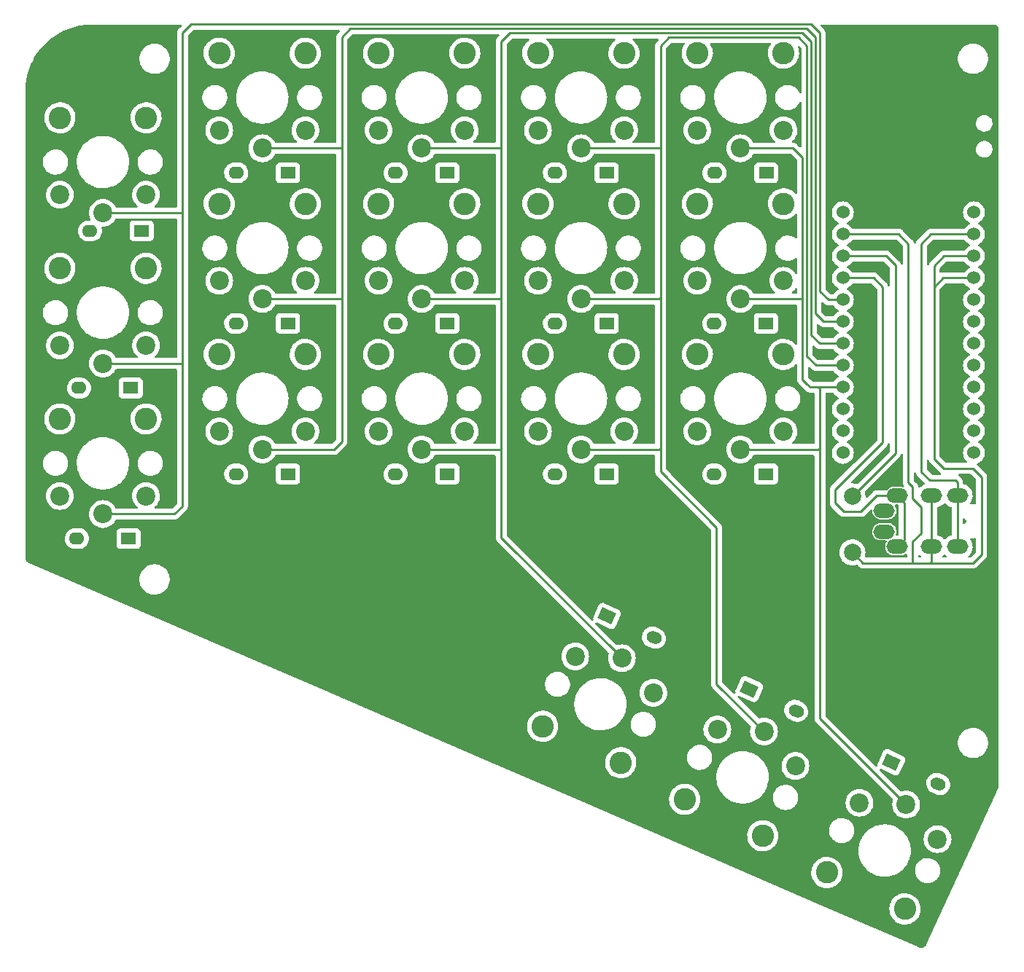
<source format=gbr>
%TF.GenerationSoftware,KiCad,Pcbnew,6.0.1*%
%TF.CreationDate,2022-04-23T16:15:16+02:00*%
%TF.ProjectId,KWS36,4b575333-362e-46b6-9963-61645f706362,1.0.0*%
%TF.SameCoordinates,Original*%
%TF.FileFunction,Copper,L2,Bot*%
%TF.FilePolarity,Positive*%
%FSLAX46Y46*%
G04 Gerber Fmt 4.6, Leading zero omitted, Abs format (unit mm)*
G04 Created by KiCad (PCBNEW 6.0.1) date 2022-04-23 16:15:16*
%MOMM*%
%LPD*%
G01*
G04 APERTURE LIST*
G04 Aperture macros list*
%AMHorizOval*
0 Thick line with rounded ends*
0 $1 width*
0 $2 $3 position (X,Y) of the first rounded end (center of the circle)*
0 $4 $5 position (X,Y) of the second rounded end (center of the circle)*
0 Add line between two ends*
20,1,$1,$2,$3,$4,$5,0*
0 Add two circle primitives to create the rounded ends*
1,1,$1,$2,$3*
1,1,$1,$4,$5*%
%AMRotRect*
0 Rectangle, with rotation*
0 The origin of the aperture is its center*
0 $1 length*
0 $2 width*
0 $3 Rotation angle, in degrees counterclockwise*
0 Add horizontal line*
21,1,$1,$2,0,0,$3*%
G04 Aperture macros list end*
%TA.AperFunction,ComponentPad*%
%ADD10C,2.600000*%
%TD*%
%TA.AperFunction,ComponentPad*%
%ADD11C,2.200000*%
%TD*%
%TA.AperFunction,ComponentPad*%
%ADD12R,1.778000X1.397000*%
%TD*%
%TA.AperFunction,ComponentPad*%
%ADD13O,1.778000X1.397000*%
%TD*%
%TA.AperFunction,ComponentPad*%
%ADD14RotRect,1.778000X1.397000X335.000000*%
%TD*%
%TA.AperFunction,ComponentPad*%
%ADD15HorizOval,1.397000X0.172652X-0.080509X-0.172652X0.080509X0*%
%TD*%
%TA.AperFunction,ComponentPad*%
%ADD16C,1.524000*%
%TD*%
%TA.AperFunction,ComponentPad*%
%ADD17C,2.000000*%
%TD*%
%TA.AperFunction,ComponentPad*%
%ADD18O,2.500000X1.700000*%
%TD*%
%TA.AperFunction,Conductor*%
%ADD19C,0.250000*%
%TD*%
G04 APERTURE END LIST*
D10*
%TO.P,SW18,*%
%TO.N,*%
X190105055Y-138280576D03*
X181041977Y-134054394D03*
D11*
%TO.P,SW18,1,1*%
%TO.N,col4*%
X190243448Y-126152784D03*
%TO.P,SW18,2,2*%
%TO.N,Net-(D18-Pad2)*%
X184824410Y-125942939D03*
X193887488Y-130169122D03*
%TD*%
D12*
%TO.P,D4,1,K*%
%TO.N,row0*%
X118475000Y-52750000D03*
D13*
%TO.P,D4,2,A*%
%TO.N,Net-(D4-Pad2)*%
X112475000Y-52750000D03*
%TD*%
D10*
%TO.P,SW7,*%
%TO.N,*%
X129000000Y-38850000D03*
X139000000Y-38850000D03*
D11*
%TO.P,SW7,1,1*%
%TO.N,col2*%
X134000000Y-49900000D03*
%TO.P,SW7,2,2*%
%TO.N,Net-(D7-Pad2)*%
X139000000Y-47800000D03*
X129000000Y-47800000D03*
%TD*%
D12*
%TO.P,D3,1,K*%
%TO.N,row2*%
X99975000Y-95250000D03*
D13*
%TO.P,D3,2,A*%
%TO.N,Net-(D3-Pad2)*%
X93975000Y-95250000D03*
%TD*%
D12*
%TO.P,D5,1,K*%
%TO.N,row1*%
X118475000Y-70250000D03*
D13*
%TO.P,D5,2,A*%
%TO.N,Net-(D5-Pad2)*%
X112475000Y-70250000D03*
%TD*%
D10*
%TO.P,SW5,*%
%TO.N,*%
X120500000Y-56350000D03*
X110500000Y-56350000D03*
D11*
%TO.P,SW5,1,1*%
%TO.N,col1*%
X115500000Y-67400000D03*
%TO.P,SW5,2,2*%
%TO.N,Net-(D5-Pad2)*%
X110500000Y-65300000D03*
X120500000Y-65300000D03*
%TD*%
D12*
%TO.P,D9,1,K*%
%TO.N,row2*%
X136975000Y-87750000D03*
D13*
%TO.P,D9,2,A*%
%TO.N,Net-(D9-Pad2)*%
X130975000Y-87750000D03*
%TD*%
D10*
%TO.P,SW4,*%
%TO.N,*%
X120500000Y-38850000D03*
X110500000Y-38850000D03*
D11*
%TO.P,SW4,1,1*%
%TO.N,col1*%
X115500000Y-49900000D03*
%TO.P,SW4,2,2*%
%TO.N,Net-(D4-Pad2)*%
X110500000Y-47800000D03*
X120500000Y-47800000D03*
%TD*%
D12*
%TO.P,D6,1,K*%
%TO.N,row2*%
X118475000Y-87750000D03*
D13*
%TO.P,D6,2,A*%
%TO.N,Net-(D6-Pad2)*%
X112475000Y-87750000D03*
%TD*%
D12*
%TO.P,D17,1,K*%
%TO.N,row2*%
X173975000Y-87750000D03*
D13*
%TO.P,D17,2,A*%
%TO.N,Net-(D17-Pad2)*%
X167975000Y-87750000D03*
%TD*%
D10*
%TO.P,SW14,*%
%TO.N,*%
X164541977Y-125554394D03*
X173605055Y-129780576D03*
D11*
%TO.P,SW14,1,1*%
%TO.N,col3*%
X173743448Y-117652784D03*
%TO.P,SW14,2,2*%
%TO.N,Net-(D14-Pad2)*%
X168324410Y-117442939D03*
X177387488Y-121669122D03*
%TD*%
D12*
%TO.P,D7,1,K*%
%TO.N,row0*%
X136975000Y-52750000D03*
D13*
%TO.P,D7,2,A*%
%TO.N,Net-(D7-Pad2)*%
X130975000Y-52750000D03*
%TD*%
D10*
%TO.P,SW1,*%
%TO.N,*%
X102000000Y-46350000D03*
X92000000Y-46350000D03*
D11*
%TO.P,SW1,1,1*%
%TO.N,col0*%
X97000000Y-57400000D03*
%TO.P,SW1,2,2*%
%TO.N,Net-(D1-Pad2)*%
X92000000Y-55300000D03*
X102000000Y-55300000D03*
%TD*%
D14*
%TO.P,D14,1,K*%
%TO.N,row3*%
X172031077Y-112732145D03*
D15*
%TO.P,D14,2,A*%
%TO.N,Net-(D14-Pad2)*%
X177468923Y-115267855D03*
%TD*%
D10*
%TO.P,SW2,*%
%TO.N,*%
X92000000Y-63850000D03*
X102000000Y-63850000D03*
D11*
%TO.P,SW2,1,1*%
%TO.N,col0*%
X97000000Y-74900000D03*
%TO.P,SW2,2,2*%
%TO.N,Net-(D2-Pad2)*%
X102000000Y-72800000D03*
X92000000Y-72800000D03*
%TD*%
D12*
%TO.P,D2,1,K*%
%TO.N,row1*%
X100225000Y-77750000D03*
D13*
%TO.P,D2,2,A*%
%TO.N,Net-(D2-Pad2)*%
X94225000Y-77750000D03*
%TD*%
D16*
%TO.P,U1,1,TX*%
%TO.N,unconnected-(U1-Pad1)*%
X198111400Y-57347000D03*
%TO.P,U1,2,RX*%
%TO.N,data*%
X198111400Y-59887000D03*
%TO.P,U1,3,GND*%
%TO.N,GND*%
X198111400Y-62427000D03*
%TO.P,U1,4,GND*%
X198111400Y-64967000D03*
%TO.P,U1,5,SDA*%
%TO.N,unconnected-(U1-Pad5)*%
X198111400Y-67507000D03*
%TO.P,U1,6,SCL*%
%TO.N,unconnected-(U1-Pad6)*%
X198111400Y-70047000D03*
%TO.P,U1,7,D4*%
%TO.N,row0*%
X198111400Y-72587000D03*
%TO.P,U1,8,C6*%
%TO.N,row1*%
X198111400Y-75127000D03*
%TO.P,U1,9,D7*%
%TO.N,row2*%
X198111400Y-77667000D03*
%TO.P,U1,10,E6*%
%TO.N,row3*%
X198111400Y-80207000D03*
%TO.P,U1,11,B4*%
%TO.N,unconnected-(U1-Pad11)*%
X198111400Y-82747000D03*
%TO.P,U1,12,B5*%
%TO.N,unconnected-(U1-Pad12)*%
X198111400Y-85287000D03*
%TO.P,U1,13,B6*%
%TO.N,unconnected-(U1-Pad13)*%
X182891400Y-85287000D03*
%TO.P,U1,14,B2*%
%TO.N,unconnected-(U1-Pad14)*%
X182891400Y-82747000D03*
%TO.P,U1,15,B3*%
%TO.N,unconnected-(U1-Pad15)*%
X182891400Y-80207000D03*
%TO.P,U1,16,B1*%
%TO.N,col4*%
X182891400Y-77667000D03*
%TO.P,U1,17,F7*%
%TO.N,col3*%
X182891400Y-75127000D03*
%TO.P,U1,18,F6*%
%TO.N,col2*%
X182891400Y-72587000D03*
%TO.P,U1,19,F5*%
%TO.N,col1*%
X182891400Y-70047000D03*
%TO.P,U1,20,F4*%
%TO.N,col0*%
X182891400Y-67507000D03*
%TO.P,U1,21,VCC*%
%TO.N,VCC*%
X182891400Y-64967000D03*
%TO.P,U1,22,RST*%
%TO.N,reset*%
X182891400Y-62427000D03*
%TO.P,U1,23,GND*%
%TO.N,GND*%
X182891400Y-59887000D03*
%TO.P,U1,24,RAW*%
%TO.N,unconnected-(U1-Pad24)*%
X182891400Y-57347000D03*
%TD*%
D17*
%TO.P,SW19,1,1*%
%TO.N,reset*%
X184000000Y-90350000D03*
%TO.P,SW19,2,2*%
%TO.N,GND*%
X184000000Y-96850000D03*
%TD*%
D14*
%TO.P,D18,1,K*%
%TO.N,row3*%
X188531077Y-121232145D03*
D15*
%TO.P,D18,2,A*%
%TO.N,Net-(D18-Pad2)*%
X193968923Y-123767855D03*
%TD*%
D10*
%TO.P,SW15,*%
%TO.N,*%
X176000000Y-38850000D03*
X166000000Y-38850000D03*
D11*
%TO.P,SW15,1,1*%
%TO.N,col4*%
X171000000Y-49900000D03*
%TO.P,SW15,2,2*%
%TO.N,Net-(D15-Pad2)*%
X166000000Y-47800000D03*
X176000000Y-47800000D03*
%TD*%
D10*
%TO.P,SW13,*%
%TO.N,*%
X147500000Y-73850000D03*
X157500000Y-73850000D03*
D11*
%TO.P,SW13,1,1*%
%TO.N,col3*%
X152500000Y-84900000D03*
%TO.P,SW13,2,2*%
%TO.N,Net-(D13-Pad2)*%
X157500000Y-82800000D03*
X147500000Y-82800000D03*
%TD*%
D10*
%TO.P,SW16,*%
%TO.N,*%
X176000000Y-56350000D03*
X166000000Y-56350000D03*
D11*
%TO.P,SW16,1,1*%
%TO.N,col4*%
X171000000Y-67400000D03*
%TO.P,SW16,2,2*%
%TO.N,Net-(D16-Pad2)*%
X176000000Y-65300000D03*
X166000000Y-65300000D03*
%TD*%
D10*
%TO.P,SW11,*%
%TO.N,*%
X157500000Y-38850000D03*
X147500000Y-38850000D03*
D11*
%TO.P,SW11,1,1*%
%TO.N,col3*%
X152500000Y-49900000D03*
%TO.P,SW11,2,2*%
%TO.N,Net-(D11-Pad2)*%
X147500000Y-47800000D03*
X157500000Y-47800000D03*
%TD*%
D12*
%TO.P,D13,1,K*%
%TO.N,row2*%
X155475000Y-87750000D03*
D13*
%TO.P,D13,2,A*%
%TO.N,Net-(D13-Pad2)*%
X149475000Y-87750000D03*
%TD*%
D12*
%TO.P,D12,1,K*%
%TO.N,row1*%
X155475000Y-70250000D03*
D13*
%TO.P,D12,2,A*%
%TO.N,Net-(D12-Pad2)*%
X149475000Y-70250000D03*
%TD*%
D18*
%TO.P,J1,A*%
%TO.N,unconnected-(J1-PadA)*%
X187700000Y-94450000D03*
X187700000Y-92000000D03*
%TO.P,J1,B*%
%TO.N,data*%
X196200000Y-96200000D03*
X196200000Y-90250000D03*
%TO.P,J1,C*%
%TO.N,GND*%
X193200000Y-90250000D03*
X193200000Y-96200000D03*
%TO.P,J1,D*%
%TO.N,VCC*%
X189200000Y-90250000D03*
X189200000Y-96200000D03*
%TD*%
D12*
%TO.P,D1,1,K*%
%TO.N,row0*%
X101500000Y-59500000D03*
D13*
%TO.P,D1,2,A*%
%TO.N,Net-(D1-Pad2)*%
X95500000Y-59500000D03*
%TD*%
D12*
%TO.P,D11,1,K*%
%TO.N,row0*%
X155475000Y-52750000D03*
D13*
%TO.P,D11,2,A*%
%TO.N,Net-(D11-Pad2)*%
X149475000Y-52750000D03*
%TD*%
D10*
%TO.P,SW10,*%
%TO.N,*%
X148041977Y-117054394D03*
X157105055Y-121280576D03*
D11*
%TO.P,SW10,1,1*%
%TO.N,col2*%
X157243448Y-109152784D03*
%TO.P,SW10,2,2*%
%TO.N,Net-(D10-Pad2)*%
X160887488Y-113169122D03*
X151824410Y-108942939D03*
%TD*%
D12*
%TO.P,D15,1,K*%
%TO.N,row0*%
X174000000Y-52750000D03*
D13*
%TO.P,D15,2,A*%
%TO.N,Net-(D15-Pad2)*%
X168000000Y-52750000D03*
%TD*%
D10*
%TO.P,SW9,*%
%TO.N,*%
X139000000Y-73850000D03*
X129000000Y-73850000D03*
D11*
%TO.P,SW9,1,1*%
%TO.N,col2*%
X134000000Y-84900000D03*
%TO.P,SW9,2,2*%
%TO.N,Net-(D9-Pad2)*%
X129000000Y-82800000D03*
X139000000Y-82800000D03*
%TD*%
D14*
%TO.P,D10,1,K*%
%TO.N,row3*%
X155531077Y-104232145D03*
D15*
%TO.P,D10,2,A*%
%TO.N,Net-(D10-Pad2)*%
X160968923Y-106767855D03*
%TD*%
D10*
%TO.P,SW12,*%
%TO.N,*%
X147500000Y-56350000D03*
X157500000Y-56350000D03*
D11*
%TO.P,SW12,1,1*%
%TO.N,col3*%
X152500000Y-67400000D03*
%TO.P,SW12,2,2*%
%TO.N,Net-(D12-Pad2)*%
X147500000Y-65300000D03*
X157500000Y-65300000D03*
%TD*%
D10*
%TO.P,SW17,*%
%TO.N,*%
X176000000Y-73850000D03*
X166000000Y-73850000D03*
D11*
%TO.P,SW17,1,1*%
%TO.N,col4*%
X171000000Y-84900000D03*
%TO.P,SW17,2,2*%
%TO.N,Net-(D17-Pad2)*%
X166000000Y-82800000D03*
X176000000Y-82800000D03*
%TD*%
D12*
%TO.P,D16,1,K*%
%TO.N,row1*%
X173975000Y-70250000D03*
D13*
%TO.P,D16,2,A*%
%TO.N,Net-(D16-Pad2)*%
X167975000Y-70250000D03*
%TD*%
D12*
%TO.P,D8,1,K*%
%TO.N,row1*%
X136975000Y-70250000D03*
D13*
%TO.P,D8,2,A*%
%TO.N,Net-(D8-Pad2)*%
X130975000Y-70250000D03*
%TD*%
D10*
%TO.P,SW8,*%
%TO.N,*%
X139000000Y-56350000D03*
X129000000Y-56350000D03*
D11*
%TO.P,SW8,1,1*%
%TO.N,col2*%
X134000000Y-67400000D03*
%TO.P,SW8,2,2*%
%TO.N,Net-(D8-Pad2)*%
X129000000Y-65300000D03*
X139000000Y-65300000D03*
%TD*%
D10*
%TO.P,SW6,*%
%TO.N,*%
X110500000Y-73850000D03*
X120500000Y-73850000D03*
D11*
%TO.P,SW6,1,1*%
%TO.N,col1*%
X115500000Y-84900000D03*
%TO.P,SW6,2,2*%
%TO.N,Net-(D6-Pad2)*%
X120500000Y-82800000D03*
X110500000Y-82800000D03*
%TD*%
D10*
%TO.P,SW3,*%
%TO.N,*%
X92000000Y-81350000D03*
X102000000Y-81350000D03*
D11*
%TO.P,SW3,1,1*%
%TO.N,col0*%
X97000000Y-92400000D03*
%TO.P,SW3,2,2*%
%TO.N,Net-(D3-Pad2)*%
X92000000Y-90300000D03*
X102000000Y-90300000D03*
%TD*%
D19*
%TO.N,VCC*%
X186850000Y-90250000D02*
X189200000Y-90250000D01*
X187500000Y-66000000D02*
X187500000Y-84100000D01*
X182891400Y-64967000D02*
X186467000Y-64967000D01*
X182000000Y-91100000D02*
X183000000Y-92100000D01*
X183000000Y-92100000D02*
X185000000Y-92100000D01*
X187500000Y-84100000D02*
X182000000Y-89600000D01*
X190000000Y-95400000D02*
X189200000Y-96200000D01*
X190000000Y-91050000D02*
X190000000Y-95400000D01*
X186467000Y-64967000D02*
X187500000Y-66000000D01*
X189024520Y-95525480D02*
X189000000Y-95550000D01*
X182000000Y-89600000D02*
X182000000Y-91100000D01*
X185000000Y-92100000D02*
X186850000Y-90250000D01*
X189200000Y-90250000D02*
X190000000Y-91050000D01*
%TO.N,data*%
X196200000Y-90250000D02*
X196200000Y-88700000D01*
X192000000Y-87500000D02*
X192000000Y-61000000D01*
X193000000Y-88500000D02*
X192000000Y-87500000D01*
X196200000Y-96200000D02*
X196200000Y-90250000D01*
X196000000Y-88500000D02*
X193000000Y-88500000D01*
X196200000Y-88700000D02*
X196000000Y-88500000D01*
X193113000Y-59887000D02*
X198111400Y-59887000D01*
X192000000Y-61000000D02*
X193113000Y-59887000D01*
%TO.N,GND*%
X193500000Y-86000000D02*
X193500000Y-66000000D01*
X185250000Y-98100000D02*
X190000000Y-98100000D01*
X193200000Y-93300000D02*
X193200000Y-96200000D01*
X191000000Y-98100000D02*
X191000000Y-95600000D01*
X191000000Y-90600000D02*
X191000000Y-89250000D01*
X182891400Y-59887000D02*
X189387000Y-59887000D01*
X184000000Y-96850000D02*
X185250000Y-98100000D01*
X190500000Y-61000000D02*
X190500000Y-67600000D01*
X189387000Y-59887000D02*
X190500000Y-61000000D01*
X198000000Y-98100000D02*
X199000000Y-97100000D01*
X191974521Y-94625479D02*
X191974521Y-91574521D01*
X194646000Y-62427000D02*
X198111400Y-62427000D01*
X193200000Y-96200000D02*
X193200000Y-97900000D01*
X191974521Y-91574521D02*
X191000000Y-90600000D01*
X193200000Y-97900000D02*
X193000000Y-98100000D01*
X199000000Y-88100000D02*
X198000000Y-87100000D01*
X199000000Y-97100000D02*
X199000000Y-88100000D01*
X194533000Y-64967000D02*
X198111400Y-64967000D01*
X193000000Y-98100000D02*
X198000000Y-98100000D01*
X193500000Y-63573000D02*
X194646000Y-62427000D01*
X193500000Y-66000000D02*
X193500000Y-63573000D01*
X191000000Y-98100000D02*
X193000000Y-98100000D01*
X198000000Y-87100000D02*
X194600000Y-87100000D01*
X193200000Y-90250000D02*
X193200000Y-93300000D01*
X193500000Y-66000000D02*
X194533000Y-64967000D01*
X191000000Y-89250000D02*
X190500000Y-88750000D01*
X190500000Y-88750000D02*
X190500000Y-67500000D01*
X190000000Y-98100000D02*
X191000000Y-98100000D01*
X191000000Y-95600000D02*
X191974521Y-94625479D01*
X194600000Y-87100000D02*
X193500000Y-86000000D01*
%TO.N,col0*%
X106225000Y-91500000D02*
X106225000Y-75000000D01*
X106225000Y-75000000D02*
X106225000Y-74500000D01*
X105325000Y-92400000D02*
X106225000Y-91500000D01*
X180225000Y-36500000D02*
X180225000Y-66537500D01*
X97000000Y-92400000D02*
X105325000Y-92400000D01*
X106225000Y-57500000D02*
X106225000Y-36500000D01*
X106225000Y-36500000D02*
X107225000Y-35500000D01*
X106125000Y-57400000D02*
X106225000Y-57500000D01*
X107225000Y-35500000D02*
X179225000Y-35500000D01*
X181194500Y-67507000D02*
X182891400Y-67507000D01*
X106225000Y-57500000D02*
X106225000Y-58000000D01*
X97000000Y-57400000D02*
X106125000Y-57400000D01*
X180225000Y-66537500D02*
X181194500Y-67507000D01*
X97000000Y-74900000D02*
X106125000Y-74900000D01*
X179225000Y-35500000D02*
X180225000Y-36500000D01*
X106125000Y-74900000D02*
X106225000Y-75000000D01*
X106225000Y-58000000D02*
X106225000Y-74500000D01*
%TO.N,col1*%
X115500000Y-67400000D02*
X124625000Y-67400000D01*
X124725000Y-49750000D02*
X124725000Y-50500000D01*
X179725000Y-37000000D02*
X179725000Y-69100000D01*
X123825000Y-84900000D02*
X124725000Y-84000000D01*
X124575000Y-49900000D02*
X124725000Y-49750000D01*
X178725000Y-36000000D02*
X179725000Y-37000000D01*
X179725000Y-69100000D02*
X180672000Y-70047000D01*
X124725000Y-37000000D02*
X125725000Y-36000000D01*
X124625000Y-67400000D02*
X124725000Y-67500000D01*
X180672000Y-70047000D02*
X182891400Y-70047000D01*
X124725000Y-67500000D02*
X124725000Y-50500000D01*
X124725000Y-84000000D02*
X124725000Y-67500000D01*
X124725000Y-49750000D02*
X124725000Y-37000000D01*
X115500000Y-84900000D02*
X123825000Y-84900000D01*
X125725000Y-36000000D02*
X178725000Y-36000000D01*
X115500000Y-49900000D02*
X124575000Y-49900000D01*
%TO.N,col2*%
X179225000Y-37500000D02*
X179225000Y-71600000D01*
X143225000Y-84500000D02*
X143225000Y-85000000D01*
X134000000Y-49900000D02*
X143125000Y-49900000D01*
X143225000Y-50000000D02*
X143225000Y-50500000D01*
X143225000Y-67500000D02*
X143225000Y-68000000D01*
X134000000Y-84900000D02*
X143125000Y-84900000D01*
X143225000Y-50000000D02*
X143225000Y-37500000D01*
X144225000Y-36500000D02*
X178225000Y-36500000D01*
X143225000Y-50500000D02*
X143225000Y-67000000D01*
X179225000Y-71600000D02*
X180212000Y-72587000D01*
X134000000Y-67400000D02*
X143125000Y-67400000D01*
X143225000Y-85275000D02*
X143225000Y-85000000D01*
X143225000Y-95134336D02*
X157243448Y-109152784D01*
X143125000Y-67400000D02*
X143225000Y-67500000D01*
X180212000Y-72587000D02*
X182891400Y-72587000D01*
X143125000Y-49900000D02*
X143225000Y-50000000D01*
X143225000Y-86000000D02*
X143225000Y-85275000D01*
X143225000Y-37500000D02*
X144225000Y-36500000D01*
X143225000Y-68000000D02*
X143225000Y-84500000D01*
X143125000Y-84900000D02*
X143225000Y-85000000D01*
X143225000Y-85275000D02*
X143225000Y-95134336D01*
X178225000Y-36500000D02*
X179225000Y-37500000D01*
X143225000Y-67000000D02*
X143225000Y-67500000D01*
%TO.N,col3*%
X161725000Y-67000000D02*
X161725000Y-67250000D01*
X179752000Y-75127000D02*
X182891400Y-75127000D01*
X161725000Y-67250000D02*
X161725000Y-84500000D01*
X178725000Y-38000000D02*
X178725000Y-74100000D01*
X161575000Y-49900000D02*
X161725000Y-49750000D01*
X161725000Y-87450000D02*
X168225000Y-93950000D01*
X152500000Y-67400000D02*
X161575000Y-67400000D01*
X178725000Y-74100000D02*
X179752000Y-75127000D01*
X161725000Y-49750000D02*
X161725000Y-38000000D01*
X162725000Y-37000000D02*
X177725000Y-37000000D01*
X161575000Y-84900000D02*
X161725000Y-84750000D01*
X152500000Y-84900000D02*
X161575000Y-84900000D01*
X168225000Y-112134336D02*
X173743448Y-117652784D01*
X161725000Y-38000000D02*
X162725000Y-37000000D01*
X152500000Y-49900000D02*
X161575000Y-49900000D01*
X168225000Y-93950000D02*
X168225000Y-112134336D01*
X161725000Y-49750000D02*
X161725000Y-50500000D01*
X161575000Y-67400000D02*
X161725000Y-67250000D01*
X161725000Y-50500000D02*
X161725000Y-67000000D01*
X177725000Y-37000000D02*
X178725000Y-38000000D01*
X161725000Y-84750000D02*
X161725000Y-87450000D01*
X161725000Y-84500000D02*
X161725000Y-84750000D01*
%TO.N,col4*%
X171000000Y-84900000D02*
X180075000Y-84900000D01*
X179142000Y-77667000D02*
X178725000Y-77250000D01*
X180225000Y-116134336D02*
X180225000Y-84750000D01*
X171000000Y-49900000D02*
X177125000Y-49900000D01*
X182891400Y-77667000D02*
X181158000Y-77667000D01*
X178225000Y-51000000D02*
X178225000Y-67300000D01*
X178225000Y-67300000D02*
X178225000Y-76750000D01*
X178125000Y-67400000D02*
X171000000Y-67400000D01*
X177125000Y-49900000D02*
X178225000Y-51000000D01*
X178225000Y-76750000D02*
X178725000Y-77250000D01*
X190243448Y-126152784D02*
X180225000Y-116134336D01*
X180058000Y-77667000D02*
X179142000Y-77667000D01*
X180075000Y-84900000D02*
X180225000Y-84750000D01*
X178225000Y-67300000D02*
X178125000Y-67400000D01*
X180225000Y-84750000D02*
X180225000Y-77834000D01*
X181158000Y-77667000D02*
X180058000Y-77667000D01*
X180225000Y-77834000D02*
X180058000Y-77667000D01*
%TO.N,reset*%
X189000000Y-63500000D02*
X189000000Y-85350000D01*
X187927000Y-62427000D02*
X189000000Y-63500000D01*
X182891400Y-62427000D02*
X187927000Y-62427000D01*
X189000000Y-85350000D02*
X184000000Y-90350000D01*
%TD*%
%TA.AperFunction,NonConductor*%
G36*
X189140527Y-60540502D02*
G01*
X189161501Y-60557405D01*
X189829595Y-61225499D01*
X189863621Y-61287811D01*
X189866500Y-61314594D01*
X189866500Y-63313803D01*
X189846498Y-63381924D01*
X189792842Y-63428417D01*
X189722568Y-63438521D01*
X189657988Y-63409027D01*
X189619103Y-63346178D01*
X189618474Y-63341203D01*
X189611794Y-63324331D01*
X189602200Y-63300097D01*
X189598355Y-63288870D01*
X189594193Y-63274545D01*
X189586018Y-63246407D01*
X189575707Y-63228972D01*
X189567012Y-63211224D01*
X189559552Y-63192383D01*
X189533564Y-63156613D01*
X189527048Y-63146693D01*
X189508580Y-63115465D01*
X189508578Y-63115462D01*
X189504542Y-63108638D01*
X189490221Y-63094317D01*
X189477380Y-63079283D01*
X189473245Y-63073592D01*
X189465472Y-63062893D01*
X189431395Y-63034702D01*
X189422616Y-63026712D01*
X188430652Y-62034747D01*
X188423112Y-62026461D01*
X188419000Y-62019982D01*
X188369348Y-61973356D01*
X188366507Y-61970602D01*
X188346770Y-61950865D01*
X188343573Y-61948385D01*
X188334551Y-61940680D01*
X188321122Y-61928069D01*
X188302321Y-61910414D01*
X188295375Y-61906595D01*
X188295372Y-61906593D01*
X188284566Y-61900652D01*
X188268047Y-61889801D01*
X188267583Y-61889441D01*
X188252041Y-61877386D01*
X188244772Y-61874241D01*
X188244768Y-61874238D01*
X188211463Y-61859826D01*
X188200813Y-61854609D01*
X188162060Y-61833305D01*
X188142437Y-61828267D01*
X188123734Y-61821863D01*
X188112420Y-61816967D01*
X188112419Y-61816967D01*
X188105145Y-61813819D01*
X188097322Y-61812580D01*
X188097312Y-61812577D01*
X188061476Y-61806901D01*
X188049856Y-61804495D01*
X188014711Y-61795472D01*
X188014710Y-61795472D01*
X188007030Y-61793500D01*
X187986776Y-61793500D01*
X187967065Y-61791949D01*
X187962482Y-61791223D01*
X187947057Y-61788780D01*
X187917786Y-61791547D01*
X187903039Y-61792941D01*
X187891181Y-61793500D01*
X184064404Y-61793500D01*
X183996283Y-61773498D01*
X183961191Y-61739771D01*
X183871536Y-61611730D01*
X183871534Y-61611727D01*
X183868377Y-61607219D01*
X183711181Y-61450023D01*
X183706673Y-61446866D01*
X183706670Y-61446864D01*
X183585861Y-61362273D01*
X183529077Y-61322512D01*
X183524095Y-61320189D01*
X183524090Y-61320186D01*
X183419027Y-61271195D01*
X183365742Y-61224278D01*
X183346281Y-61156001D01*
X183366823Y-61088041D01*
X183419027Y-61042805D01*
X183524090Y-60993814D01*
X183524095Y-60993811D01*
X183529077Y-60991488D01*
X183652657Y-60904956D01*
X183706670Y-60867136D01*
X183706673Y-60867134D01*
X183711181Y-60863977D01*
X183868377Y-60706781D01*
X183872357Y-60701098D01*
X183961191Y-60574229D01*
X184016648Y-60529901D01*
X184064404Y-60520500D01*
X189072406Y-60520500D01*
X189140527Y-60540502D01*
G37*
%TD.AperFunction*%
%TA.AperFunction,NonConductor*%
G36*
X197006517Y-60540502D02*
G01*
X197041609Y-60574229D01*
X197130444Y-60701098D01*
X197134423Y-60706781D01*
X197291619Y-60863977D01*
X197296127Y-60867134D01*
X197296130Y-60867136D01*
X197350143Y-60904956D01*
X197473723Y-60991488D01*
X197478705Y-60993811D01*
X197478710Y-60993814D01*
X197583773Y-61042805D01*
X197637058Y-61089722D01*
X197656519Y-61157999D01*
X197635977Y-61225959D01*
X197583773Y-61271195D01*
X197478711Y-61320186D01*
X197478706Y-61320189D01*
X197473724Y-61322512D01*
X197469217Y-61325668D01*
X197469215Y-61325669D01*
X197296130Y-61446864D01*
X197296127Y-61446866D01*
X197291619Y-61450023D01*
X197134423Y-61607219D01*
X197131266Y-61611727D01*
X197131264Y-61611730D01*
X197041609Y-61739771D01*
X196986152Y-61784099D01*
X196938396Y-61793500D01*
X194724768Y-61793500D01*
X194713585Y-61792973D01*
X194706092Y-61791298D01*
X194698166Y-61791547D01*
X194698165Y-61791547D01*
X194638002Y-61793438D01*
X194634044Y-61793500D01*
X194606144Y-61793500D01*
X194602154Y-61794004D01*
X194590320Y-61794936D01*
X194546111Y-61796326D01*
X194538497Y-61798538D01*
X194538492Y-61798539D01*
X194526659Y-61801977D01*
X194507296Y-61805988D01*
X194487203Y-61808526D01*
X194479836Y-61811443D01*
X194479831Y-61811444D01*
X194446092Y-61824802D01*
X194434865Y-61828646D01*
X194392407Y-61840982D01*
X194385581Y-61845019D01*
X194374972Y-61851293D01*
X194357224Y-61859988D01*
X194338383Y-61867448D01*
X194331967Y-61872110D01*
X194331966Y-61872110D01*
X194302613Y-61893436D01*
X194292693Y-61899952D01*
X194261465Y-61918420D01*
X194261462Y-61918422D01*
X194254638Y-61922458D01*
X194240317Y-61936779D01*
X194225284Y-61949619D01*
X194208893Y-61961528D01*
X194200217Y-61972016D01*
X194180702Y-61995605D01*
X194172712Y-62004384D01*
X193107747Y-63069348D01*
X193099461Y-63076888D01*
X193092982Y-63081000D01*
X193087557Y-63086777D01*
X193046357Y-63130651D01*
X193043602Y-63133493D01*
X193023865Y-63153230D01*
X193021385Y-63156427D01*
X193013682Y-63165447D01*
X192983414Y-63197679D01*
X192979595Y-63204625D01*
X192979593Y-63204628D01*
X192973652Y-63215434D01*
X192962801Y-63231953D01*
X192950386Y-63247959D01*
X192947241Y-63255228D01*
X192947238Y-63255232D01*
X192932826Y-63288537D01*
X192927609Y-63299187D01*
X192906305Y-63337940D01*
X192904334Y-63345615D01*
X192904334Y-63345616D01*
X192901267Y-63357562D01*
X192894863Y-63376266D01*
X192886819Y-63394855D01*
X192885579Y-63402680D01*
X192885577Y-63402689D01*
X192883948Y-63412974D01*
X192853535Y-63477127D01*
X192793267Y-63514653D01*
X192722277Y-63513638D01*
X192663106Y-63474405D01*
X192634539Y-63409409D01*
X192633500Y-63393262D01*
X192633500Y-61314594D01*
X192653502Y-61246473D01*
X192670405Y-61225499D01*
X193338499Y-60557405D01*
X193400811Y-60523379D01*
X193427594Y-60520500D01*
X196938396Y-60520500D01*
X197006517Y-60540502D01*
G37*
%TD.AperFunction*%
%TA.AperFunction,NonConductor*%
G36*
X197006517Y-63080502D02*
G01*
X197041609Y-63114229D01*
X197130865Y-63241699D01*
X197134423Y-63246781D01*
X197291619Y-63403977D01*
X197296127Y-63407134D01*
X197296130Y-63407136D01*
X197365465Y-63455685D01*
X197473723Y-63531488D01*
X197478705Y-63533811D01*
X197478710Y-63533814D01*
X197519733Y-63552943D01*
X197581912Y-63581937D01*
X197583773Y-63582805D01*
X197637058Y-63629722D01*
X197656519Y-63697999D01*
X197635977Y-63765959D01*
X197583773Y-63811195D01*
X197478711Y-63860186D01*
X197478706Y-63860189D01*
X197473724Y-63862512D01*
X197469217Y-63865668D01*
X197469215Y-63865669D01*
X197296130Y-63986864D01*
X197296127Y-63986866D01*
X197291619Y-63990023D01*
X197134423Y-64147219D01*
X197131266Y-64151727D01*
X197131264Y-64151730D01*
X197041609Y-64279771D01*
X196986152Y-64324099D01*
X196938396Y-64333500D01*
X194611768Y-64333500D01*
X194600585Y-64332973D01*
X194593092Y-64331298D01*
X194585166Y-64331547D01*
X194585165Y-64331547D01*
X194525002Y-64333438D01*
X194521044Y-64333500D01*
X194493144Y-64333500D01*
X194489154Y-64334004D01*
X194477320Y-64334936D01*
X194433111Y-64336326D01*
X194425495Y-64338539D01*
X194425493Y-64338539D01*
X194413652Y-64341979D01*
X194394293Y-64345988D01*
X194392983Y-64346154D01*
X194374203Y-64348526D01*
X194366837Y-64351442D01*
X194366831Y-64351444D01*
X194333098Y-64364800D01*
X194321871Y-64368644D01*
X194294652Y-64376552D01*
X194223658Y-64376350D01*
X194164041Y-64337796D01*
X194134732Y-64273132D01*
X194133500Y-64255555D01*
X194133500Y-63887595D01*
X194153502Y-63819474D01*
X194170405Y-63798499D01*
X194871501Y-63097404D01*
X194933813Y-63063379D01*
X194960596Y-63060500D01*
X196938396Y-63060500D01*
X197006517Y-63080502D01*
G37*
%TD.AperFunction*%
%TA.AperFunction,NonConductor*%
G36*
X187680527Y-63080502D02*
G01*
X187701501Y-63097405D01*
X188329595Y-63725499D01*
X188363621Y-63787811D01*
X188366500Y-63814594D01*
X188366500Y-65813804D01*
X188346498Y-65881925D01*
X188292842Y-65928418D01*
X188222568Y-65938522D01*
X188157988Y-65909028D01*
X188119102Y-65846178D01*
X188118474Y-65841203D01*
X188115558Y-65833837D01*
X188115556Y-65833831D01*
X188102200Y-65800098D01*
X188098355Y-65788868D01*
X188088230Y-65754017D01*
X188088230Y-65754016D01*
X188086019Y-65746407D01*
X188075705Y-65728966D01*
X188067008Y-65711213D01*
X188062472Y-65699758D01*
X188059552Y-65692383D01*
X188033563Y-65656612D01*
X188027047Y-65646692D01*
X188008578Y-65615463D01*
X188004542Y-65608638D01*
X187990221Y-65594317D01*
X187977380Y-65579283D01*
X187970131Y-65569306D01*
X187965472Y-65562893D01*
X187959368Y-65557843D01*
X187959363Y-65557838D01*
X187931402Y-65534707D01*
X187922621Y-65526717D01*
X186970647Y-64574742D01*
X186963113Y-64566463D01*
X186959000Y-64559982D01*
X186909348Y-64513356D01*
X186906507Y-64510602D01*
X186886770Y-64490865D01*
X186883573Y-64488385D01*
X186874551Y-64480680D01*
X186858679Y-64465775D01*
X186842321Y-64450414D01*
X186835375Y-64446595D01*
X186835372Y-64446593D01*
X186824566Y-64440652D01*
X186808047Y-64429801D01*
X186807583Y-64429441D01*
X186792041Y-64417386D01*
X186784772Y-64414241D01*
X186784768Y-64414238D01*
X186751463Y-64399826D01*
X186740813Y-64394609D01*
X186702060Y-64373305D01*
X186682437Y-64368267D01*
X186663734Y-64361863D01*
X186652420Y-64356967D01*
X186652419Y-64356967D01*
X186645145Y-64353819D01*
X186637322Y-64352580D01*
X186637312Y-64352577D01*
X186601476Y-64346901D01*
X186589856Y-64344495D01*
X186554711Y-64335472D01*
X186554710Y-64335472D01*
X186547030Y-64333500D01*
X186526776Y-64333500D01*
X186507065Y-64331949D01*
X186494886Y-64330020D01*
X186487057Y-64328780D01*
X186457786Y-64331547D01*
X186443039Y-64332941D01*
X186431181Y-64333500D01*
X184064404Y-64333500D01*
X183996283Y-64313498D01*
X183961191Y-64279771D01*
X183871536Y-64151730D01*
X183871534Y-64151727D01*
X183868377Y-64147219D01*
X183711181Y-63990023D01*
X183706673Y-63986866D01*
X183706670Y-63986864D01*
X183623460Y-63928600D01*
X183529077Y-63862512D01*
X183524095Y-63860189D01*
X183524090Y-63860186D01*
X183419027Y-63811195D01*
X183365742Y-63764278D01*
X183346281Y-63696001D01*
X183366823Y-63628041D01*
X183419027Y-63582805D01*
X183420889Y-63581937D01*
X183483067Y-63552943D01*
X183524090Y-63533814D01*
X183524095Y-63533811D01*
X183529077Y-63531488D01*
X183637335Y-63455685D01*
X183706670Y-63407136D01*
X183706673Y-63407134D01*
X183711181Y-63403977D01*
X183868377Y-63246781D01*
X183871936Y-63241699D01*
X183961191Y-63114229D01*
X184016648Y-63069901D01*
X184064404Y-63060500D01*
X187612406Y-63060500D01*
X187680527Y-63080502D01*
G37*
%TD.AperFunction*%
%TA.AperFunction,NonConductor*%
G36*
X177545954Y-66131179D02*
G01*
X177585608Y-66190070D01*
X177591500Y-66228149D01*
X177591500Y-66640500D01*
X177571498Y-66708621D01*
X177517842Y-66755114D01*
X177465500Y-66766500D01*
X177101206Y-66766500D01*
X177033085Y-66746498D01*
X176986592Y-66692842D01*
X176976488Y-66622568D01*
X177005982Y-66557988D01*
X177019375Y-66544689D01*
X177137142Y-66444106D01*
X177140898Y-66440898D01*
X177305328Y-66248376D01*
X177358067Y-66162314D01*
X177410715Y-66114683D01*
X177480756Y-66103076D01*
X177545954Y-66131179D01*
G37*
%TD.AperFunction*%
%TA.AperFunction,NonConductor*%
G36*
X180567012Y-67775871D02*
G01*
X180573595Y-67782000D01*
X180690848Y-67899253D01*
X180698388Y-67907539D01*
X180702500Y-67914018D01*
X180708277Y-67919443D01*
X180752151Y-67960643D01*
X180754993Y-67963398D01*
X180774730Y-67983135D01*
X180777927Y-67985615D01*
X180786947Y-67993318D01*
X180819179Y-68023586D01*
X180826125Y-68027405D01*
X180826128Y-68027407D01*
X180836934Y-68033348D01*
X180853453Y-68044199D01*
X180869459Y-68056614D01*
X180876728Y-68059759D01*
X180876732Y-68059762D01*
X180910037Y-68074174D01*
X180920687Y-68079391D01*
X180959440Y-68100695D01*
X180967115Y-68102666D01*
X180967116Y-68102666D01*
X180979062Y-68105733D01*
X180997767Y-68112137D01*
X181016355Y-68120181D01*
X181024178Y-68121420D01*
X181024188Y-68121423D01*
X181060024Y-68127099D01*
X181071644Y-68129505D01*
X181099755Y-68136722D01*
X181114470Y-68140500D01*
X181134724Y-68140500D01*
X181154434Y-68142051D01*
X181174443Y-68145220D01*
X181182335Y-68144474D01*
X181218461Y-68141059D01*
X181230319Y-68140500D01*
X181718396Y-68140500D01*
X181786517Y-68160502D01*
X181821609Y-68194229D01*
X181868716Y-68261504D01*
X181914423Y-68326781D01*
X182071619Y-68483977D01*
X182076127Y-68487134D01*
X182076130Y-68487136D01*
X182147546Y-68537142D01*
X182253723Y-68611488D01*
X182258705Y-68613811D01*
X182258710Y-68613814D01*
X182349012Y-68655922D01*
X182359553Y-68660837D01*
X182363773Y-68662805D01*
X182417058Y-68709722D01*
X182436519Y-68777999D01*
X182415977Y-68845959D01*
X182363773Y-68891195D01*
X182258711Y-68940186D01*
X182258706Y-68940189D01*
X182253724Y-68942512D01*
X182249217Y-68945668D01*
X182249215Y-68945669D01*
X182076130Y-69066864D01*
X182076127Y-69066866D01*
X182071619Y-69070023D01*
X181914423Y-69227219D01*
X181911266Y-69231727D01*
X181911264Y-69231730D01*
X181821609Y-69359771D01*
X181766152Y-69404099D01*
X181718396Y-69413500D01*
X180986595Y-69413500D01*
X180918474Y-69393498D01*
X180897500Y-69376595D01*
X180395405Y-68874500D01*
X180361379Y-68812188D01*
X180358500Y-68785405D01*
X180358500Y-67871095D01*
X180378502Y-67802974D01*
X180432158Y-67756481D01*
X180502432Y-67746377D01*
X180567012Y-67775871D01*
G37*
%TD.AperFunction*%
%TA.AperFunction,NonConductor*%
G36*
X180067012Y-70338370D02*
G01*
X180073595Y-70344499D01*
X180168343Y-70439247D01*
X180175887Y-70447537D01*
X180180000Y-70454018D01*
X180185777Y-70459443D01*
X180229667Y-70500658D01*
X180232509Y-70503413D01*
X180252230Y-70523134D01*
X180255425Y-70525612D01*
X180264447Y-70533318D01*
X180296679Y-70563586D01*
X180303628Y-70567406D01*
X180314432Y-70573346D01*
X180330956Y-70584199D01*
X180346959Y-70596613D01*
X180387543Y-70614176D01*
X180398173Y-70619383D01*
X180436940Y-70640695D01*
X180444617Y-70642666D01*
X180444622Y-70642668D01*
X180456558Y-70645732D01*
X180475266Y-70652137D01*
X180493855Y-70660181D01*
X180501683Y-70661421D01*
X180501690Y-70661423D01*
X180537524Y-70667099D01*
X180549144Y-70669505D01*
X180578478Y-70677036D01*
X180591970Y-70680500D01*
X180612224Y-70680500D01*
X180631934Y-70682051D01*
X180651943Y-70685220D01*
X180659835Y-70684474D01*
X180695961Y-70681059D01*
X180707819Y-70680500D01*
X181718396Y-70680500D01*
X181786517Y-70700502D01*
X181821609Y-70734229D01*
X181914423Y-70866781D01*
X182071619Y-71023977D01*
X182076127Y-71027134D01*
X182076130Y-71027136D01*
X182121374Y-71058816D01*
X182253723Y-71151488D01*
X182258705Y-71153811D01*
X182258710Y-71153814D01*
X182363773Y-71202805D01*
X182417058Y-71249722D01*
X182436519Y-71317999D01*
X182415977Y-71385959D01*
X182363773Y-71431195D01*
X182258711Y-71480186D01*
X182258706Y-71480189D01*
X182253724Y-71482512D01*
X182249217Y-71485668D01*
X182249215Y-71485669D01*
X182076130Y-71606864D01*
X182076127Y-71606866D01*
X182071619Y-71610023D01*
X181914423Y-71767219D01*
X181911266Y-71771727D01*
X181911264Y-71771730D01*
X181821609Y-71899771D01*
X181766152Y-71944099D01*
X181718396Y-71953500D01*
X180526595Y-71953500D01*
X180458474Y-71933498D01*
X180437499Y-71916595D01*
X179895404Y-71374499D01*
X179861379Y-71312187D01*
X179858500Y-71285404D01*
X179858500Y-70433594D01*
X179878502Y-70365473D01*
X179932158Y-70318980D01*
X180002432Y-70308876D01*
X180067012Y-70338370D01*
G37*
%TD.AperFunction*%
%TA.AperFunction,NonConductor*%
G36*
X179567012Y-72838371D02*
G01*
X179573595Y-72844500D01*
X179708348Y-72979253D01*
X179715888Y-72987539D01*
X179720000Y-72994018D01*
X179725777Y-72999443D01*
X179769651Y-73040643D01*
X179772493Y-73043398D01*
X179792230Y-73063135D01*
X179795427Y-73065615D01*
X179804447Y-73073318D01*
X179836679Y-73103586D01*
X179843625Y-73107405D01*
X179843628Y-73107407D01*
X179854434Y-73113348D01*
X179870953Y-73124199D01*
X179886959Y-73136614D01*
X179894228Y-73139759D01*
X179894232Y-73139762D01*
X179927537Y-73154174D01*
X179938187Y-73159391D01*
X179976940Y-73180695D01*
X179984615Y-73182666D01*
X179984616Y-73182666D01*
X179996562Y-73185733D01*
X180015267Y-73192137D01*
X180033855Y-73200181D01*
X180041678Y-73201420D01*
X180041688Y-73201423D01*
X180077524Y-73207099D01*
X180089144Y-73209505D01*
X180124289Y-73218528D01*
X180131970Y-73220500D01*
X180152224Y-73220500D01*
X180171934Y-73222051D01*
X180191943Y-73225220D01*
X180199835Y-73224474D01*
X180235961Y-73221059D01*
X180247819Y-73220500D01*
X181718396Y-73220500D01*
X181786517Y-73240502D01*
X181821609Y-73274229D01*
X181884706Y-73364340D01*
X181914423Y-73406781D01*
X182071619Y-73563977D01*
X182076127Y-73567134D01*
X182076130Y-73567136D01*
X182151895Y-73620187D01*
X182253723Y-73691488D01*
X182258705Y-73693811D01*
X182258710Y-73693814D01*
X182363773Y-73742805D01*
X182417058Y-73789722D01*
X182436519Y-73857999D01*
X182415977Y-73925959D01*
X182363773Y-73971195D01*
X182258711Y-74020186D01*
X182258706Y-74020189D01*
X182253724Y-74022512D01*
X182249217Y-74025668D01*
X182249215Y-74025669D01*
X182076130Y-74146864D01*
X182076127Y-74146866D01*
X182071619Y-74150023D01*
X181914423Y-74307219D01*
X181911266Y-74311727D01*
X181911264Y-74311730D01*
X181821609Y-74439771D01*
X181766152Y-74484099D01*
X181718396Y-74493500D01*
X180066595Y-74493500D01*
X179998474Y-74473498D01*
X179977500Y-74456595D01*
X179395405Y-73874500D01*
X179361379Y-73812188D01*
X179358500Y-73785405D01*
X179358500Y-72933595D01*
X179378502Y-72865474D01*
X179432158Y-72818981D01*
X179502432Y-72808877D01*
X179567012Y-72838371D01*
G37*
%TD.AperFunction*%
%TA.AperFunction,NonConductor*%
G36*
X179067012Y-75338370D02*
G01*
X179073595Y-75344499D01*
X179248343Y-75519247D01*
X179255887Y-75527537D01*
X179260000Y-75534018D01*
X179265777Y-75539443D01*
X179309667Y-75580658D01*
X179312509Y-75583413D01*
X179332230Y-75603134D01*
X179335425Y-75605612D01*
X179344447Y-75613318D01*
X179376679Y-75643586D01*
X179383628Y-75647406D01*
X179394432Y-75653346D01*
X179410956Y-75664199D01*
X179426959Y-75676613D01*
X179467543Y-75694176D01*
X179478173Y-75699383D01*
X179516940Y-75720695D01*
X179524617Y-75722666D01*
X179524622Y-75722668D01*
X179536558Y-75725732D01*
X179555266Y-75732137D01*
X179573855Y-75740181D01*
X179581680Y-75741420D01*
X179581682Y-75741421D01*
X179617519Y-75747097D01*
X179629140Y-75749504D01*
X179664289Y-75758528D01*
X179671970Y-75760500D01*
X179692231Y-75760500D01*
X179711940Y-75762051D01*
X179731943Y-75765219D01*
X179739835Y-75764473D01*
X179745062Y-75763979D01*
X179775954Y-75761059D01*
X179787811Y-75760500D01*
X181718396Y-75760500D01*
X181786517Y-75780502D01*
X181821609Y-75814229D01*
X181842569Y-75844162D01*
X181914423Y-75946781D01*
X182071619Y-76103977D01*
X182076127Y-76107134D01*
X182076130Y-76107136D01*
X182115673Y-76134824D01*
X182253723Y-76231488D01*
X182258705Y-76233811D01*
X182258710Y-76233814D01*
X182363773Y-76282805D01*
X182417058Y-76329722D01*
X182436519Y-76397999D01*
X182415977Y-76465959D01*
X182363773Y-76511195D01*
X182258711Y-76560186D01*
X182258706Y-76560189D01*
X182253724Y-76562512D01*
X182249217Y-76565668D01*
X182249215Y-76565669D01*
X182076130Y-76686864D01*
X182076127Y-76686866D01*
X182071619Y-76690023D01*
X181914423Y-76847219D01*
X181911266Y-76851727D01*
X181911264Y-76851730D01*
X181821609Y-76979771D01*
X181766152Y-77024099D01*
X181718396Y-77033500D01*
X180117776Y-77033500D01*
X180098065Y-77031949D01*
X180085886Y-77030020D01*
X180078057Y-77028780D01*
X180070165Y-77029526D01*
X180034039Y-77032941D01*
X180022181Y-77033500D01*
X179456595Y-77033500D01*
X179388474Y-77013498D01*
X179367499Y-76996595D01*
X179271835Y-76900930D01*
X179144770Y-76773865D01*
X179144766Y-76773862D01*
X179039018Y-76668114D01*
X178895404Y-76524499D01*
X178861379Y-76462187D01*
X178858500Y-76435404D01*
X178858500Y-75433594D01*
X178878502Y-75365473D01*
X178932158Y-75318980D01*
X179002432Y-75308876D01*
X179067012Y-75338370D01*
G37*
%TD.AperFunction*%
%TA.AperFunction,NonConductor*%
G36*
X197006517Y-65620502D02*
G01*
X197041609Y-65654229D01*
X197093941Y-65728966D01*
X197134423Y-65786781D01*
X197291619Y-65943977D01*
X197296127Y-65947134D01*
X197296130Y-65947136D01*
X197344313Y-65980874D01*
X197473723Y-66071488D01*
X197478705Y-66073811D01*
X197478710Y-66073814D01*
X197583773Y-66122805D01*
X197637058Y-66169722D01*
X197656519Y-66237999D01*
X197635977Y-66305959D01*
X197583773Y-66351195D01*
X197478711Y-66400186D01*
X197478706Y-66400189D01*
X197473724Y-66402512D01*
X197469217Y-66405668D01*
X197469215Y-66405669D01*
X197296130Y-66526864D01*
X197296127Y-66526866D01*
X197291619Y-66530023D01*
X197134423Y-66687219D01*
X197131266Y-66691727D01*
X197131264Y-66691730D01*
X197010069Y-66864815D01*
X197006912Y-66869324D01*
X197004589Y-66874306D01*
X197004586Y-66874311D01*
X196986505Y-66913086D01*
X196912960Y-67070804D01*
X196855422Y-67285537D01*
X196836047Y-67507000D01*
X196855422Y-67728463D01*
X196912960Y-67943196D01*
X196915282Y-67948177D01*
X196915283Y-67948178D01*
X197004586Y-68139689D01*
X197004589Y-68139694D01*
X197006912Y-68144676D01*
X197010068Y-68149183D01*
X197010069Y-68149185D01*
X197088716Y-68261504D01*
X197134423Y-68326781D01*
X197291619Y-68483977D01*
X197296127Y-68487134D01*
X197296130Y-68487136D01*
X197367546Y-68537142D01*
X197473723Y-68611488D01*
X197478705Y-68613811D01*
X197478710Y-68613814D01*
X197569012Y-68655922D01*
X197579553Y-68660837D01*
X197583773Y-68662805D01*
X197637058Y-68709722D01*
X197656519Y-68777999D01*
X197635977Y-68845959D01*
X197583773Y-68891195D01*
X197478711Y-68940186D01*
X197478706Y-68940189D01*
X197473724Y-68942512D01*
X197469217Y-68945668D01*
X197469215Y-68945669D01*
X197296130Y-69066864D01*
X197296127Y-69066866D01*
X197291619Y-69070023D01*
X197134423Y-69227219D01*
X197131266Y-69231727D01*
X197131264Y-69231730D01*
X197010069Y-69404815D01*
X197006912Y-69409324D01*
X197004589Y-69414306D01*
X197004586Y-69414311D01*
X196915283Y-69605822D01*
X196912960Y-69610804D01*
X196911538Y-69616112D01*
X196911537Y-69616114D01*
X196899373Y-69661512D01*
X196855422Y-69825537D01*
X196836047Y-70047000D01*
X196855422Y-70268463D01*
X196860675Y-70288066D01*
X196900367Y-70436197D01*
X196912960Y-70483196D01*
X196915282Y-70488177D01*
X196915283Y-70488178D01*
X197004586Y-70679689D01*
X197004589Y-70679694D01*
X197006912Y-70684676D01*
X197134423Y-70866781D01*
X197291619Y-71023977D01*
X197296127Y-71027134D01*
X197296130Y-71027136D01*
X197341374Y-71058816D01*
X197473723Y-71151488D01*
X197478705Y-71153811D01*
X197478710Y-71153814D01*
X197583773Y-71202805D01*
X197637058Y-71249722D01*
X197656519Y-71317999D01*
X197635977Y-71385959D01*
X197583773Y-71431195D01*
X197478711Y-71480186D01*
X197478706Y-71480189D01*
X197473724Y-71482512D01*
X197469217Y-71485668D01*
X197469215Y-71485669D01*
X197296130Y-71606864D01*
X197296127Y-71606866D01*
X197291619Y-71610023D01*
X197134423Y-71767219D01*
X197131266Y-71771727D01*
X197131264Y-71771730D01*
X197010069Y-71944815D01*
X197006912Y-71949324D01*
X197004589Y-71954306D01*
X197004586Y-71954311D01*
X196947814Y-72076060D01*
X196912960Y-72150804D01*
X196855422Y-72365537D01*
X196836047Y-72587000D01*
X196855422Y-72808463D01*
X196912960Y-73023196D01*
X196915282Y-73028177D01*
X196915283Y-73028178D01*
X197004586Y-73219689D01*
X197004589Y-73219694D01*
X197006912Y-73224676D01*
X197010068Y-73229183D01*
X197010069Y-73229185D01*
X197104706Y-73364340D01*
X197134423Y-73406781D01*
X197291619Y-73563977D01*
X197296127Y-73567134D01*
X197296130Y-73567136D01*
X197371895Y-73620187D01*
X197473723Y-73691488D01*
X197478705Y-73693811D01*
X197478710Y-73693814D01*
X197583773Y-73742805D01*
X197637058Y-73789722D01*
X197656519Y-73857999D01*
X197635977Y-73925959D01*
X197583773Y-73971195D01*
X197478711Y-74020186D01*
X197478706Y-74020189D01*
X197473724Y-74022512D01*
X197469217Y-74025668D01*
X197469215Y-74025669D01*
X197296130Y-74146864D01*
X197296127Y-74146866D01*
X197291619Y-74150023D01*
X197134423Y-74307219D01*
X197131266Y-74311727D01*
X197131264Y-74311730D01*
X197010069Y-74484815D01*
X197006912Y-74489324D01*
X197004589Y-74494306D01*
X197004586Y-74494311D01*
X196935352Y-74642784D01*
X196912960Y-74690804D01*
X196855422Y-74905537D01*
X196836047Y-75127000D01*
X196855422Y-75348463D01*
X196912960Y-75563196D01*
X196915282Y-75568177D01*
X196915283Y-75568178D01*
X197004586Y-75759689D01*
X197004589Y-75759694D01*
X197006912Y-75764676D01*
X197010068Y-75769183D01*
X197010069Y-75769185D01*
X197062569Y-75844162D01*
X197134423Y-75946781D01*
X197291619Y-76103977D01*
X197296127Y-76107134D01*
X197296130Y-76107136D01*
X197335673Y-76134824D01*
X197473723Y-76231488D01*
X197478705Y-76233811D01*
X197478710Y-76233814D01*
X197583773Y-76282805D01*
X197637058Y-76329722D01*
X197656519Y-76397999D01*
X197635977Y-76465959D01*
X197583773Y-76511195D01*
X197478711Y-76560186D01*
X197478706Y-76560189D01*
X197473724Y-76562512D01*
X197469217Y-76565668D01*
X197469215Y-76565669D01*
X197296130Y-76686864D01*
X197296127Y-76686866D01*
X197291619Y-76690023D01*
X197134423Y-76847219D01*
X197131266Y-76851727D01*
X197131264Y-76851730D01*
X197010069Y-77024815D01*
X197006912Y-77029324D01*
X197004589Y-77034306D01*
X197004586Y-77034311D01*
X196944719Y-77162697D01*
X196912960Y-77230804D01*
X196855422Y-77445537D01*
X196836047Y-77667000D01*
X196855422Y-77888463D01*
X196912960Y-78103196D01*
X196915282Y-78108177D01*
X196915283Y-78108178D01*
X197004586Y-78299689D01*
X197004589Y-78299694D01*
X197006912Y-78304676D01*
X197010068Y-78309183D01*
X197010069Y-78309185D01*
X197100119Y-78437789D01*
X197134423Y-78486781D01*
X197291619Y-78643977D01*
X197296127Y-78647134D01*
X197296130Y-78647136D01*
X197308678Y-78655922D01*
X197473723Y-78771488D01*
X197478705Y-78773811D01*
X197478710Y-78773814D01*
X197583773Y-78822805D01*
X197637058Y-78869722D01*
X197656519Y-78937999D01*
X197635977Y-79005959D01*
X197583773Y-79051195D01*
X197478711Y-79100186D01*
X197478706Y-79100189D01*
X197473724Y-79102512D01*
X197469217Y-79105668D01*
X197469215Y-79105669D01*
X197296130Y-79226864D01*
X197296127Y-79226866D01*
X197291619Y-79230023D01*
X197134423Y-79387219D01*
X197131266Y-79391727D01*
X197131264Y-79391730D01*
X197010069Y-79564815D01*
X197006912Y-79569324D01*
X197004589Y-79574306D01*
X197004586Y-79574311D01*
X196916219Y-79763815D01*
X196912960Y-79770804D01*
X196855422Y-79985537D01*
X196836047Y-80207000D01*
X196855422Y-80428463D01*
X196912960Y-80643196D01*
X196915282Y-80648177D01*
X196915283Y-80648178D01*
X197004586Y-80839689D01*
X197004589Y-80839694D01*
X197006912Y-80844676D01*
X197010068Y-80849183D01*
X197010069Y-80849185D01*
X197080812Y-80950216D01*
X197134423Y-81026781D01*
X197291619Y-81183977D01*
X197296127Y-81187134D01*
X197296130Y-81187136D01*
X197316520Y-81201413D01*
X197473723Y-81311488D01*
X197478705Y-81313811D01*
X197478710Y-81313814D01*
X197583773Y-81362805D01*
X197637058Y-81409722D01*
X197656519Y-81477999D01*
X197635977Y-81545959D01*
X197583773Y-81591195D01*
X197478711Y-81640186D01*
X197478706Y-81640189D01*
X197473724Y-81642512D01*
X197469217Y-81645668D01*
X197469215Y-81645669D01*
X197296130Y-81766864D01*
X197296127Y-81766866D01*
X197291619Y-81770023D01*
X197134423Y-81927219D01*
X197131266Y-81931727D01*
X197131264Y-81931730D01*
X197036199Y-82067498D01*
X197006912Y-82109324D01*
X197004589Y-82114306D01*
X197004586Y-82114311D01*
X196959453Y-82211100D01*
X196912960Y-82310804D01*
X196911538Y-82316112D01*
X196911537Y-82316114D01*
X196908305Y-82328175D01*
X196855422Y-82525537D01*
X196836047Y-82747000D01*
X196855422Y-82968463D01*
X196912960Y-83183196D01*
X196915282Y-83188177D01*
X196915283Y-83188178D01*
X197004586Y-83379689D01*
X197004589Y-83379694D01*
X197006912Y-83384676D01*
X197010068Y-83389183D01*
X197010069Y-83389185D01*
X197115265Y-83539420D01*
X197134423Y-83566781D01*
X197291619Y-83723977D01*
X197296127Y-83727134D01*
X197296130Y-83727136D01*
X197354022Y-83767672D01*
X197473723Y-83851488D01*
X197478705Y-83853811D01*
X197478710Y-83853814D01*
X197583773Y-83902805D01*
X197637058Y-83949722D01*
X197656519Y-84017999D01*
X197635977Y-84085959D01*
X197583773Y-84131195D01*
X197478711Y-84180186D01*
X197478706Y-84180189D01*
X197473724Y-84182512D01*
X197469217Y-84185668D01*
X197469215Y-84185669D01*
X197296130Y-84306864D01*
X197296127Y-84306866D01*
X197291619Y-84310023D01*
X197134423Y-84467219D01*
X197131266Y-84471727D01*
X197131264Y-84471730D01*
X197011491Y-84642784D01*
X197006912Y-84649324D01*
X197004589Y-84654306D01*
X197004586Y-84654311D01*
X196925942Y-84822964D01*
X196912960Y-84850804D01*
X196855422Y-85065537D01*
X196836047Y-85287000D01*
X196855422Y-85508463D01*
X196882972Y-85611280D01*
X196902834Y-85685404D01*
X196912960Y-85723196D01*
X196915282Y-85728177D01*
X196915283Y-85728178D01*
X197004586Y-85919689D01*
X197004589Y-85919694D01*
X197006912Y-85924676D01*
X197010068Y-85929183D01*
X197010069Y-85929185D01*
X197094497Y-86049760D01*
X197134423Y-86106781D01*
X197279047Y-86251405D01*
X197313073Y-86313717D01*
X197308008Y-86384532D01*
X197265461Y-86441368D01*
X197198941Y-86466179D01*
X197189952Y-86466500D01*
X194914595Y-86466500D01*
X194846474Y-86446498D01*
X194825499Y-86429595D01*
X194170404Y-85774499D01*
X194136379Y-85712187D01*
X194133500Y-85685404D01*
X194133500Y-66314594D01*
X194153502Y-66246473D01*
X194170405Y-66225499D01*
X194758499Y-65637405D01*
X194820811Y-65603379D01*
X194847594Y-65600500D01*
X196938396Y-65600500D01*
X197006517Y-65620502D01*
G37*
%TD.AperFunction*%
%TA.AperFunction,NonConductor*%
G36*
X192842012Y-86090973D02*
G01*
X192880898Y-86153822D01*
X192881526Y-86158797D01*
X192884445Y-86166168D01*
X192884445Y-86166170D01*
X192897804Y-86199912D01*
X192901649Y-86211142D01*
X192913982Y-86253593D01*
X192918015Y-86260412D01*
X192918017Y-86260417D01*
X192924293Y-86271028D01*
X192932988Y-86288776D01*
X192940448Y-86307617D01*
X192945110Y-86314033D01*
X192945110Y-86314034D01*
X192966436Y-86343387D01*
X192972952Y-86353307D01*
X192991419Y-86384532D01*
X192995458Y-86391362D01*
X193009779Y-86405683D01*
X193022619Y-86420716D01*
X193034528Y-86437107D01*
X193045880Y-86446498D01*
X193068605Y-86465298D01*
X193077384Y-86473288D01*
X194096348Y-87492253D01*
X194103888Y-87500539D01*
X194108000Y-87507018D01*
X194113777Y-87512443D01*
X194157651Y-87553643D01*
X194160493Y-87556398D01*
X194180230Y-87576135D01*
X194183427Y-87578615D01*
X194192447Y-87586318D01*
X194224679Y-87616586D01*
X194231625Y-87620405D01*
X194231628Y-87620407D01*
X194242434Y-87626348D01*
X194258949Y-87637196D01*
X194262909Y-87640267D01*
X194263770Y-87640935D01*
X194305341Y-87698488D01*
X194309197Y-87769380D01*
X194274113Y-87831103D01*
X194211229Y-87864060D01*
X194186551Y-87866500D01*
X193314595Y-87866500D01*
X193246474Y-87846498D01*
X193225499Y-87829595D01*
X192670404Y-87274499D01*
X192636379Y-87212187D01*
X192633500Y-87185404D01*
X192633500Y-86186197D01*
X192653502Y-86118076D01*
X192707158Y-86071583D01*
X192777432Y-86061479D01*
X192842012Y-86090973D01*
G37*
%TD.AperFunction*%
%TA.AperFunction,NonConductor*%
G36*
X188277723Y-84159362D02*
G01*
X188336894Y-84198595D01*
X188365461Y-84263591D01*
X188366500Y-84279738D01*
X188366500Y-85035406D01*
X188346498Y-85103527D01*
X188329595Y-85124501D01*
X184578459Y-88875636D01*
X184516147Y-88909662D01*
X184459951Y-88909060D01*
X184375145Y-88888700D01*
X184241524Y-88856620D01*
X184241518Y-88856619D01*
X184236711Y-88855465D01*
X184000000Y-88836835D01*
X183995070Y-88837223D01*
X183995069Y-88837223D01*
X183970429Y-88839162D01*
X183900949Y-88824565D01*
X183850390Y-88774723D01*
X183834804Y-88705458D01*
X183859140Y-88638762D01*
X183871449Y-88624455D01*
X187892247Y-84603657D01*
X187900537Y-84596113D01*
X187907018Y-84592000D01*
X187953659Y-84542332D01*
X187956413Y-84539491D01*
X187976135Y-84519769D01*
X187978612Y-84516576D01*
X187986317Y-84507555D01*
X187989977Y-84503657D01*
X188016586Y-84475321D01*
X188021040Y-84467219D01*
X188026346Y-84457568D01*
X188037202Y-84441041D01*
X188044757Y-84431302D01*
X188044758Y-84431300D01*
X188049614Y-84425040D01*
X188067174Y-84384460D01*
X188072391Y-84373812D01*
X188089875Y-84342009D01*
X188089876Y-84342007D01*
X188093695Y-84335060D01*
X188096268Y-84325041D01*
X188098733Y-84315438D01*
X188105137Y-84296734D01*
X188110033Y-84285420D01*
X188110033Y-84285419D01*
X188113181Y-84278145D01*
X188114421Y-84270320D01*
X188114423Y-84270311D01*
X188116052Y-84260026D01*
X188146465Y-84195873D01*
X188206733Y-84158347D01*
X188277723Y-84159362D01*
G37*
%TD.AperFunction*%
%TA.AperFunction,NonConductor*%
G36*
X191342012Y-87590973D02*
G01*
X191380898Y-87653822D01*
X191381526Y-87658797D01*
X191384445Y-87666168D01*
X191384445Y-87666170D01*
X191397804Y-87699912D01*
X191401649Y-87711142D01*
X191411771Y-87745983D01*
X191413982Y-87753593D01*
X191418015Y-87760412D01*
X191418017Y-87760417D01*
X191424293Y-87771028D01*
X191432988Y-87788776D01*
X191440448Y-87807617D01*
X191445110Y-87814033D01*
X191445110Y-87814034D01*
X191466436Y-87843387D01*
X191472952Y-87853307D01*
X191490234Y-87882528D01*
X191495458Y-87891362D01*
X191509779Y-87905683D01*
X191522619Y-87920716D01*
X191534528Y-87937107D01*
X191560388Y-87958500D01*
X191568605Y-87965298D01*
X191577384Y-87973288D01*
X192370440Y-88766344D01*
X192404466Y-88828656D01*
X192399401Y-88899471D01*
X192356854Y-88956307D01*
X192333100Y-88970318D01*
X192136925Y-89058688D01*
X191945681Y-89187441D01*
X191941823Y-89191121D01*
X191941816Y-89191127D01*
X191845198Y-89283297D01*
X191782102Y-89315845D01*
X191711425Y-89309114D01*
X191655607Y-89265240D01*
X191633226Y-89207973D01*
X191633171Y-89207540D01*
X191633000Y-89206185D01*
X191632063Y-89194311D01*
X191632005Y-89192449D01*
X191630674Y-89150111D01*
X191628462Y-89142497D01*
X191628461Y-89142492D01*
X191625023Y-89130659D01*
X191621012Y-89111295D01*
X191619467Y-89099064D01*
X191618474Y-89091203D01*
X191615557Y-89083836D01*
X191615556Y-89083831D01*
X191602198Y-89050092D01*
X191598354Y-89038865D01*
X191593171Y-89021028D01*
X191586018Y-88996407D01*
X191575707Y-88978972D01*
X191567012Y-88961224D01*
X191559552Y-88942383D01*
X191550840Y-88930391D01*
X191533564Y-88906613D01*
X191527048Y-88896693D01*
X191508580Y-88865465D01*
X191508578Y-88865462D01*
X191504542Y-88858638D01*
X191490221Y-88844317D01*
X191477380Y-88829283D01*
X191476925Y-88828656D01*
X191465472Y-88812893D01*
X191431407Y-88784712D01*
X191422626Y-88776722D01*
X191170404Y-88524499D01*
X191136379Y-88462187D01*
X191133500Y-88435404D01*
X191133500Y-87686197D01*
X191153502Y-87618076D01*
X191207158Y-87571583D01*
X191277432Y-87561479D01*
X191342012Y-87590973D01*
G37*
%TD.AperFunction*%
%TA.AperFunction,NonConductor*%
G36*
X189777723Y-85409362D02*
G01*
X189836894Y-85448595D01*
X189865461Y-85513591D01*
X189866500Y-85529738D01*
X189866500Y-88671233D01*
X189865973Y-88682416D01*
X189864298Y-88689909D01*
X189864547Y-88697835D01*
X189864547Y-88697836D01*
X189866438Y-88757986D01*
X189866500Y-88761945D01*
X189866500Y-88789856D01*
X189866997Y-88793790D01*
X189866997Y-88793791D01*
X189867005Y-88793856D01*
X189867938Y-88805693D01*
X189869327Y-88849889D01*
X189874978Y-88869339D01*
X189878987Y-88888700D01*
X189881526Y-88908797D01*
X189884445Y-88916168D01*
X189884445Y-88916170D01*
X189897804Y-88949912D01*
X189901649Y-88961142D01*
X189906829Y-88978972D01*
X189913982Y-89003593D01*
X189918015Y-89010412D01*
X189918017Y-89010417D01*
X189924293Y-89021028D01*
X189932988Y-89038776D01*
X189940448Y-89057617D01*
X189945111Y-89064035D01*
X189945113Y-89064039D01*
X189955282Y-89078036D01*
X189979140Y-89144904D01*
X189963058Y-89214055D01*
X189912143Y-89263535D01*
X189842560Y-89277633D01*
X189827579Y-89275432D01*
X189709856Y-89250838D01*
X189709851Y-89250837D01*
X189705120Y-89249849D01*
X189700238Y-89249593D01*
X189700129Y-89249587D01*
X189700113Y-89249587D01*
X189698461Y-89249500D01*
X188749200Y-89249500D01*
X188733281Y-89251117D01*
X188604132Y-89264235D01*
X188604130Y-89264235D01*
X188597784Y-89264880D01*
X188403828Y-89325662D01*
X188226056Y-89424203D01*
X188221208Y-89428359D01*
X188221207Y-89428359D01*
X188204530Y-89442653D01*
X188071729Y-89556477D01*
X188067822Y-89561514D01*
X188067819Y-89561517D01*
X188063005Y-89567724D01*
X188005450Y-89609292D01*
X187963444Y-89616500D01*
X186928767Y-89616500D01*
X186917584Y-89615973D01*
X186910091Y-89614298D01*
X186902165Y-89614547D01*
X186902164Y-89614547D01*
X186842014Y-89616438D01*
X186838055Y-89616500D01*
X186810144Y-89616500D01*
X186806210Y-89616997D01*
X186806209Y-89616997D01*
X186806144Y-89617005D01*
X186794307Y-89617938D01*
X186762490Y-89618938D01*
X186758029Y-89619078D01*
X186750110Y-89619327D01*
X186734159Y-89623961D01*
X186730658Y-89624978D01*
X186711306Y-89628986D01*
X186704270Y-89629875D01*
X186691203Y-89631526D01*
X186683834Y-89634443D01*
X186683832Y-89634444D01*
X186650097Y-89647800D01*
X186638869Y-89651645D01*
X186596407Y-89663982D01*
X186589584Y-89668017D01*
X186589582Y-89668018D01*
X186578972Y-89674293D01*
X186561224Y-89682988D01*
X186542383Y-89690448D01*
X186535967Y-89695110D01*
X186535966Y-89695110D01*
X186506613Y-89716436D01*
X186496693Y-89722952D01*
X186465465Y-89741420D01*
X186465462Y-89741422D01*
X186458638Y-89745458D01*
X186444317Y-89759779D01*
X186429284Y-89772619D01*
X186412893Y-89784528D01*
X186407842Y-89790634D01*
X186384702Y-89818605D01*
X186376712Y-89827384D01*
X185725545Y-90478551D01*
X185663233Y-90512577D01*
X185592418Y-90507512D01*
X185535582Y-90464965D01*
X185510771Y-90398445D01*
X185510838Y-90379571D01*
X185512777Y-90354931D01*
X185512777Y-90354930D01*
X185513165Y-90350000D01*
X185494535Y-90113289D01*
X185488746Y-90089173D01*
X185440940Y-89890049D01*
X185444487Y-89819141D01*
X185474364Y-89771540D01*
X187411370Y-87834535D01*
X189392253Y-85853652D01*
X189400539Y-85846112D01*
X189407018Y-85842000D01*
X189453644Y-85792348D01*
X189456398Y-85789507D01*
X189476135Y-85769770D01*
X189478615Y-85766573D01*
X189486320Y-85757551D01*
X189511159Y-85731100D01*
X189516586Y-85725321D01*
X189520405Y-85718375D01*
X189520407Y-85718372D01*
X189526348Y-85707566D01*
X189537199Y-85691047D01*
X189544758Y-85681301D01*
X189549614Y-85675041D01*
X189552759Y-85667772D01*
X189552762Y-85667768D01*
X189567174Y-85634463D01*
X189572391Y-85623813D01*
X189593695Y-85585060D01*
X189598733Y-85565437D01*
X189605137Y-85546734D01*
X189610033Y-85535420D01*
X189610033Y-85535419D01*
X189613181Y-85528145D01*
X189614421Y-85520320D01*
X189614423Y-85520311D01*
X189616052Y-85510026D01*
X189646465Y-85445873D01*
X189706733Y-85408347D01*
X189777723Y-85409362D01*
G37*
%TD.AperFunction*%
%TA.AperFunction,NonConductor*%
G36*
X197753527Y-87753502D02*
G01*
X197774501Y-87770405D01*
X198329595Y-88325499D01*
X198363621Y-88387811D01*
X198366500Y-88414594D01*
X198366500Y-91139138D01*
X198346498Y-91207259D01*
X198292842Y-91253752D01*
X198216350Y-91262802D01*
X198108663Y-91241772D01*
X198103101Y-91241500D01*
X197947154Y-91241500D01*
X197808070Y-91254770D01*
X197738358Y-91241329D01*
X197686979Y-91192332D01*
X197670246Y-91123335D01*
X197695014Y-91054127D01*
X197755568Y-90972740D01*
X197758754Y-90968458D01*
X197761843Y-90962384D01*
X197811690Y-90864340D01*
X197863240Y-90762949D01*
X197867767Y-90748372D01*
X197930024Y-90547871D01*
X197931607Y-90542773D01*
X197940119Y-90478551D01*
X197961198Y-90319511D01*
X197961198Y-90319506D01*
X197961898Y-90314226D01*
X197953249Y-90083842D01*
X197905907Y-89858209D01*
X197885376Y-89806221D01*
X197823185Y-89648744D01*
X197823184Y-89648742D01*
X197821224Y-89643779D01*
X197815560Y-89634444D01*
X197704390Y-89451243D01*
X197701623Y-89446683D01*
X197682116Y-89424203D01*
X197554023Y-89276588D01*
X197554021Y-89276586D01*
X197550523Y-89272555D01*
X197479177Y-89214055D01*
X197376373Y-89129760D01*
X197376367Y-89129756D01*
X197372245Y-89126376D01*
X197367609Y-89123737D01*
X197367606Y-89123735D01*
X197176529Y-89014968D01*
X197171886Y-89012325D01*
X196955175Y-88933663D01*
X196937080Y-88930391D01*
X196873605Y-88898587D01*
X196837402Y-88837515D01*
X196833500Y-88806402D01*
X196833500Y-88778768D01*
X196834027Y-88767585D01*
X196835702Y-88760092D01*
X196833562Y-88692001D01*
X196833500Y-88688044D01*
X196833500Y-88660144D01*
X196832996Y-88656153D01*
X196832063Y-88644311D01*
X196831604Y-88629681D01*
X196830674Y-88600111D01*
X196828462Y-88592497D01*
X196828461Y-88592492D01*
X196825023Y-88580659D01*
X196821012Y-88561295D01*
X196819707Y-88550960D01*
X196818474Y-88541203D01*
X196815557Y-88533836D01*
X196815556Y-88533831D01*
X196802198Y-88500092D01*
X196798354Y-88488865D01*
X196796232Y-88481561D01*
X196786018Y-88446407D01*
X196775707Y-88428972D01*
X196767012Y-88411224D01*
X196759552Y-88392383D01*
X196733564Y-88356613D01*
X196727048Y-88346693D01*
X196708580Y-88315465D01*
X196708578Y-88315462D01*
X196704542Y-88308638D01*
X196690218Y-88294314D01*
X196677383Y-88279287D01*
X196665472Y-88262893D01*
X196631403Y-88234708D01*
X196622625Y-88226720D01*
X196503648Y-88107743D01*
X196496112Y-88099462D01*
X196492000Y-88092982D01*
X196482900Y-88084436D01*
X196442348Y-88046356D01*
X196439506Y-88043601D01*
X196419770Y-88023865D01*
X196416573Y-88021385D01*
X196407551Y-88013680D01*
X196395075Y-88001964D01*
X196375321Y-87983414D01*
X196368375Y-87979595D01*
X196368372Y-87979593D01*
X196357566Y-87973652D01*
X196341051Y-87962804D01*
X196336230Y-87959065D01*
X196294659Y-87901512D01*
X196290803Y-87830620D01*
X196325887Y-87768897D01*
X196388771Y-87735940D01*
X196413449Y-87733500D01*
X197685406Y-87733500D01*
X197753527Y-87753502D01*
G37*
%TD.AperFunction*%
%TA.AperFunction,NonConductor*%
G36*
X197042012Y-92921666D02*
G01*
X197062269Y-92943989D01*
X197093651Y-92988229D01*
X197123759Y-93030673D01*
X197157054Y-93077611D01*
X197161381Y-93081753D01*
X197213743Y-93131879D01*
X197249119Y-93193434D01*
X197245600Y-93264344D01*
X197221777Y-93305477D01*
X197093448Y-93453363D01*
X197090448Y-93458549D01*
X197090445Y-93458553D01*
X197087158Y-93464235D01*
X197072191Y-93490108D01*
X197068564Y-93496377D01*
X197017139Y-93545325D01*
X196947414Y-93558701D01*
X196881526Y-93532257D01*
X196840394Y-93474389D01*
X196833500Y-93433282D01*
X196833500Y-93016890D01*
X196853502Y-92948769D01*
X196907158Y-92902276D01*
X196977432Y-92892172D01*
X197042012Y-92921666D01*
G37*
%TD.AperFunction*%
%TA.AperFunction,NonConductor*%
G36*
X194749124Y-91133127D02*
G01*
X194797487Y-91167533D01*
X194832167Y-91207497D01*
X194849477Y-91227445D01*
X194888085Y-91259102D01*
X195023627Y-91370240D01*
X195023633Y-91370244D01*
X195027755Y-91373624D01*
X195032391Y-91376263D01*
X195032394Y-91376265D01*
X195150311Y-91443387D01*
X195228114Y-91487675D01*
X195444825Y-91566337D01*
X195462920Y-91569609D01*
X195526395Y-91601413D01*
X195562598Y-91662485D01*
X195566500Y-91693598D01*
X195566500Y-94759590D01*
X195546498Y-94827711D01*
X195492842Y-94874204D01*
X195472159Y-94881547D01*
X195347128Y-94913999D01*
X195342262Y-94916191D01*
X195342259Y-94916192D01*
X195233980Y-94964968D01*
X195136925Y-95008688D01*
X194945681Y-95137441D01*
X194941824Y-95141120D01*
X194941822Y-95141122D01*
X194784650Y-95291057D01*
X194721553Y-95323604D01*
X194650876Y-95316873D01*
X194602513Y-95282467D01*
X194554029Y-95226595D01*
X194554027Y-95226593D01*
X194550523Y-95222555D01*
X194503619Y-95184096D01*
X194376373Y-95079760D01*
X194376367Y-95079756D01*
X194372245Y-95076376D01*
X194367609Y-95073737D01*
X194367606Y-95073735D01*
X194176529Y-94964968D01*
X194171886Y-94962325D01*
X193955175Y-94883663D01*
X193937080Y-94880391D01*
X193873605Y-94848587D01*
X193837402Y-94787515D01*
X193833500Y-94756402D01*
X193833500Y-91690410D01*
X193853502Y-91622289D01*
X193907158Y-91575796D01*
X193927841Y-91568453D01*
X194052872Y-91536001D01*
X194057738Y-91533809D01*
X194057741Y-91533808D01*
X194248528Y-91447865D01*
X194263075Y-91441312D01*
X194454319Y-91312559D01*
X194464801Y-91302560D01*
X194615350Y-91158943D01*
X194678447Y-91126396D01*
X194749124Y-91133127D01*
G37*
%TD.AperFunction*%
%TA.AperFunction,NonConductor*%
G36*
X191842012Y-97169847D02*
G01*
X191846295Y-97173778D01*
X191849477Y-97177445D01*
X191853603Y-97180828D01*
X191853607Y-97180832D01*
X191899478Y-97218443D01*
X191919032Y-97234476D01*
X191929508Y-97243066D01*
X191969502Y-97301725D01*
X191971434Y-97372696D01*
X191934690Y-97433444D01*
X191870936Y-97464683D01*
X191849617Y-97466500D01*
X191759500Y-97466500D01*
X191691379Y-97446498D01*
X191644886Y-97392842D01*
X191633500Y-97340500D01*
X191633500Y-97265071D01*
X191653502Y-97196950D01*
X191707158Y-97150457D01*
X191777432Y-97140353D01*
X191842012Y-97169847D01*
G37*
%TD.AperFunction*%
%TA.AperFunction,NonConductor*%
G36*
X194749123Y-97083127D02*
G01*
X194797487Y-97117533D01*
X194845971Y-97173405D01*
X194849477Y-97177445D01*
X194853603Y-97180828D01*
X194853607Y-97180832D01*
X194899478Y-97218443D01*
X194919032Y-97234476D01*
X194929508Y-97243066D01*
X194969502Y-97301725D01*
X194971434Y-97372696D01*
X194934690Y-97433444D01*
X194870936Y-97464683D01*
X194849617Y-97466500D01*
X194555159Y-97466500D01*
X194487038Y-97446498D01*
X194440545Y-97392842D01*
X194430441Y-97322568D01*
X194459935Y-97257988D01*
X194468187Y-97249330D01*
X194615350Y-97108943D01*
X194678447Y-97076396D01*
X194749123Y-97083127D01*
G37*
%TD.AperFunction*%
%TA.AperFunction,NonConductor*%
G36*
X198287354Y-95198458D02*
G01*
X198343152Y-95242357D01*
X198366500Y-95315423D01*
X198366500Y-96785405D01*
X198346498Y-96853526D01*
X198329595Y-96874501D01*
X197774499Y-97429596D01*
X197712187Y-97463621D01*
X197685404Y-97466500D01*
X197555159Y-97466500D01*
X197487038Y-97446498D01*
X197440545Y-97392842D01*
X197430441Y-97322568D01*
X197459935Y-97257988D01*
X197468187Y-97249330D01*
X197572460Y-97149858D01*
X197621135Y-97103424D01*
X197641245Y-97076396D01*
X197755568Y-96922740D01*
X197758754Y-96918458D01*
X197769968Y-96896403D01*
X197814824Y-96808176D01*
X197863240Y-96712949D01*
X197892654Y-96618223D01*
X197930024Y-96497871D01*
X197931607Y-96492773D01*
X197936397Y-96456631D01*
X197961198Y-96269511D01*
X197961198Y-96269506D01*
X197961898Y-96264226D01*
X197958386Y-96170663D01*
X197954464Y-96066215D01*
X197953249Y-96033842D01*
X197905907Y-95808209D01*
X197838111Y-95636540D01*
X197823185Y-95598744D01*
X197823184Y-95598742D01*
X197821224Y-95593779D01*
X197797725Y-95555053D01*
X197704389Y-95401241D01*
X197704388Y-95401240D01*
X197701623Y-95396683D01*
X197698381Y-95392947D01*
X197674443Y-95326230D01*
X197690402Y-95257050D01*
X197741228Y-95207480D01*
X197810786Y-95193258D01*
X197824374Y-95195151D01*
X197891337Y-95208228D01*
X197896899Y-95208500D01*
X198052846Y-95208500D01*
X198142399Y-95199956D01*
X198204594Y-95194022D01*
X198204596Y-95194022D01*
X198210566Y-95193452D01*
X198216317Y-95191765D01*
X198216680Y-95191695D01*
X198287354Y-95198458D01*
G37*
%TD.AperFunction*%
%TA.AperFunction,NonConductor*%
G36*
X106085026Y-35528002D02*
G01*
X106131519Y-35581658D01*
X106141623Y-35651932D01*
X106112129Y-35716512D01*
X106106006Y-35723090D01*
X105960244Y-35868851D01*
X105832742Y-35996353D01*
X105824463Y-36003887D01*
X105817982Y-36008000D01*
X105771357Y-36057651D01*
X105768602Y-36060493D01*
X105748865Y-36080230D01*
X105746385Y-36083427D01*
X105738682Y-36092447D01*
X105708414Y-36124679D01*
X105704595Y-36131625D01*
X105704593Y-36131628D01*
X105698652Y-36142434D01*
X105687801Y-36158953D01*
X105675386Y-36174959D01*
X105672241Y-36182228D01*
X105672238Y-36182232D01*
X105657826Y-36215537D01*
X105652609Y-36226187D01*
X105631305Y-36264940D01*
X105629334Y-36272615D01*
X105629334Y-36272616D01*
X105626267Y-36284562D01*
X105619863Y-36303266D01*
X105611819Y-36321855D01*
X105610580Y-36329678D01*
X105610577Y-36329688D01*
X105604901Y-36365524D01*
X105602495Y-36377144D01*
X105596599Y-36400111D01*
X105591500Y-36419970D01*
X105591500Y-36440224D01*
X105589949Y-36459934D01*
X105586780Y-36479943D01*
X105587526Y-36487835D01*
X105590941Y-36523961D01*
X105591500Y-36535819D01*
X105591500Y-56640500D01*
X105571498Y-56708621D01*
X105517842Y-56755114D01*
X105465500Y-56766500D01*
X103101206Y-56766500D01*
X103033085Y-56746498D01*
X102986592Y-56692842D01*
X102976488Y-56622568D01*
X103005982Y-56557988D01*
X103019375Y-56544689D01*
X103137142Y-56444106D01*
X103140898Y-56440898D01*
X103305328Y-56248376D01*
X103437616Y-56032502D01*
X103506793Y-55865495D01*
X103532611Y-55803164D01*
X103532612Y-55803162D01*
X103534505Y-55798591D01*
X103588522Y-55573592D01*
X103592454Y-55557216D01*
X103592455Y-55557210D01*
X103593609Y-55552403D01*
X103613474Y-55300000D01*
X103593609Y-55047597D01*
X103567920Y-54940591D01*
X103535660Y-54806221D01*
X103534505Y-54801409D01*
X103532611Y-54796836D01*
X103439511Y-54572072D01*
X103439509Y-54572068D01*
X103437616Y-54567498D01*
X103305328Y-54351624D01*
X103140898Y-54159102D01*
X102948376Y-53994672D01*
X102732502Y-53862384D01*
X102727932Y-53860491D01*
X102727928Y-53860489D01*
X102503164Y-53767389D01*
X102503162Y-53767388D01*
X102498591Y-53765495D01*
X102413968Y-53745179D01*
X102257216Y-53707546D01*
X102257210Y-53707545D01*
X102252403Y-53706391D01*
X102000000Y-53686526D01*
X101747597Y-53706391D01*
X101742790Y-53707545D01*
X101742784Y-53707546D01*
X101586032Y-53745179D01*
X101501409Y-53765495D01*
X101496838Y-53767388D01*
X101496836Y-53767389D01*
X101272072Y-53860489D01*
X101272068Y-53860491D01*
X101267498Y-53862384D01*
X101051624Y-53994672D01*
X100859102Y-54159102D01*
X100694672Y-54351624D01*
X100562384Y-54567498D01*
X100560491Y-54572068D01*
X100560489Y-54572072D01*
X100467389Y-54796836D01*
X100465495Y-54801409D01*
X100464340Y-54806221D01*
X100432081Y-54940591D01*
X100406391Y-55047597D01*
X100386526Y-55300000D01*
X100406391Y-55552403D01*
X100407545Y-55557210D01*
X100407546Y-55557216D01*
X100411478Y-55573592D01*
X100465495Y-55798591D01*
X100467388Y-55803162D01*
X100467389Y-55803164D01*
X100493208Y-55865495D01*
X100562384Y-56032502D01*
X100694672Y-56248376D01*
X100859102Y-56440898D01*
X100862858Y-56444106D01*
X100980625Y-56544689D01*
X101019434Y-56604140D01*
X101019940Y-56675135D01*
X100981984Y-56735133D01*
X100917615Y-56765086D01*
X100898794Y-56766500D01*
X98562815Y-56766500D01*
X98494694Y-56746498D01*
X98446407Y-56688720D01*
X98439512Y-56672075D01*
X98439511Y-56672073D01*
X98437616Y-56667498D01*
X98305328Y-56451624D01*
X98140898Y-56259102D01*
X97948376Y-56094672D01*
X97732502Y-55962384D01*
X97727932Y-55960491D01*
X97727928Y-55960489D01*
X97503164Y-55867389D01*
X97503162Y-55867388D01*
X97498591Y-55865495D01*
X97413968Y-55845179D01*
X97257216Y-55807546D01*
X97257210Y-55807545D01*
X97252403Y-55806391D01*
X97000000Y-55786526D01*
X96747597Y-55806391D01*
X96742790Y-55807545D01*
X96742784Y-55807546D01*
X96586032Y-55845179D01*
X96501409Y-55865495D01*
X96496838Y-55867388D01*
X96496836Y-55867389D01*
X96272072Y-55960489D01*
X96272068Y-55960491D01*
X96267498Y-55962384D01*
X96051624Y-56094672D01*
X95859102Y-56259102D01*
X95694672Y-56451624D01*
X95562384Y-56667498D01*
X95560491Y-56672068D01*
X95560489Y-56672072D01*
X95469204Y-56892454D01*
X95465495Y-56901409D01*
X95445179Y-56986032D01*
X95410372Y-57131016D01*
X95406391Y-57147597D01*
X95386526Y-57400000D01*
X95406391Y-57652403D01*
X95407545Y-57657210D01*
X95407546Y-57657216D01*
X95437791Y-57783196D01*
X95465495Y-57898591D01*
X95467388Y-57903162D01*
X95467389Y-57903164D01*
X95556701Y-58118782D01*
X95564290Y-58189372D01*
X95532511Y-58252859D01*
X95471453Y-58289086D01*
X95440292Y-58293000D01*
X95254832Y-58293000D01*
X95252045Y-58293249D01*
X95252039Y-58293249D01*
X95188701Y-58298902D01*
X95094895Y-58307274D01*
X95089481Y-58308755D01*
X95089476Y-58308756D01*
X94966864Y-58342299D01*
X94887073Y-58364128D01*
X94882015Y-58366540D01*
X94882011Y-58366542D01*
X94697670Y-58454468D01*
X94692603Y-58456885D01*
X94688042Y-58460162D01*
X94688041Y-58460163D01*
X94575687Y-58540898D01*
X94517633Y-58582614D01*
X94467038Y-58634824D01*
X94380395Y-58724233D01*
X94367693Y-58737340D01*
X94247522Y-58916173D01*
X94160919Y-59113460D01*
X94127768Y-59251547D01*
X94116827Y-59297121D01*
X94110622Y-59322965D01*
X94109075Y-59349801D01*
X94102286Y-59467541D01*
X94098219Y-59538066D01*
X94124103Y-59751964D01*
X94125753Y-59757326D01*
X94174434Y-59915564D01*
X94187457Y-59957897D01*
X94190027Y-59962877D01*
X94190029Y-59962881D01*
X94241407Y-60062424D01*
X94286277Y-60149357D01*
X94417439Y-60320292D01*
X94503747Y-60398826D01*
X94572652Y-60461525D01*
X94572655Y-60461527D01*
X94576799Y-60465298D01*
X94581550Y-60468279D01*
X94581551Y-60468279D01*
X94754562Y-60576809D01*
X94754566Y-60576811D01*
X94759318Y-60579792D01*
X94959228Y-60660155D01*
X95170210Y-60703848D01*
X95174821Y-60704114D01*
X95174822Y-60704114D01*
X95223055Y-60706895D01*
X95223059Y-60706895D01*
X95224878Y-60707000D01*
X95745168Y-60707000D01*
X95747955Y-60706751D01*
X95747961Y-60706751D01*
X95820856Y-60700245D01*
X95905105Y-60692726D01*
X95910519Y-60691245D01*
X95910524Y-60691244D01*
X96073372Y-60646693D01*
X96112927Y-60635872D01*
X96117985Y-60633460D01*
X96117989Y-60633458D01*
X96302330Y-60545532D01*
X96302332Y-60545531D01*
X96307397Y-60543115D01*
X96319105Y-60534702D01*
X96477807Y-60420663D01*
X96477809Y-60420661D01*
X96482367Y-60417386D01*
X96632307Y-60262660D01*
X96643076Y-60246634D01*
X100102500Y-60246634D01*
X100109255Y-60308816D01*
X100160385Y-60445205D01*
X100247739Y-60561761D01*
X100364295Y-60649115D01*
X100500684Y-60700245D01*
X100562866Y-60707000D01*
X102437134Y-60707000D01*
X102499316Y-60700245D01*
X102635705Y-60649115D01*
X102752261Y-60561761D01*
X102839615Y-60445205D01*
X102890745Y-60308816D01*
X102897500Y-60246634D01*
X102897500Y-58753366D01*
X102890745Y-58691184D01*
X102839615Y-58554795D01*
X102752261Y-58438239D01*
X102635705Y-58350885D01*
X102499316Y-58299755D01*
X102437134Y-58293000D01*
X100562866Y-58293000D01*
X100500684Y-58299755D01*
X100364295Y-58350885D01*
X100247739Y-58438239D01*
X100160385Y-58554795D01*
X100109255Y-58691184D01*
X100102500Y-58753366D01*
X100102500Y-60246634D01*
X96643076Y-60246634D01*
X96727788Y-60120570D01*
X96749346Y-60088488D01*
X96749346Y-60088487D01*
X96752478Y-60083827D01*
X96839081Y-59886540D01*
X96889378Y-59677035D01*
X96894219Y-59593078D01*
X96901458Y-59467541D01*
X96901458Y-59467538D01*
X96901781Y-59461934D01*
X96875897Y-59248036D01*
X96853382Y-59174851D01*
X96852469Y-59103862D01*
X96890082Y-59043648D01*
X96954278Y-59013326D01*
X96983698Y-59012191D01*
X97000000Y-59013474D01*
X97252403Y-58993609D01*
X97257210Y-58992455D01*
X97257216Y-58992454D01*
X97413968Y-58954821D01*
X97498591Y-58934505D01*
X97503164Y-58932611D01*
X97727928Y-58839511D01*
X97727932Y-58839509D01*
X97732502Y-58837616D01*
X97948376Y-58705328D01*
X98124627Y-58554795D01*
X98137142Y-58544106D01*
X98140898Y-58540898D01*
X98305328Y-58348376D01*
X98437616Y-58132502D01*
X98443299Y-58118782D01*
X98446407Y-58111280D01*
X98490956Y-58056000D01*
X98562815Y-58033500D01*
X105465500Y-58033500D01*
X105533621Y-58053502D01*
X105580114Y-58107158D01*
X105591500Y-58159500D01*
X105591500Y-74140500D01*
X105571498Y-74208621D01*
X105517842Y-74255114D01*
X105465500Y-74266500D01*
X103101206Y-74266500D01*
X103033085Y-74246498D01*
X102986592Y-74192842D01*
X102976488Y-74122568D01*
X103005982Y-74057988D01*
X103019375Y-74044689D01*
X103137142Y-73944106D01*
X103140898Y-73940898D01*
X103305328Y-73748376D01*
X103437616Y-73532502D01*
X103489692Y-73406781D01*
X103532611Y-73303164D01*
X103532612Y-73303162D01*
X103534505Y-73298591D01*
X103563725Y-73176879D01*
X103592454Y-73057216D01*
X103592455Y-73057210D01*
X103593609Y-73052403D01*
X103613474Y-72800000D01*
X103593609Y-72547597D01*
X103567920Y-72440591D01*
X103535660Y-72306221D01*
X103534505Y-72301409D01*
X103532611Y-72296836D01*
X103439511Y-72072072D01*
X103439509Y-72072068D01*
X103437616Y-72067498D01*
X103305328Y-71851624D01*
X103140898Y-71659102D01*
X102948376Y-71494672D01*
X102732502Y-71362384D01*
X102727932Y-71360491D01*
X102727928Y-71360489D01*
X102503164Y-71267389D01*
X102503162Y-71267388D01*
X102498591Y-71265495D01*
X102413968Y-71245179D01*
X102257216Y-71207546D01*
X102257210Y-71207545D01*
X102252403Y-71206391D01*
X102000000Y-71186526D01*
X101747597Y-71206391D01*
X101742790Y-71207545D01*
X101742784Y-71207546D01*
X101586032Y-71245179D01*
X101501409Y-71265495D01*
X101496838Y-71267388D01*
X101496836Y-71267389D01*
X101272072Y-71360489D01*
X101272068Y-71360491D01*
X101267498Y-71362384D01*
X101051624Y-71494672D01*
X100859102Y-71659102D01*
X100694672Y-71851624D01*
X100562384Y-72067498D01*
X100560491Y-72072068D01*
X100560489Y-72072072D01*
X100467389Y-72296836D01*
X100465495Y-72301409D01*
X100464340Y-72306221D01*
X100432081Y-72440591D01*
X100406391Y-72547597D01*
X100386526Y-72800000D01*
X100406391Y-73052403D01*
X100407545Y-73057210D01*
X100407546Y-73057216D01*
X100436275Y-73176879D01*
X100465495Y-73298591D01*
X100467388Y-73303162D01*
X100467389Y-73303164D01*
X100510309Y-73406781D01*
X100562384Y-73532502D01*
X100694672Y-73748376D01*
X100859102Y-73940898D01*
X100862858Y-73944106D01*
X100980625Y-74044689D01*
X101019434Y-74104140D01*
X101019940Y-74175135D01*
X100981984Y-74235133D01*
X100917615Y-74265086D01*
X100898794Y-74266500D01*
X98562815Y-74266500D01*
X98494694Y-74246498D01*
X98446407Y-74188720D01*
X98439512Y-74172075D01*
X98439511Y-74172073D01*
X98437616Y-74167498D01*
X98305328Y-73951624D01*
X98140898Y-73759102D01*
X97948376Y-73594672D01*
X97732502Y-73462384D01*
X97727932Y-73460491D01*
X97727928Y-73460489D01*
X97503164Y-73367389D01*
X97503162Y-73367388D01*
X97498591Y-73365495D01*
X97413968Y-73345179D01*
X97257216Y-73307546D01*
X97257210Y-73307545D01*
X97252403Y-73306391D01*
X97000000Y-73286526D01*
X96747597Y-73306391D01*
X96742790Y-73307545D01*
X96742784Y-73307546D01*
X96586032Y-73345179D01*
X96501409Y-73365495D01*
X96496838Y-73367388D01*
X96496836Y-73367389D01*
X96272072Y-73460489D01*
X96272068Y-73460491D01*
X96267498Y-73462384D01*
X96051624Y-73594672D01*
X95859102Y-73759102D01*
X95694672Y-73951624D01*
X95562384Y-74167498D01*
X95560491Y-74172068D01*
X95560489Y-74172072D01*
X95469204Y-74392454D01*
X95465495Y-74401409D01*
X95406391Y-74647597D01*
X95386526Y-74900000D01*
X95406391Y-75152403D01*
X95465495Y-75398591D01*
X95467388Y-75403162D01*
X95467389Y-75403164D01*
X95554438Y-75613318D01*
X95562384Y-75632502D01*
X95694672Y-75848376D01*
X95859102Y-76040898D01*
X96051624Y-76205328D01*
X96267498Y-76337616D01*
X96272068Y-76339509D01*
X96272072Y-76339511D01*
X96496836Y-76432611D01*
X96501409Y-76434505D01*
X96586032Y-76454821D01*
X96742784Y-76492454D01*
X96742790Y-76492455D01*
X96747597Y-76493609D01*
X97000000Y-76513474D01*
X97252403Y-76493609D01*
X97257210Y-76492455D01*
X97257216Y-76492454D01*
X97413968Y-76454821D01*
X97498591Y-76434505D01*
X97503164Y-76432611D01*
X97727928Y-76339511D01*
X97727932Y-76339509D01*
X97732502Y-76337616D01*
X97948376Y-76205328D01*
X98140898Y-76040898D01*
X98305328Y-75848376D01*
X98437616Y-75632502D01*
X98439512Y-75627925D01*
X98446407Y-75611280D01*
X98490956Y-75556000D01*
X98562815Y-75533500D01*
X105465500Y-75533500D01*
X105533621Y-75553502D01*
X105580114Y-75607158D01*
X105591500Y-75659500D01*
X105591500Y-91185405D01*
X105571498Y-91253526D01*
X105554595Y-91274500D01*
X105099500Y-91729595D01*
X105037188Y-91763621D01*
X105010405Y-91766500D01*
X103101206Y-91766500D01*
X103033085Y-91746498D01*
X102986592Y-91692842D01*
X102976488Y-91622568D01*
X103005982Y-91557988D01*
X103019375Y-91544689D01*
X103137142Y-91444106D01*
X103140898Y-91440898D01*
X103305328Y-91248376D01*
X103437616Y-91032502D01*
X103444916Y-91014880D01*
X103532611Y-90803164D01*
X103532612Y-90803162D01*
X103534505Y-90798591D01*
X103554821Y-90713968D01*
X103592454Y-90557216D01*
X103592455Y-90557210D01*
X103593609Y-90552403D01*
X103613474Y-90300000D01*
X103593609Y-90047597D01*
X103534505Y-89801409D01*
X103520167Y-89766793D01*
X103439511Y-89572072D01*
X103439509Y-89572068D01*
X103437616Y-89567498D01*
X103305328Y-89351624D01*
X103140898Y-89159102D01*
X102948376Y-88994672D01*
X102732502Y-88862384D01*
X102727932Y-88860491D01*
X102727928Y-88860489D01*
X102503164Y-88767389D01*
X102503162Y-88767388D01*
X102498591Y-88765495D01*
X102413968Y-88745179D01*
X102257216Y-88707546D01*
X102257210Y-88707545D01*
X102252403Y-88706391D01*
X102000000Y-88686526D01*
X101747597Y-88706391D01*
X101742790Y-88707545D01*
X101742784Y-88707546D01*
X101586032Y-88745179D01*
X101501409Y-88765495D01*
X101496838Y-88767388D01*
X101496836Y-88767389D01*
X101272072Y-88860489D01*
X101272068Y-88860491D01*
X101267498Y-88862384D01*
X101051624Y-88994672D01*
X100859102Y-89159102D01*
X100694672Y-89351624D01*
X100562384Y-89567498D01*
X100560491Y-89572068D01*
X100560489Y-89572072D01*
X100479833Y-89766793D01*
X100465495Y-89801409D01*
X100406391Y-90047597D01*
X100386526Y-90300000D01*
X100406391Y-90552403D01*
X100407545Y-90557210D01*
X100407546Y-90557216D01*
X100445179Y-90713968D01*
X100465495Y-90798591D01*
X100467388Y-90803162D01*
X100467389Y-90803164D01*
X100555085Y-91014880D01*
X100562384Y-91032502D01*
X100694672Y-91248376D01*
X100859102Y-91440898D01*
X100862858Y-91444106D01*
X100980625Y-91544689D01*
X101019434Y-91604140D01*
X101019940Y-91675135D01*
X100981984Y-91735133D01*
X100917615Y-91765086D01*
X100898794Y-91766500D01*
X98562815Y-91766500D01*
X98494694Y-91746498D01*
X98446407Y-91688720D01*
X98439512Y-91672075D01*
X98439511Y-91672073D01*
X98437616Y-91667498D01*
X98305328Y-91451624D01*
X98140898Y-91259102D01*
X97948376Y-91094672D01*
X97732502Y-90962384D01*
X97727932Y-90960491D01*
X97727928Y-90960489D01*
X97503164Y-90867389D01*
X97503162Y-90867388D01*
X97498591Y-90865495D01*
X97413968Y-90845179D01*
X97257216Y-90807546D01*
X97257210Y-90807545D01*
X97252403Y-90806391D01*
X97000000Y-90786526D01*
X96747597Y-90806391D01*
X96742790Y-90807545D01*
X96742784Y-90807546D01*
X96586032Y-90845179D01*
X96501409Y-90865495D01*
X96496838Y-90867388D01*
X96496836Y-90867389D01*
X96272072Y-90960489D01*
X96272068Y-90960491D01*
X96267498Y-90962384D01*
X96051624Y-91094672D01*
X95859102Y-91259102D01*
X95694672Y-91451624D01*
X95562384Y-91667498D01*
X95560491Y-91672068D01*
X95560489Y-91672072D01*
X95469204Y-91892454D01*
X95465495Y-91901409D01*
X95445179Y-91986032D01*
X95430032Y-92049126D01*
X95406391Y-92147597D01*
X95386526Y-92400000D01*
X95406391Y-92652403D01*
X95407545Y-92657210D01*
X95407546Y-92657216D01*
X95432530Y-92761280D01*
X95465495Y-92898591D01*
X95467388Y-92903162D01*
X95467389Y-92903164D01*
X95553594Y-93111280D01*
X95562384Y-93132502D01*
X95694672Y-93348376D01*
X95859102Y-93540898D01*
X96051624Y-93705328D01*
X96267498Y-93837616D01*
X96272068Y-93839509D01*
X96272072Y-93839511D01*
X96473155Y-93922802D01*
X96501409Y-93934505D01*
X96532687Y-93942014D01*
X96742784Y-93992454D01*
X96742790Y-93992455D01*
X96747597Y-93993609D01*
X97000000Y-94013474D01*
X97252403Y-93993609D01*
X97257210Y-93992455D01*
X97257216Y-93992454D01*
X97467313Y-93942014D01*
X97498591Y-93934505D01*
X97526845Y-93922802D01*
X97727928Y-93839511D01*
X97727932Y-93839509D01*
X97732502Y-93837616D01*
X97948376Y-93705328D01*
X98140898Y-93540898D01*
X98305328Y-93348376D01*
X98437616Y-93132502D01*
X98439512Y-93127925D01*
X98446407Y-93111280D01*
X98490956Y-93056000D01*
X98562815Y-93033500D01*
X105246233Y-93033500D01*
X105257416Y-93034027D01*
X105264909Y-93035702D01*
X105272835Y-93035453D01*
X105272836Y-93035453D01*
X105332986Y-93033562D01*
X105336945Y-93033500D01*
X105364856Y-93033500D01*
X105368791Y-93033003D01*
X105368856Y-93032995D01*
X105380693Y-93032062D01*
X105412951Y-93031048D01*
X105416970Y-93030922D01*
X105424889Y-93030673D01*
X105444343Y-93025021D01*
X105463700Y-93021013D01*
X105475930Y-93019468D01*
X105475931Y-93019468D01*
X105483797Y-93018474D01*
X105491168Y-93015555D01*
X105491170Y-93015555D01*
X105524912Y-93002196D01*
X105536142Y-92998351D01*
X105570983Y-92988229D01*
X105570984Y-92988229D01*
X105578593Y-92986018D01*
X105585412Y-92981985D01*
X105585417Y-92981983D01*
X105596028Y-92975707D01*
X105613776Y-92967012D01*
X105632617Y-92959552D01*
X105668387Y-92933564D01*
X105678307Y-92927048D01*
X105709535Y-92908580D01*
X105709538Y-92908578D01*
X105716362Y-92904542D01*
X105730683Y-92890221D01*
X105745717Y-92877380D01*
X105762107Y-92865472D01*
X105790298Y-92831395D01*
X105798288Y-92822616D01*
X106617247Y-92003657D01*
X106625537Y-91996113D01*
X106632018Y-91992000D01*
X106678659Y-91942332D01*
X106681413Y-91939491D01*
X106701134Y-91919770D01*
X106703612Y-91916575D01*
X106711318Y-91907553D01*
X106736158Y-91881101D01*
X106741586Y-91875321D01*
X106751346Y-91857568D01*
X106762199Y-91841045D01*
X106769753Y-91831306D01*
X106774613Y-91825041D01*
X106792176Y-91784457D01*
X106797383Y-91773827D01*
X106818695Y-91735060D01*
X106820666Y-91727383D01*
X106820668Y-91727378D01*
X106823732Y-91715442D01*
X106830138Y-91696730D01*
X106831494Y-91693598D01*
X106838181Y-91678145D01*
X106839421Y-91670317D01*
X106839423Y-91670310D01*
X106845099Y-91634476D01*
X106847505Y-91622856D01*
X106856528Y-91587711D01*
X106856528Y-91587710D01*
X106858500Y-91580030D01*
X106858500Y-91559776D01*
X106860051Y-91540065D01*
X106861980Y-91527886D01*
X106863220Y-91520057D01*
X106859059Y-91476038D01*
X106858500Y-91464181D01*
X106858500Y-87788066D01*
X111073219Y-87788066D01*
X111099103Y-88001964D01*
X111112760Y-88046356D01*
X111153496Y-88178768D01*
X111162457Y-88207897D01*
X111165027Y-88212877D01*
X111165029Y-88212881D01*
X111194152Y-88269305D01*
X111261277Y-88399357D01*
X111392439Y-88570292D01*
X111451964Y-88624455D01*
X111547652Y-88711525D01*
X111547655Y-88711527D01*
X111551799Y-88715298D01*
X111556550Y-88718279D01*
X111556551Y-88718279D01*
X111729562Y-88826809D01*
X111729566Y-88826811D01*
X111734318Y-88829792D01*
X111934228Y-88910155D01*
X112145210Y-88953848D01*
X112149821Y-88954114D01*
X112149822Y-88954114D01*
X112198055Y-88956895D01*
X112198059Y-88956895D01*
X112199878Y-88957000D01*
X112720168Y-88957000D01*
X112722955Y-88956751D01*
X112722961Y-88956751D01*
X112799587Y-88949912D01*
X112880105Y-88942726D01*
X112885519Y-88941245D01*
X112885524Y-88941244D01*
X113029675Y-88901808D01*
X113087927Y-88885872D01*
X113092985Y-88883460D01*
X113092989Y-88883458D01*
X113277330Y-88795532D01*
X113277332Y-88795531D01*
X113282397Y-88793115D01*
X113314644Y-88769943D01*
X113452807Y-88670663D01*
X113452809Y-88670661D01*
X113457367Y-88667386D01*
X113607307Y-88512660D01*
X113618076Y-88496634D01*
X117077500Y-88496634D01*
X117084255Y-88558816D01*
X117135385Y-88695205D01*
X117222739Y-88811761D01*
X117339295Y-88899115D01*
X117475684Y-88950245D01*
X117537866Y-88957000D01*
X119412134Y-88957000D01*
X119474316Y-88950245D01*
X119610705Y-88899115D01*
X119727261Y-88811761D01*
X119814615Y-88695205D01*
X119865745Y-88558816D01*
X119872500Y-88496634D01*
X119872500Y-87788066D01*
X129573219Y-87788066D01*
X129599103Y-88001964D01*
X129612760Y-88046356D01*
X129653496Y-88178768D01*
X129662457Y-88207897D01*
X129665027Y-88212877D01*
X129665029Y-88212881D01*
X129694152Y-88269305D01*
X129761277Y-88399357D01*
X129892439Y-88570292D01*
X129951964Y-88624455D01*
X130047652Y-88711525D01*
X130047655Y-88711527D01*
X130051799Y-88715298D01*
X130056550Y-88718279D01*
X130056551Y-88718279D01*
X130229562Y-88826809D01*
X130229566Y-88826811D01*
X130234318Y-88829792D01*
X130434228Y-88910155D01*
X130645210Y-88953848D01*
X130649821Y-88954114D01*
X130649822Y-88954114D01*
X130698055Y-88956895D01*
X130698059Y-88956895D01*
X130699878Y-88957000D01*
X131220168Y-88957000D01*
X131222955Y-88956751D01*
X131222961Y-88956751D01*
X131299587Y-88949912D01*
X131380105Y-88942726D01*
X131385519Y-88941245D01*
X131385524Y-88941244D01*
X131529675Y-88901808D01*
X131587927Y-88885872D01*
X131592985Y-88883460D01*
X131592989Y-88883458D01*
X131777330Y-88795532D01*
X131777332Y-88795531D01*
X131782397Y-88793115D01*
X131814644Y-88769943D01*
X131952807Y-88670663D01*
X131952809Y-88670661D01*
X131957367Y-88667386D01*
X132107307Y-88512660D01*
X132118076Y-88496634D01*
X135577500Y-88496634D01*
X135584255Y-88558816D01*
X135635385Y-88695205D01*
X135722739Y-88811761D01*
X135839295Y-88899115D01*
X135975684Y-88950245D01*
X136037866Y-88957000D01*
X137912134Y-88957000D01*
X137974316Y-88950245D01*
X138110705Y-88899115D01*
X138227261Y-88811761D01*
X138314615Y-88695205D01*
X138365745Y-88558816D01*
X138372500Y-88496634D01*
X138372500Y-87003366D01*
X138365745Y-86941184D01*
X138314615Y-86804795D01*
X138227261Y-86688239D01*
X138110705Y-86600885D01*
X137974316Y-86549755D01*
X137912134Y-86543000D01*
X136037866Y-86543000D01*
X135975684Y-86549755D01*
X135839295Y-86600885D01*
X135722739Y-86688239D01*
X135635385Y-86804795D01*
X135584255Y-86941184D01*
X135577500Y-87003366D01*
X135577500Y-88496634D01*
X132118076Y-88496634D01*
X132227478Y-88333827D01*
X132314081Y-88136540D01*
X132355791Y-87962804D01*
X132363068Y-87932492D01*
X132363068Y-87932491D01*
X132364378Y-87927035D01*
X132370894Y-87814034D01*
X132376458Y-87717541D01*
X132376458Y-87717538D01*
X132376781Y-87711934D01*
X132350897Y-87498036D01*
X132311887Y-87371233D01*
X132289193Y-87297465D01*
X132289191Y-87297461D01*
X132287543Y-87292103D01*
X132278858Y-87275275D01*
X132191295Y-87105626D01*
X132191295Y-87105625D01*
X132188723Y-87100643D01*
X132057561Y-86929708D01*
X131950856Y-86832614D01*
X131902348Y-86788475D01*
X131902345Y-86788473D01*
X131898201Y-86784702D01*
X131779376Y-86710163D01*
X131720438Y-86673191D01*
X131720434Y-86673189D01*
X131715682Y-86670208D01*
X131515772Y-86589845D01*
X131304790Y-86546152D01*
X131300179Y-86545886D01*
X131300178Y-86545886D01*
X131251945Y-86543105D01*
X131251941Y-86543105D01*
X131250122Y-86543000D01*
X130729832Y-86543000D01*
X130727045Y-86543249D01*
X130727039Y-86543249D01*
X130663701Y-86548902D01*
X130569895Y-86557274D01*
X130564481Y-86558755D01*
X130564476Y-86558756D01*
X130441864Y-86592299D01*
X130362073Y-86614128D01*
X130357015Y-86616540D01*
X130357011Y-86616542D01*
X130172670Y-86704468D01*
X130167603Y-86706885D01*
X130163042Y-86710162D01*
X130163041Y-86710163D01*
X130050235Y-86791223D01*
X129992633Y-86832614D01*
X129842693Y-86987340D01*
X129722522Y-87166173D01*
X129635919Y-87363460D01*
X129604999Y-87492253D01*
X129588380Y-87561479D01*
X129585622Y-87572965D01*
X129582544Y-87626348D01*
X129573991Y-87774685D01*
X129573219Y-87788066D01*
X119872500Y-87788066D01*
X119872500Y-87003366D01*
X119865745Y-86941184D01*
X119814615Y-86804795D01*
X119727261Y-86688239D01*
X119610705Y-86600885D01*
X119474316Y-86549755D01*
X119412134Y-86543000D01*
X117537866Y-86543000D01*
X117475684Y-86549755D01*
X117339295Y-86600885D01*
X117222739Y-86688239D01*
X117135385Y-86804795D01*
X117084255Y-86941184D01*
X117077500Y-87003366D01*
X117077500Y-88496634D01*
X113618076Y-88496634D01*
X113727478Y-88333827D01*
X113814081Y-88136540D01*
X113855791Y-87962804D01*
X113863068Y-87932492D01*
X113863068Y-87932491D01*
X113864378Y-87927035D01*
X113870894Y-87814034D01*
X113876458Y-87717541D01*
X113876458Y-87717538D01*
X113876781Y-87711934D01*
X113850897Y-87498036D01*
X113811887Y-87371233D01*
X113789193Y-87297465D01*
X113789191Y-87297461D01*
X113787543Y-87292103D01*
X113778858Y-87275275D01*
X113691295Y-87105626D01*
X113691295Y-87105625D01*
X113688723Y-87100643D01*
X113557561Y-86929708D01*
X113450856Y-86832614D01*
X113402348Y-86788475D01*
X113402345Y-86788473D01*
X113398201Y-86784702D01*
X113279376Y-86710163D01*
X113220438Y-86673191D01*
X113220434Y-86673189D01*
X113215682Y-86670208D01*
X113015772Y-86589845D01*
X112804790Y-86546152D01*
X112800179Y-86545886D01*
X112800178Y-86545886D01*
X112751945Y-86543105D01*
X112751941Y-86543105D01*
X112750122Y-86543000D01*
X112229832Y-86543000D01*
X112227045Y-86543249D01*
X112227039Y-86543249D01*
X112163701Y-86548902D01*
X112069895Y-86557274D01*
X112064481Y-86558755D01*
X112064476Y-86558756D01*
X111941864Y-86592299D01*
X111862073Y-86614128D01*
X111857015Y-86616540D01*
X111857011Y-86616542D01*
X111672670Y-86704468D01*
X111667603Y-86706885D01*
X111663042Y-86710162D01*
X111663041Y-86710163D01*
X111550235Y-86791223D01*
X111492633Y-86832614D01*
X111342693Y-86987340D01*
X111222522Y-87166173D01*
X111135919Y-87363460D01*
X111104999Y-87492253D01*
X111088380Y-87561479D01*
X111085622Y-87572965D01*
X111082544Y-87626348D01*
X111073991Y-87774685D01*
X111073219Y-87788066D01*
X106858500Y-87788066D01*
X106858500Y-82800000D01*
X108886526Y-82800000D01*
X108906391Y-83052403D01*
X108907545Y-83057210D01*
X108907546Y-83057216D01*
X108937791Y-83183196D01*
X108965495Y-83298591D01*
X108967388Y-83303162D01*
X108967389Y-83303164D01*
X109056481Y-83518250D01*
X109062384Y-83532502D01*
X109194672Y-83748376D01*
X109359102Y-83940898D01*
X109362858Y-83944106D01*
X109371660Y-83951624D01*
X109551624Y-84105328D01*
X109767498Y-84237616D01*
X109772068Y-84239509D01*
X109772072Y-84239511D01*
X109996836Y-84332611D01*
X110001409Y-84334505D01*
X110086032Y-84354821D01*
X110242784Y-84392454D01*
X110242790Y-84392455D01*
X110247597Y-84393609D01*
X110500000Y-84413474D01*
X110752403Y-84393609D01*
X110757210Y-84392455D01*
X110757216Y-84392454D01*
X110913968Y-84354821D01*
X110998591Y-84334505D01*
X111003164Y-84332611D01*
X111227928Y-84239511D01*
X111227932Y-84239509D01*
X111232502Y-84237616D01*
X111448376Y-84105328D01*
X111628340Y-83951624D01*
X111637142Y-83944106D01*
X111640898Y-83940898D01*
X111805328Y-83748376D01*
X111937616Y-83532502D01*
X111943520Y-83518250D01*
X112032611Y-83303164D01*
X112032612Y-83303162D01*
X112034505Y-83298591D01*
X112062209Y-83183196D01*
X112092454Y-83057216D01*
X112092455Y-83057210D01*
X112093609Y-83052403D01*
X112113474Y-82800000D01*
X112093609Y-82547597D01*
X112090843Y-82536072D01*
X112038035Y-82316114D01*
X112034505Y-82301409D01*
X111954941Y-82109324D01*
X111939511Y-82072072D01*
X111939509Y-82072068D01*
X111937616Y-82067498D01*
X111805328Y-81851624D01*
X111640898Y-81659102D01*
X111448376Y-81494672D01*
X111232502Y-81362384D01*
X111227932Y-81360491D01*
X111227928Y-81360489D01*
X111003164Y-81267389D01*
X111003162Y-81267388D01*
X110998591Y-81265495D01*
X110913968Y-81245179D01*
X110757216Y-81207546D01*
X110757210Y-81207545D01*
X110752403Y-81206391D01*
X110500000Y-81186526D01*
X110247597Y-81206391D01*
X110242790Y-81207545D01*
X110242784Y-81207546D01*
X110086032Y-81245179D01*
X110001409Y-81265495D01*
X109996838Y-81267388D01*
X109996836Y-81267389D01*
X109772072Y-81360489D01*
X109772068Y-81360491D01*
X109767498Y-81362384D01*
X109551624Y-81494672D01*
X109359102Y-81659102D01*
X109194672Y-81851624D01*
X109062384Y-82067498D01*
X109060491Y-82072068D01*
X109060489Y-82072072D01*
X109045059Y-82109324D01*
X108965495Y-82301409D01*
X108961965Y-82316114D01*
X108909158Y-82536072D01*
X108906391Y-82547597D01*
X108886526Y-82800000D01*
X106858500Y-82800000D01*
X106858500Y-79102089D01*
X108540066Y-79102089D01*
X108576343Y-79339163D01*
X108650854Y-79567129D01*
X108761597Y-79779864D01*
X108764700Y-79783997D01*
X108764702Y-79784000D01*
X108902493Y-79967520D01*
X108905598Y-79971655D01*
X108909336Y-79975227D01*
X109065823Y-80124769D01*
X109078990Y-80137352D01*
X109277117Y-80272505D01*
X109494656Y-80373484D01*
X109725768Y-80437576D01*
X109829479Y-80448660D01*
X109918222Y-80458144D01*
X109918230Y-80458144D01*
X109921557Y-80458500D01*
X110060803Y-80458500D01*
X110063376Y-80458288D01*
X110063387Y-80458288D01*
X110233876Y-80444271D01*
X110233882Y-80444270D01*
X110239027Y-80443847D01*
X110355332Y-80414633D01*
X110466625Y-80386679D01*
X110466629Y-80386678D01*
X110471636Y-80385420D01*
X110476366Y-80383364D01*
X110476373Y-80383361D01*
X110686841Y-80291847D01*
X110686844Y-80291845D01*
X110691578Y-80289787D01*
X110695912Y-80286983D01*
X110695916Y-80286981D01*
X110888604Y-80162325D01*
X110888607Y-80162323D01*
X110892947Y-80159515D01*
X110914101Y-80140267D01*
X111066513Y-80001582D01*
X111066514Y-80001580D01*
X111070335Y-79998104D01*
X111073534Y-79994053D01*
X111073538Y-79994049D01*
X111215774Y-79813946D01*
X111218979Y-79809888D01*
X111334887Y-79599922D01*
X111414945Y-79373845D01*
X111415853Y-79368749D01*
X111456098Y-79142816D01*
X111456099Y-79142810D01*
X111457004Y-79137727D01*
X111458039Y-79053028D01*
X112462008Y-79053028D01*
X112468302Y-79137727D01*
X112485470Y-79368749D01*
X112487539Y-79396598D01*
X112488204Y-79400101D01*
X112488205Y-79400108D01*
X112518982Y-79562211D01*
X112551800Y-79735069D01*
X112552864Y-79738494D01*
X112552864Y-79738496D01*
X112607457Y-79914314D01*
X112653964Y-80064089D01*
X112655407Y-80067367D01*
X112655409Y-80067374D01*
X112790707Y-80374863D01*
X112792717Y-80379430D01*
X112966275Y-80677036D01*
X113172408Y-80953081D01*
X113174852Y-80955679D01*
X113174857Y-80955685D01*
X113406016Y-81201413D01*
X113408466Y-81204017D01*
X113483324Y-81267389D01*
X113651454Y-81409722D01*
X113671412Y-81426618D01*
X113674376Y-81428598D01*
X113674378Y-81428600D01*
X113877555Y-81564358D01*
X113957868Y-81618021D01*
X113961050Y-81619660D01*
X113961052Y-81619661D01*
X114260966Y-81774128D01*
X114260971Y-81774130D01*
X114264149Y-81775767D01*
X114267490Y-81777033D01*
X114267495Y-81777035D01*
X114475493Y-81855838D01*
X114586319Y-81897826D01*
X114589783Y-81898706D01*
X114589787Y-81898707D01*
X114916768Y-81981750D01*
X114916776Y-81981752D01*
X114920235Y-81982630D01*
X115087752Y-82005428D01*
X115258613Y-82028681D01*
X115258620Y-82028682D01*
X115261606Y-82029088D01*
X115373893Y-82033500D01*
X115587259Y-82033500D01*
X115726105Y-82025616D01*
X115840395Y-82019126D01*
X115840402Y-82019125D01*
X115843963Y-82018923D01*
X115928115Y-82004463D01*
X116179986Y-81961185D01*
X116179995Y-81961183D01*
X116183504Y-81960580D01*
X116186929Y-81959582D01*
X116186932Y-81959581D01*
X116510819Y-81865176D01*
X116514257Y-81864174D01*
X116553150Y-81847865D01*
X116828673Y-81732328D01*
X116831971Y-81730945D01*
X116994033Y-81640186D01*
X117129435Y-81564358D01*
X117129440Y-81564355D01*
X117132561Y-81562607D01*
X117135466Y-81560516D01*
X117135475Y-81560510D01*
X117326040Y-81423322D01*
X117412162Y-81361323D01*
X117414812Y-81358916D01*
X117414818Y-81358911D01*
X117664532Y-81132086D01*
X117664538Y-81132080D01*
X117667179Y-81129681D01*
X117704967Y-81086592D01*
X117891984Y-80873341D01*
X117891985Y-80873339D01*
X117894335Y-80870660D01*
X118090709Y-80587588D01*
X118098230Y-80573592D01*
X118206920Y-80371309D01*
X118253775Y-80284107D01*
X118381439Y-79964116D01*
X118424721Y-79805359D01*
X118471116Y-79635183D01*
X118471117Y-79635177D01*
X118472057Y-79631730D01*
X118479129Y-79585787D01*
X118486274Y-79539365D01*
X118524467Y-79291223D01*
X118530498Y-79137727D01*
X118531898Y-79102089D01*
X119540066Y-79102089D01*
X119576343Y-79339163D01*
X119650854Y-79567129D01*
X119761597Y-79779864D01*
X119764700Y-79783997D01*
X119764702Y-79784000D01*
X119902493Y-79967520D01*
X119905598Y-79971655D01*
X119909336Y-79975227D01*
X120065823Y-80124769D01*
X120078990Y-80137352D01*
X120277117Y-80272505D01*
X120494656Y-80373484D01*
X120725768Y-80437576D01*
X120829479Y-80448660D01*
X120918222Y-80458144D01*
X120918230Y-80458144D01*
X120921557Y-80458500D01*
X121060803Y-80458500D01*
X121063376Y-80458288D01*
X121063387Y-80458288D01*
X121233876Y-80444271D01*
X121233882Y-80444270D01*
X121239027Y-80443847D01*
X121355332Y-80414633D01*
X121466625Y-80386679D01*
X121466629Y-80386678D01*
X121471636Y-80385420D01*
X121476366Y-80383364D01*
X121476373Y-80383361D01*
X121686841Y-80291847D01*
X121686844Y-80291845D01*
X121691578Y-80289787D01*
X121695912Y-80286983D01*
X121695916Y-80286981D01*
X121888604Y-80162325D01*
X121888607Y-80162323D01*
X121892947Y-80159515D01*
X121914101Y-80140267D01*
X122066513Y-80001582D01*
X122066514Y-80001580D01*
X122070335Y-79998104D01*
X122073534Y-79994053D01*
X122073538Y-79994049D01*
X122215774Y-79813946D01*
X122218979Y-79809888D01*
X122334887Y-79599922D01*
X122414945Y-79373845D01*
X122415853Y-79368749D01*
X122456098Y-79142816D01*
X122456099Y-79142810D01*
X122457004Y-79137727D01*
X122459295Y-78950245D01*
X122459871Y-78903081D01*
X122459871Y-78903079D01*
X122459934Y-78897911D01*
X122423657Y-78660837D01*
X122349146Y-78432871D01*
X122282307Y-78304474D01*
X122240792Y-78224725D01*
X122240791Y-78224724D01*
X122238403Y-78220136D01*
X122226438Y-78204199D01*
X122097507Y-78032480D01*
X122097505Y-78032477D01*
X122094402Y-78028345D01*
X121948024Y-77888463D01*
X121924747Y-77866219D01*
X121924746Y-77866218D01*
X121921010Y-77862648D01*
X121722883Y-77727495D01*
X121505344Y-77626516D01*
X121274232Y-77562424D01*
X121170521Y-77551340D01*
X121081778Y-77541856D01*
X121081770Y-77541856D01*
X121078443Y-77541500D01*
X120939197Y-77541500D01*
X120936624Y-77541712D01*
X120936613Y-77541712D01*
X120766124Y-77555729D01*
X120766118Y-77555730D01*
X120760973Y-77556153D01*
X120671727Y-77578570D01*
X120533375Y-77613321D01*
X120533371Y-77613322D01*
X120528364Y-77614580D01*
X120523634Y-77616636D01*
X120523627Y-77616639D01*
X120313159Y-77708153D01*
X120313156Y-77708155D01*
X120308422Y-77710213D01*
X120304088Y-77713017D01*
X120304084Y-77713019D01*
X120111396Y-77837675D01*
X120111393Y-77837677D01*
X120107053Y-77840485D01*
X120103230Y-77843964D01*
X120103227Y-77843966D01*
X120002181Y-77935911D01*
X119929665Y-78001896D01*
X119926466Y-78005947D01*
X119926462Y-78005951D01*
X119834824Y-78121985D01*
X119781021Y-78190112D01*
X119665113Y-78400078D01*
X119585055Y-78626155D01*
X119584148Y-78631248D01*
X119584147Y-78631251D01*
X119548409Y-78831886D01*
X119542996Y-78862273D01*
X119540066Y-79102089D01*
X118531898Y-79102089D01*
X118537852Y-78950542D01*
X118537852Y-78950537D01*
X118537992Y-78946972D01*
X118515187Y-78640080D01*
X118512726Y-78606963D01*
X118512725Y-78606956D01*
X118512461Y-78603402D01*
X118492836Y-78500031D01*
X118455746Y-78304676D01*
X118448200Y-78264931D01*
X118433007Y-78216000D01*
X118347101Y-77939341D01*
X118346036Y-77935911D01*
X118342131Y-77927035D01*
X118208727Y-77623851D01*
X118208725Y-77623846D01*
X118207283Y-77620570D01*
X118033725Y-77322964D01*
X117827592Y-77046919D01*
X117825148Y-77044321D01*
X117825143Y-77044315D01*
X117593984Y-76798587D01*
X117593980Y-76798584D01*
X117591534Y-76795983D01*
X117440490Y-76668114D01*
X117331310Y-76575686D01*
X117331306Y-76575683D01*
X117328588Y-76573382D01*
X117287836Y-76546152D01*
X117045109Y-76383968D01*
X117045107Y-76383967D01*
X117042132Y-76381979D01*
X116959676Y-76339511D01*
X116739034Y-76225872D01*
X116739029Y-76225870D01*
X116735851Y-76224233D01*
X116732510Y-76222967D01*
X116732505Y-76222965D01*
X116417025Y-76103441D01*
X116417026Y-76103441D01*
X116413681Y-76102174D01*
X116410217Y-76101294D01*
X116410213Y-76101293D01*
X116083232Y-76018250D01*
X116083224Y-76018248D01*
X116079765Y-76017370D01*
X115912248Y-75994572D01*
X115741387Y-75971319D01*
X115741380Y-75971318D01*
X115738394Y-75970912D01*
X115626107Y-75966500D01*
X115412741Y-75966500D01*
X115273895Y-75974384D01*
X115159605Y-75980874D01*
X115159598Y-75980875D01*
X115156037Y-75981077D01*
X115071885Y-75995537D01*
X114820014Y-76038815D01*
X114820005Y-76038817D01*
X114816496Y-76039420D01*
X114813071Y-76040418D01*
X114813068Y-76040419D01*
X114811425Y-76040898D01*
X114485743Y-76135826D01*
X114168029Y-76269055D01*
X114009970Y-76357572D01*
X113870565Y-76435642D01*
X113870560Y-76435645D01*
X113867439Y-76437393D01*
X113864534Y-76439484D01*
X113864525Y-76439490D01*
X113712543Y-76548902D01*
X113587838Y-76638677D01*
X113585188Y-76641084D01*
X113585182Y-76641089D01*
X113335468Y-76867914D01*
X113335462Y-76867920D01*
X113332821Y-76870319D01*
X113330469Y-76873001D01*
X113330468Y-76873002D01*
X113130832Y-77100643D01*
X113105665Y-77129340D01*
X112909291Y-77412412D01*
X112907600Y-77415559D01*
X112907597Y-77415564D01*
X112839816Y-77541712D01*
X112746225Y-77715893D01*
X112618561Y-78035884D01*
X112608165Y-78074018D01*
X112530640Y-78358379D01*
X112527943Y-78368270D01*
X112527398Y-78371808D01*
X112527398Y-78371810D01*
X112522296Y-78404956D01*
X112475533Y-78708777D01*
X112475393Y-78712343D01*
X112465791Y-78956751D01*
X112462008Y-79053028D01*
X111458039Y-79053028D01*
X111459295Y-78950245D01*
X111459871Y-78903081D01*
X111459871Y-78903079D01*
X111459934Y-78897911D01*
X111423657Y-78660837D01*
X111349146Y-78432871D01*
X111282307Y-78304474D01*
X111240792Y-78224725D01*
X111240791Y-78224724D01*
X111238403Y-78220136D01*
X111226438Y-78204199D01*
X111097507Y-78032480D01*
X111097505Y-78032477D01*
X111094402Y-78028345D01*
X110948024Y-77888463D01*
X110924747Y-77866219D01*
X110924746Y-77866218D01*
X110921010Y-77862648D01*
X110722883Y-77727495D01*
X110505344Y-77626516D01*
X110274232Y-77562424D01*
X110170521Y-77551340D01*
X110081778Y-77541856D01*
X110081770Y-77541856D01*
X110078443Y-77541500D01*
X109939197Y-77541500D01*
X109936624Y-77541712D01*
X109936613Y-77541712D01*
X109766124Y-77555729D01*
X109766118Y-77555730D01*
X109760973Y-77556153D01*
X109671727Y-77578570D01*
X109533375Y-77613321D01*
X109533371Y-77613322D01*
X109528364Y-77614580D01*
X109523634Y-77616636D01*
X109523627Y-77616639D01*
X109313159Y-77708153D01*
X109313156Y-77708155D01*
X109308422Y-77710213D01*
X109304088Y-77713017D01*
X109304084Y-77713019D01*
X109111396Y-77837675D01*
X109111393Y-77837677D01*
X109107053Y-77840485D01*
X109103230Y-77843964D01*
X109103227Y-77843966D01*
X109002181Y-77935911D01*
X108929665Y-78001896D01*
X108926466Y-78005947D01*
X108926462Y-78005951D01*
X108834824Y-78121985D01*
X108781021Y-78190112D01*
X108665113Y-78400078D01*
X108585055Y-78626155D01*
X108584148Y-78631248D01*
X108584147Y-78631251D01*
X108548409Y-78831886D01*
X108542996Y-78862273D01*
X108540066Y-79102089D01*
X106858500Y-79102089D01*
X106858500Y-75078763D01*
X106859027Y-75067579D01*
X106860701Y-75060091D01*
X106858562Y-74992032D01*
X106858500Y-74988075D01*
X106858500Y-73802526D01*
X108687050Y-73802526D01*
X108687274Y-73807192D01*
X108687274Y-73807197D01*
X108690340Y-73871022D01*
X108699947Y-74071019D01*
X108752388Y-74334656D01*
X108843220Y-74587646D01*
X108970450Y-74824431D01*
X108973241Y-74828168D01*
X108973245Y-74828175D01*
X109035106Y-74911016D01*
X109131281Y-75039810D01*
X109134590Y-75043090D01*
X109134595Y-75043096D01*
X109244861Y-75152403D01*
X109322180Y-75229050D01*
X109325942Y-75231808D01*
X109325945Y-75231811D01*
X109479633Y-75344499D01*
X109538954Y-75387995D01*
X109543089Y-75390171D01*
X109543093Y-75390173D01*
X109772698Y-75510975D01*
X109776840Y-75513154D01*
X110030613Y-75601775D01*
X110035206Y-75602647D01*
X110290109Y-75651042D01*
X110290112Y-75651042D01*
X110294698Y-75651913D01*
X110422370Y-75656929D01*
X110558625Y-75662283D01*
X110558630Y-75662283D01*
X110563293Y-75662466D01*
X110667607Y-75651042D01*
X110825844Y-75633713D01*
X110825850Y-75633712D01*
X110830497Y-75633203D01*
X110921480Y-75609249D01*
X111085918Y-75565956D01*
X111085920Y-75565955D01*
X111090441Y-75564765D01*
X111094738Y-75562919D01*
X111333120Y-75460502D01*
X111333122Y-75460501D01*
X111337414Y-75458657D01*
X111515486Y-75348463D01*
X111562017Y-75319669D01*
X111562021Y-75319666D01*
X111565990Y-75317210D01*
X111771149Y-75143530D01*
X111948382Y-74941434D01*
X111975034Y-74900000D01*
X112091269Y-74719291D01*
X112093797Y-74715361D01*
X112204199Y-74470278D01*
X112212803Y-74439771D01*
X112275893Y-74216072D01*
X112275894Y-74216069D01*
X112277163Y-74211568D01*
X112284993Y-74150023D01*
X112310688Y-73948045D01*
X112310688Y-73948041D01*
X112311086Y-73944915D01*
X112311192Y-73940898D01*
X112312477Y-73891779D01*
X112313571Y-73850000D01*
X112310043Y-73802526D01*
X118687050Y-73802526D01*
X118687274Y-73807192D01*
X118687274Y-73807197D01*
X118690340Y-73871022D01*
X118699947Y-74071019D01*
X118752388Y-74334656D01*
X118843220Y-74587646D01*
X118970450Y-74824431D01*
X118973241Y-74828168D01*
X118973245Y-74828175D01*
X119035106Y-74911016D01*
X119131281Y-75039810D01*
X119134590Y-75043090D01*
X119134595Y-75043096D01*
X119244861Y-75152403D01*
X119322180Y-75229050D01*
X119325942Y-75231808D01*
X119325945Y-75231811D01*
X119479633Y-75344499D01*
X119538954Y-75387995D01*
X119543089Y-75390171D01*
X119543093Y-75390173D01*
X119772698Y-75510975D01*
X119776840Y-75513154D01*
X120030613Y-75601775D01*
X120035206Y-75602647D01*
X120290109Y-75651042D01*
X120290112Y-75651042D01*
X120294698Y-75651913D01*
X120422370Y-75656929D01*
X120558625Y-75662283D01*
X120558630Y-75662283D01*
X120563293Y-75662466D01*
X120667607Y-75651042D01*
X120825844Y-75633713D01*
X120825850Y-75633712D01*
X120830497Y-75633203D01*
X120921480Y-75609249D01*
X121085918Y-75565956D01*
X121085920Y-75565955D01*
X121090441Y-75564765D01*
X121094738Y-75562919D01*
X121333120Y-75460502D01*
X121333122Y-75460501D01*
X121337414Y-75458657D01*
X121515486Y-75348463D01*
X121562017Y-75319669D01*
X121562021Y-75319666D01*
X121565990Y-75317210D01*
X121771149Y-75143530D01*
X121948382Y-74941434D01*
X121975034Y-74900000D01*
X122091269Y-74719291D01*
X122093797Y-74715361D01*
X122204199Y-74470278D01*
X122212803Y-74439771D01*
X122275893Y-74216072D01*
X122275894Y-74216069D01*
X122277163Y-74211568D01*
X122284993Y-74150023D01*
X122310688Y-73948045D01*
X122310688Y-73948041D01*
X122311086Y-73944915D01*
X122311192Y-73940898D01*
X122312477Y-73891779D01*
X122313571Y-73850000D01*
X122293650Y-73581937D01*
X122289586Y-73563977D01*
X122235361Y-73324331D01*
X122235360Y-73324326D01*
X122234327Y-73319763D01*
X122136902Y-73069238D01*
X122003518Y-72835864D01*
X121986106Y-72813776D01*
X121937416Y-72752014D01*
X121837105Y-72624769D01*
X121641317Y-72440591D01*
X121447625Y-72306221D01*
X121424299Y-72290039D01*
X121424296Y-72290037D01*
X121420457Y-72287374D01*
X121416264Y-72285306D01*
X121183564Y-72170551D01*
X121183561Y-72170550D01*
X121179376Y-72168486D01*
X121131745Y-72153239D01*
X121077621Y-72135914D01*
X120923370Y-72086538D01*
X120918763Y-72085788D01*
X120918760Y-72085787D01*
X120662674Y-72044081D01*
X120662675Y-72044081D01*
X120658063Y-72043330D01*
X120527719Y-72041624D01*
X120393961Y-72039873D01*
X120393958Y-72039873D01*
X120389284Y-72039812D01*
X120122937Y-72076060D01*
X119864874Y-72151278D01*
X119620763Y-72263815D01*
X119616854Y-72266378D01*
X119399881Y-72408631D01*
X119399876Y-72408635D01*
X119395968Y-72411197D01*
X119392476Y-72414314D01*
X119248538Y-72542784D01*
X119195426Y-72590188D01*
X119023544Y-72796854D01*
X118884096Y-73026656D01*
X118882287Y-73030970D01*
X118882285Y-73030974D01*
X118819502Y-73180695D01*
X118780148Y-73274545D01*
X118713981Y-73535077D01*
X118687050Y-73802526D01*
X112310043Y-73802526D01*
X112293650Y-73581937D01*
X112289586Y-73563977D01*
X112235361Y-73324331D01*
X112235360Y-73324326D01*
X112234327Y-73319763D01*
X112136902Y-73069238D01*
X112003518Y-72835864D01*
X111986106Y-72813776D01*
X111937416Y-72752014D01*
X111837105Y-72624769D01*
X111641317Y-72440591D01*
X111447625Y-72306221D01*
X111424299Y-72290039D01*
X111424296Y-72290037D01*
X111420457Y-72287374D01*
X111416264Y-72285306D01*
X111183564Y-72170551D01*
X111183561Y-72170550D01*
X111179376Y-72168486D01*
X111131745Y-72153239D01*
X111077621Y-72135914D01*
X110923370Y-72086538D01*
X110918763Y-72085788D01*
X110918760Y-72085787D01*
X110662674Y-72044081D01*
X110662675Y-72044081D01*
X110658063Y-72043330D01*
X110527719Y-72041624D01*
X110393961Y-72039873D01*
X110393958Y-72039873D01*
X110389284Y-72039812D01*
X110122937Y-72076060D01*
X109864874Y-72151278D01*
X109620763Y-72263815D01*
X109616854Y-72266378D01*
X109399881Y-72408631D01*
X109399876Y-72408635D01*
X109395968Y-72411197D01*
X109392476Y-72414314D01*
X109248538Y-72542784D01*
X109195426Y-72590188D01*
X109023544Y-72796854D01*
X108884096Y-73026656D01*
X108882287Y-73030970D01*
X108882285Y-73030974D01*
X108819502Y-73180695D01*
X108780148Y-73274545D01*
X108713981Y-73535077D01*
X108687050Y-73802526D01*
X106858500Y-73802526D01*
X106858500Y-70288066D01*
X111073219Y-70288066D01*
X111099103Y-70501964D01*
X111100753Y-70507326D01*
X111155481Y-70685220D01*
X111162457Y-70707897D01*
X111261277Y-70899357D01*
X111392439Y-71070292D01*
X111454758Y-71126998D01*
X111547652Y-71211525D01*
X111547655Y-71211527D01*
X111551799Y-71215298D01*
X111556550Y-71218279D01*
X111556551Y-71218279D01*
X111729562Y-71326809D01*
X111729566Y-71326811D01*
X111734318Y-71329792D01*
X111934228Y-71410155D01*
X112145210Y-71453848D01*
X112149821Y-71454114D01*
X112149822Y-71454114D01*
X112198055Y-71456895D01*
X112198059Y-71456895D01*
X112199878Y-71457000D01*
X112720168Y-71457000D01*
X112722955Y-71456751D01*
X112722961Y-71456751D01*
X112795856Y-71450245D01*
X112880105Y-71442726D01*
X112885519Y-71441245D01*
X112885524Y-71441244D01*
X113039519Y-71399115D01*
X113087927Y-71385872D01*
X113092985Y-71383460D01*
X113092989Y-71383458D01*
X113277330Y-71295532D01*
X113277332Y-71295531D01*
X113282397Y-71293115D01*
X113293128Y-71285404D01*
X113452807Y-71170663D01*
X113452809Y-71170661D01*
X113457367Y-71167386D01*
X113607307Y-71012660D01*
X113618076Y-70996634D01*
X117077500Y-70996634D01*
X117084255Y-71058816D01*
X117135385Y-71195205D01*
X117222739Y-71311761D01*
X117339295Y-71399115D01*
X117475684Y-71450245D01*
X117537866Y-71457000D01*
X119412134Y-71457000D01*
X119474316Y-71450245D01*
X119610705Y-71399115D01*
X119727261Y-71311761D01*
X119814615Y-71195205D01*
X119865745Y-71058816D01*
X119872500Y-70996634D01*
X119872500Y-69503366D01*
X119865745Y-69441184D01*
X119814615Y-69304795D01*
X119727261Y-69188239D01*
X119610705Y-69100885D01*
X119474316Y-69049755D01*
X119412134Y-69043000D01*
X117537866Y-69043000D01*
X117475684Y-69049755D01*
X117339295Y-69100885D01*
X117222739Y-69188239D01*
X117135385Y-69304795D01*
X117084255Y-69441184D01*
X117077500Y-69503366D01*
X117077500Y-70996634D01*
X113618076Y-70996634D01*
X113727478Y-70833827D01*
X113814081Y-70636540D01*
X113856875Y-70458288D01*
X113863068Y-70432492D01*
X113863068Y-70432491D01*
X113864378Y-70427035D01*
X113872391Y-70288066D01*
X113876458Y-70217541D01*
X113876458Y-70217538D01*
X113876781Y-70211934D01*
X113850897Y-69998036D01*
X113819220Y-69895069D01*
X113789193Y-69797465D01*
X113789191Y-69797461D01*
X113787543Y-69792103D01*
X113778858Y-69775275D01*
X113691295Y-69605626D01*
X113691295Y-69605625D01*
X113688723Y-69600643D01*
X113557561Y-69429708D01*
X113450856Y-69332614D01*
X113402348Y-69288475D01*
X113402345Y-69288473D01*
X113398201Y-69284702D01*
X113393449Y-69281721D01*
X113220438Y-69173191D01*
X113220434Y-69173189D01*
X113215682Y-69170208D01*
X113015772Y-69089845D01*
X112804790Y-69046152D01*
X112800179Y-69045886D01*
X112800178Y-69045886D01*
X112751945Y-69043105D01*
X112751941Y-69043105D01*
X112750122Y-69043000D01*
X112229832Y-69043000D01*
X112227045Y-69043249D01*
X112227039Y-69043249D01*
X112163701Y-69048902D01*
X112069895Y-69057274D01*
X112064481Y-69058755D01*
X112064476Y-69058756D01*
X111941864Y-69092299D01*
X111862073Y-69114128D01*
X111857015Y-69116540D01*
X111857011Y-69116542D01*
X111706695Y-69188239D01*
X111667603Y-69206885D01*
X111663042Y-69210162D01*
X111663041Y-69210163D01*
X111550235Y-69291223D01*
X111492633Y-69332614D01*
X111342693Y-69487340D01*
X111222522Y-69666173D01*
X111135919Y-69863460D01*
X111085622Y-70072965D01*
X111085299Y-70078570D01*
X111073991Y-70274685D01*
X111073219Y-70288066D01*
X106858500Y-70288066D01*
X106858500Y-65300000D01*
X108886526Y-65300000D01*
X108906391Y-65552403D01*
X108907545Y-65557210D01*
X108907546Y-65557216D01*
X108944518Y-65711213D01*
X108965495Y-65798591D01*
X108967388Y-65803162D01*
X108967389Y-65803164D01*
X109056481Y-66018250D01*
X109062384Y-66032502D01*
X109194672Y-66248376D01*
X109359102Y-66440898D01*
X109551624Y-66605328D01*
X109767498Y-66737616D01*
X109772068Y-66739509D01*
X109772072Y-66739511D01*
X109996836Y-66832611D01*
X110001409Y-66834505D01*
X110080521Y-66853498D01*
X110242784Y-66892454D01*
X110242790Y-66892455D01*
X110247597Y-66893609D01*
X110500000Y-66913474D01*
X110752403Y-66893609D01*
X110757210Y-66892455D01*
X110757216Y-66892454D01*
X110919479Y-66853498D01*
X110998591Y-66834505D01*
X111003164Y-66832611D01*
X111227928Y-66739511D01*
X111227932Y-66739509D01*
X111232502Y-66737616D01*
X111448376Y-66605328D01*
X111640898Y-66440898D01*
X111805328Y-66248376D01*
X111937616Y-66032502D01*
X111943520Y-66018250D01*
X112032611Y-65803164D01*
X112032612Y-65803162D01*
X112034505Y-65798591D01*
X112055482Y-65711213D01*
X112092454Y-65557216D01*
X112092455Y-65557210D01*
X112093609Y-65552403D01*
X112113474Y-65300000D01*
X112093609Y-65047597D01*
X112090843Y-65036072D01*
X112035660Y-64806221D01*
X112034505Y-64801409D01*
X112011362Y-64745537D01*
X111939511Y-64572072D01*
X111939509Y-64572068D01*
X111937616Y-64567498D01*
X111805328Y-64351624D01*
X111640898Y-64159102D01*
X111448376Y-63994672D01*
X111232502Y-63862384D01*
X111227932Y-63860491D01*
X111227928Y-63860489D01*
X111003164Y-63767389D01*
X111003162Y-63767388D01*
X110998591Y-63765495D01*
X110913968Y-63745179D01*
X110757216Y-63707546D01*
X110757210Y-63707545D01*
X110752403Y-63706391D01*
X110500000Y-63686526D01*
X110247597Y-63706391D01*
X110242790Y-63707545D01*
X110242784Y-63707546D01*
X110086032Y-63745179D01*
X110001409Y-63765495D01*
X109996838Y-63767388D01*
X109996836Y-63767389D01*
X109772072Y-63860489D01*
X109772068Y-63860491D01*
X109767498Y-63862384D01*
X109551624Y-63994672D01*
X109359102Y-64159102D01*
X109194672Y-64351624D01*
X109062384Y-64567498D01*
X109060491Y-64572068D01*
X109060489Y-64572072D01*
X108988638Y-64745537D01*
X108965495Y-64801409D01*
X108964340Y-64806221D01*
X108909158Y-65036072D01*
X108906391Y-65047597D01*
X108886526Y-65300000D01*
X106858500Y-65300000D01*
X106858500Y-61602089D01*
X108540066Y-61602089D01*
X108576343Y-61839163D01*
X108650854Y-62067129D01*
X108761597Y-62279864D01*
X108764700Y-62283997D01*
X108764702Y-62284000D01*
X108902493Y-62467520D01*
X108905598Y-62471655D01*
X108909336Y-62475227D01*
X109065823Y-62624769D01*
X109078990Y-62637352D01*
X109083262Y-62640266D01*
X109083263Y-62640267D01*
X109106377Y-62656034D01*
X109277117Y-62772505D01*
X109405707Y-62832195D01*
X109472493Y-62863196D01*
X109494656Y-62873484D01*
X109725768Y-62937576D01*
X109829479Y-62948660D01*
X109918222Y-62958144D01*
X109918230Y-62958144D01*
X109921557Y-62958500D01*
X110060803Y-62958500D01*
X110063376Y-62958288D01*
X110063387Y-62958288D01*
X110233876Y-62944271D01*
X110233882Y-62944270D01*
X110239027Y-62943847D01*
X110355332Y-62914633D01*
X110466625Y-62886679D01*
X110466629Y-62886678D01*
X110471636Y-62885420D01*
X110476366Y-62883364D01*
X110476373Y-62883361D01*
X110686841Y-62791847D01*
X110686844Y-62791845D01*
X110691578Y-62789787D01*
X110695912Y-62786983D01*
X110695916Y-62786981D01*
X110888604Y-62662325D01*
X110888607Y-62662323D01*
X110892947Y-62659515D01*
X110899255Y-62653776D01*
X111066513Y-62501582D01*
X111066514Y-62501580D01*
X111070335Y-62498104D01*
X111073534Y-62494053D01*
X111073538Y-62494049D01*
X111215774Y-62313946D01*
X111218979Y-62309888D01*
X111334887Y-62099922D01*
X111399160Y-61918420D01*
X111413219Y-61878720D01*
X111413220Y-61878716D01*
X111414945Y-61873845D01*
X111415853Y-61868749D01*
X111456098Y-61642816D01*
X111456099Y-61642810D01*
X111457004Y-61637727D01*
X111458039Y-61553028D01*
X112462008Y-61553028D01*
X112468302Y-61637727D01*
X112485470Y-61868749D01*
X112487539Y-61896598D01*
X112488204Y-61900101D01*
X112488205Y-61900108D01*
X112518982Y-62062211D01*
X112551800Y-62235069D01*
X112552864Y-62238494D01*
X112552864Y-62238496D01*
X112607457Y-62414314D01*
X112653964Y-62564089D01*
X112655407Y-62567367D01*
X112655409Y-62567374D01*
X112790707Y-62874863D01*
X112792717Y-62879430D01*
X112966275Y-63177036D01*
X112968411Y-63179896D01*
X112968412Y-63179898D01*
X113012980Y-63239582D01*
X113172408Y-63453081D01*
X113174852Y-63455679D01*
X113174857Y-63455685D01*
X113406016Y-63701413D01*
X113408466Y-63704017D01*
X113481635Y-63765959D01*
X113598591Y-63864970D01*
X113671412Y-63926618D01*
X113674376Y-63928598D01*
X113674378Y-63928600D01*
X113877555Y-64064358D01*
X113957868Y-64118021D01*
X113961050Y-64119660D01*
X113961052Y-64119661D01*
X114260966Y-64274128D01*
X114260971Y-64274130D01*
X114264149Y-64275767D01*
X114267490Y-64277033D01*
X114267495Y-64277035D01*
X114466886Y-64352577D01*
X114586319Y-64397826D01*
X114589783Y-64398706D01*
X114589787Y-64398707D01*
X114916768Y-64481750D01*
X114916776Y-64481752D01*
X114920235Y-64482630D01*
X115087752Y-64505428D01*
X115258613Y-64528681D01*
X115258620Y-64528682D01*
X115261606Y-64529088D01*
X115373893Y-64533500D01*
X115587259Y-64533500D01*
X115726105Y-64525616D01*
X115840395Y-64519126D01*
X115840402Y-64519125D01*
X115843963Y-64518923D01*
X115928115Y-64504463D01*
X116179986Y-64461185D01*
X116179995Y-64461183D01*
X116183504Y-64460580D01*
X116186929Y-64459582D01*
X116186932Y-64459581D01*
X116489692Y-64371334D01*
X116514257Y-64364174D01*
X116544615Y-64351444D01*
X116828673Y-64232328D01*
X116831971Y-64230945D01*
X116990030Y-64142428D01*
X117129435Y-64064358D01*
X117129440Y-64064355D01*
X117132561Y-64062607D01*
X117135466Y-64060516D01*
X117135475Y-64060510D01*
X117409250Y-63863419D01*
X117412162Y-63861323D01*
X117414812Y-63858916D01*
X117414818Y-63858911D01*
X117664532Y-63632086D01*
X117664538Y-63632080D01*
X117667179Y-63629681D01*
X117708288Y-63582805D01*
X117891984Y-63373341D01*
X117891985Y-63373339D01*
X117894335Y-63370660D01*
X118090709Y-63087588D01*
X118094517Y-63080502D01*
X118214132Y-62857886D01*
X118253775Y-62784107D01*
X118381439Y-62464116D01*
X118424721Y-62305359D01*
X118471116Y-62135183D01*
X118471117Y-62135177D01*
X118472057Y-62131730D01*
X118479129Y-62085787D01*
X118503404Y-61928069D01*
X118524467Y-61791223D01*
X118530498Y-61637727D01*
X118531898Y-61602089D01*
X119540066Y-61602089D01*
X119576343Y-61839163D01*
X119650854Y-62067129D01*
X119761597Y-62279864D01*
X119764700Y-62283997D01*
X119764702Y-62284000D01*
X119902493Y-62467520D01*
X119905598Y-62471655D01*
X119909336Y-62475227D01*
X120065823Y-62624769D01*
X120078990Y-62637352D01*
X120083262Y-62640266D01*
X120083263Y-62640267D01*
X120106377Y-62656034D01*
X120277117Y-62772505D01*
X120405707Y-62832195D01*
X120472493Y-62863196D01*
X120494656Y-62873484D01*
X120725768Y-62937576D01*
X120829479Y-62948660D01*
X120918222Y-62958144D01*
X120918230Y-62958144D01*
X120921557Y-62958500D01*
X121060803Y-62958500D01*
X121063376Y-62958288D01*
X121063387Y-62958288D01*
X121233876Y-62944271D01*
X121233882Y-62944270D01*
X121239027Y-62943847D01*
X121355332Y-62914633D01*
X121466625Y-62886679D01*
X121466629Y-62886678D01*
X121471636Y-62885420D01*
X121476366Y-62883364D01*
X121476373Y-62883361D01*
X121686841Y-62791847D01*
X121686844Y-62791845D01*
X121691578Y-62789787D01*
X121695912Y-62786983D01*
X121695916Y-62786981D01*
X121888604Y-62662325D01*
X121888607Y-62662323D01*
X121892947Y-62659515D01*
X121899255Y-62653776D01*
X122066513Y-62501582D01*
X122066514Y-62501580D01*
X122070335Y-62498104D01*
X122073534Y-62494053D01*
X122073538Y-62494049D01*
X122215774Y-62313946D01*
X122218979Y-62309888D01*
X122334887Y-62099922D01*
X122399160Y-61918420D01*
X122413219Y-61878720D01*
X122413220Y-61878716D01*
X122414945Y-61873845D01*
X122415853Y-61868749D01*
X122456098Y-61642816D01*
X122456099Y-61642810D01*
X122457004Y-61637727D01*
X122459934Y-61397911D01*
X122423657Y-61160837D01*
X122349146Y-60932871D01*
X122252079Y-60746407D01*
X122240792Y-60724725D01*
X122240791Y-60724724D01*
X122238403Y-60720136D01*
X122231704Y-60711213D01*
X122097507Y-60532480D01*
X122097505Y-60532477D01*
X122094402Y-60528345D01*
X122001265Y-60439341D01*
X121924747Y-60366219D01*
X121924746Y-60366218D01*
X121921010Y-60362648D01*
X121863176Y-60323196D01*
X121727162Y-60230414D01*
X121727163Y-60230414D01*
X121722883Y-60227495D01*
X121564133Y-60153805D01*
X121510030Y-60128691D01*
X121510028Y-60128690D01*
X121505344Y-60126516D01*
X121274232Y-60062424D01*
X121170521Y-60051340D01*
X121081778Y-60041856D01*
X121081770Y-60041856D01*
X121078443Y-60041500D01*
X120939197Y-60041500D01*
X120936624Y-60041712D01*
X120936613Y-60041712D01*
X120766124Y-60055729D01*
X120766118Y-60055730D01*
X120760973Y-60056153D01*
X120671273Y-60078684D01*
X120533375Y-60113321D01*
X120533371Y-60113322D01*
X120528364Y-60114580D01*
X120523634Y-60116636D01*
X120523627Y-60116639D01*
X120313159Y-60208153D01*
X120313156Y-60208155D01*
X120308422Y-60210213D01*
X120304088Y-60213017D01*
X120304084Y-60213019D01*
X120111396Y-60337675D01*
X120111393Y-60337677D01*
X120107053Y-60340485D01*
X120103230Y-60343964D01*
X120103227Y-60343966D01*
X119935762Y-60496348D01*
X119929665Y-60501896D01*
X119926466Y-60505947D01*
X119926462Y-60505951D01*
X119845365Y-60608638D01*
X119781021Y-60690112D01*
X119665113Y-60900078D01*
X119647347Y-60950247D01*
X119597957Y-61089722D01*
X119585055Y-61126155D01*
X119584148Y-61131248D01*
X119584147Y-61131251D01*
X119550079Y-61322512D01*
X119542996Y-61362273D01*
X119540066Y-61602089D01*
X118531898Y-61602089D01*
X118537852Y-61450542D01*
X118537852Y-61450537D01*
X118537992Y-61446972D01*
X118515402Y-61142978D01*
X118512726Y-61106963D01*
X118512725Y-61106956D01*
X118512461Y-61103402D01*
X118504239Y-61060092D01*
X118455478Y-60803266D01*
X118448200Y-60764931D01*
X118433007Y-60716000D01*
X118347101Y-60439341D01*
X118346036Y-60435911D01*
X118305580Y-60343966D01*
X118208727Y-60123851D01*
X118208725Y-60123846D01*
X118207283Y-60120570D01*
X118033725Y-59822964D01*
X117827592Y-59546919D01*
X117825148Y-59544321D01*
X117825143Y-59544315D01*
X117593984Y-59298587D01*
X117593980Y-59298584D01*
X117591534Y-59295983D01*
X117448450Y-59174853D01*
X117331310Y-59075686D01*
X117331306Y-59075683D01*
X117328588Y-59073382D01*
X117319365Y-59067219D01*
X117045109Y-58883968D01*
X117045107Y-58883967D01*
X117042132Y-58881979D01*
X116959676Y-58839511D01*
X116739034Y-58725872D01*
X116739029Y-58725870D01*
X116735851Y-58724233D01*
X116732510Y-58722967D01*
X116732505Y-58722965D01*
X116417025Y-58603441D01*
X116417026Y-58603441D01*
X116413681Y-58602174D01*
X116410217Y-58601294D01*
X116410213Y-58601293D01*
X116083232Y-58518250D01*
X116083224Y-58518248D01*
X116079765Y-58517370D01*
X115912248Y-58494572D01*
X115741387Y-58471319D01*
X115741380Y-58471318D01*
X115738394Y-58470912D01*
X115626107Y-58466500D01*
X115412741Y-58466500D01*
X115273895Y-58474384D01*
X115159605Y-58480874D01*
X115159598Y-58480875D01*
X115156037Y-58481077D01*
X115071885Y-58495537D01*
X114820014Y-58538815D01*
X114820005Y-58538817D01*
X114816496Y-58539420D01*
X114813071Y-58540418D01*
X114813068Y-58540419D01*
X114654478Y-58586644D01*
X114485743Y-58635826D01*
X114482441Y-58637211D01*
X114482440Y-58637211D01*
X114253278Y-58733307D01*
X114168029Y-58769055D01*
X114009970Y-58857572D01*
X113870565Y-58935642D01*
X113870560Y-58935645D01*
X113867439Y-58937393D01*
X113864534Y-58939484D01*
X113864525Y-58939490D01*
X113692513Y-59063322D01*
X113587838Y-59138677D01*
X113585188Y-59141084D01*
X113585182Y-59141089D01*
X113335468Y-59367914D01*
X113335462Y-59367920D01*
X113332821Y-59370319D01*
X113330469Y-59373001D01*
X113330468Y-59373002D01*
X113190628Y-59532459D01*
X113105665Y-59629340D01*
X112909291Y-59912412D01*
X112907600Y-59915559D01*
X112907597Y-59915564D01*
X112814682Y-60088488D01*
X112746225Y-60215893D01*
X112744898Y-60219218D01*
X112744898Y-60219219D01*
X112735324Y-60243217D01*
X112618561Y-60535884D01*
X112600256Y-60603027D01*
X112529845Y-60861295D01*
X112527943Y-60868270D01*
X112475533Y-61208777D01*
X112475393Y-61212343D01*
X112466315Y-61443412D01*
X112462008Y-61553028D01*
X111458039Y-61553028D01*
X111459934Y-61397911D01*
X111423657Y-61160837D01*
X111349146Y-60932871D01*
X111252079Y-60746407D01*
X111240792Y-60724725D01*
X111240791Y-60724724D01*
X111238403Y-60720136D01*
X111231704Y-60711213D01*
X111097507Y-60532480D01*
X111097505Y-60532477D01*
X111094402Y-60528345D01*
X111001265Y-60439341D01*
X110924747Y-60366219D01*
X110924746Y-60366218D01*
X110921010Y-60362648D01*
X110863176Y-60323196D01*
X110727162Y-60230414D01*
X110727163Y-60230414D01*
X110722883Y-60227495D01*
X110564133Y-60153805D01*
X110510030Y-60128691D01*
X110510028Y-60128690D01*
X110505344Y-60126516D01*
X110274232Y-60062424D01*
X110170521Y-60051340D01*
X110081778Y-60041856D01*
X110081770Y-60041856D01*
X110078443Y-60041500D01*
X109939197Y-60041500D01*
X109936624Y-60041712D01*
X109936613Y-60041712D01*
X109766124Y-60055729D01*
X109766118Y-60055730D01*
X109760973Y-60056153D01*
X109671273Y-60078684D01*
X109533375Y-60113321D01*
X109533371Y-60113322D01*
X109528364Y-60114580D01*
X109523634Y-60116636D01*
X109523627Y-60116639D01*
X109313159Y-60208153D01*
X109313156Y-60208155D01*
X109308422Y-60210213D01*
X109304088Y-60213017D01*
X109304084Y-60213019D01*
X109111396Y-60337675D01*
X109111393Y-60337677D01*
X109107053Y-60340485D01*
X109103230Y-60343964D01*
X109103227Y-60343966D01*
X108935762Y-60496348D01*
X108929665Y-60501896D01*
X108926466Y-60505947D01*
X108926462Y-60505951D01*
X108845365Y-60608638D01*
X108781021Y-60690112D01*
X108665113Y-60900078D01*
X108647347Y-60950247D01*
X108597957Y-61089722D01*
X108585055Y-61126155D01*
X108584148Y-61131248D01*
X108584147Y-61131251D01*
X108550079Y-61322512D01*
X108542996Y-61362273D01*
X108540066Y-61602089D01*
X106858500Y-61602089D01*
X106858500Y-57578763D01*
X106859027Y-57567579D01*
X106860701Y-57560091D01*
X106858562Y-57492032D01*
X106858500Y-57488075D01*
X106858500Y-56302526D01*
X108687050Y-56302526D01*
X108699947Y-56571019D01*
X108752388Y-56834656D01*
X108843220Y-57087646D01*
X108970450Y-57324431D01*
X108973241Y-57328168D01*
X108973245Y-57328175D01*
X109026880Y-57400000D01*
X109131281Y-57539810D01*
X109134590Y-57543090D01*
X109134595Y-57543096D01*
X109244861Y-57652403D01*
X109322180Y-57729050D01*
X109325942Y-57731808D01*
X109325945Y-57731811D01*
X109438299Y-57814192D01*
X109538954Y-57887995D01*
X109543089Y-57890171D01*
X109543093Y-57890173D01*
X109772698Y-58010975D01*
X109776840Y-58013154D01*
X110030613Y-58101775D01*
X110035206Y-58102647D01*
X110290109Y-58151042D01*
X110290112Y-58151042D01*
X110294698Y-58151913D01*
X110422370Y-58156929D01*
X110558625Y-58162283D01*
X110558630Y-58162283D01*
X110563293Y-58162466D01*
X110667607Y-58151042D01*
X110825844Y-58133713D01*
X110825850Y-58133712D01*
X110830497Y-58133203D01*
X110850544Y-58127925D01*
X111085918Y-58065956D01*
X111085920Y-58065955D01*
X111090441Y-58064765D01*
X111110842Y-58056000D01*
X111333120Y-57960502D01*
X111333122Y-57960501D01*
X111337414Y-57958657D01*
X111456071Y-57885230D01*
X111562017Y-57819669D01*
X111562021Y-57819666D01*
X111565990Y-57817210D01*
X111771149Y-57643530D01*
X111948382Y-57441434D01*
X111975034Y-57400000D01*
X112091269Y-57219291D01*
X112093797Y-57215361D01*
X112204199Y-56970278D01*
X112219475Y-56916114D01*
X112275893Y-56716072D01*
X112275894Y-56716069D01*
X112277163Y-56711568D01*
X112295043Y-56571019D01*
X112310688Y-56448045D01*
X112310688Y-56448041D01*
X112311086Y-56444915D01*
X112311192Y-56440898D01*
X112313488Y-56353160D01*
X112313571Y-56350000D01*
X112310043Y-56302526D01*
X118687050Y-56302526D01*
X118699947Y-56571019D01*
X118752388Y-56834656D01*
X118843220Y-57087646D01*
X118970450Y-57324431D01*
X118973241Y-57328168D01*
X118973245Y-57328175D01*
X119026880Y-57400000D01*
X119131281Y-57539810D01*
X119134590Y-57543090D01*
X119134595Y-57543096D01*
X119244861Y-57652403D01*
X119322180Y-57729050D01*
X119325942Y-57731808D01*
X119325945Y-57731811D01*
X119438299Y-57814192D01*
X119538954Y-57887995D01*
X119543089Y-57890171D01*
X119543093Y-57890173D01*
X119772698Y-58010975D01*
X119776840Y-58013154D01*
X120030613Y-58101775D01*
X120035206Y-58102647D01*
X120290109Y-58151042D01*
X120290112Y-58151042D01*
X120294698Y-58151913D01*
X120422370Y-58156929D01*
X120558625Y-58162283D01*
X120558630Y-58162283D01*
X120563293Y-58162466D01*
X120667607Y-58151042D01*
X120825844Y-58133713D01*
X120825850Y-58133712D01*
X120830497Y-58133203D01*
X120850544Y-58127925D01*
X121085918Y-58065956D01*
X121085920Y-58065955D01*
X121090441Y-58064765D01*
X121110842Y-58056000D01*
X121333120Y-57960502D01*
X121333122Y-57960501D01*
X121337414Y-57958657D01*
X121456071Y-57885230D01*
X121562017Y-57819669D01*
X121562021Y-57819666D01*
X121565990Y-57817210D01*
X121771149Y-57643530D01*
X121948382Y-57441434D01*
X121975034Y-57400000D01*
X122091269Y-57219291D01*
X122093797Y-57215361D01*
X122204199Y-56970278D01*
X122219475Y-56916114D01*
X122275893Y-56716072D01*
X122275894Y-56716069D01*
X122277163Y-56711568D01*
X122295043Y-56571019D01*
X122310688Y-56448045D01*
X122310688Y-56448041D01*
X122311086Y-56444915D01*
X122311192Y-56440898D01*
X122313488Y-56353160D01*
X122313571Y-56350000D01*
X122293650Y-56081937D01*
X122283047Y-56035077D01*
X122235361Y-55824331D01*
X122235360Y-55824326D01*
X122234327Y-55819763D01*
X122136902Y-55569238D01*
X122003518Y-55335864D01*
X121837105Y-55124769D01*
X121641317Y-54940591D01*
X121447625Y-54806221D01*
X121424299Y-54790039D01*
X121424296Y-54790037D01*
X121420457Y-54787374D01*
X121416264Y-54785306D01*
X121183564Y-54670551D01*
X121183561Y-54670550D01*
X121179376Y-54668486D01*
X121131745Y-54653239D01*
X121077621Y-54635914D01*
X120923370Y-54586538D01*
X120918763Y-54585788D01*
X120918760Y-54585787D01*
X120662674Y-54544081D01*
X120662675Y-54544081D01*
X120658063Y-54543330D01*
X120527719Y-54541624D01*
X120393961Y-54539873D01*
X120393958Y-54539873D01*
X120389284Y-54539812D01*
X120122937Y-54576060D01*
X119864874Y-54651278D01*
X119620763Y-54763815D01*
X119616854Y-54766378D01*
X119399881Y-54908631D01*
X119399876Y-54908635D01*
X119395968Y-54911197D01*
X119392476Y-54914314D01*
X119248538Y-55042784D01*
X119195426Y-55090188D01*
X119023544Y-55296854D01*
X118884096Y-55526656D01*
X118780148Y-55774545D01*
X118713981Y-56035077D01*
X118687050Y-56302526D01*
X112310043Y-56302526D01*
X112293650Y-56081937D01*
X112283047Y-56035077D01*
X112235361Y-55824331D01*
X112235360Y-55824326D01*
X112234327Y-55819763D01*
X112136902Y-55569238D01*
X112003518Y-55335864D01*
X111837105Y-55124769D01*
X111641317Y-54940591D01*
X111447625Y-54806221D01*
X111424299Y-54790039D01*
X111424296Y-54790037D01*
X111420457Y-54787374D01*
X111416264Y-54785306D01*
X111183564Y-54670551D01*
X111183561Y-54670550D01*
X111179376Y-54668486D01*
X111131745Y-54653239D01*
X111077621Y-54635914D01*
X110923370Y-54586538D01*
X110918763Y-54585788D01*
X110918760Y-54585787D01*
X110662674Y-54544081D01*
X110662675Y-54544081D01*
X110658063Y-54543330D01*
X110527719Y-54541624D01*
X110393961Y-54539873D01*
X110393958Y-54539873D01*
X110389284Y-54539812D01*
X110122937Y-54576060D01*
X109864874Y-54651278D01*
X109620763Y-54763815D01*
X109616854Y-54766378D01*
X109399881Y-54908631D01*
X109399876Y-54908635D01*
X109395968Y-54911197D01*
X109392476Y-54914314D01*
X109248538Y-55042784D01*
X109195426Y-55090188D01*
X109023544Y-55296854D01*
X108884096Y-55526656D01*
X108780148Y-55774545D01*
X108713981Y-56035077D01*
X108687050Y-56302526D01*
X106858500Y-56302526D01*
X106858500Y-52788066D01*
X111073219Y-52788066D01*
X111099103Y-53001964D01*
X111100753Y-53007326D01*
X111138827Y-53131086D01*
X111162457Y-53207897D01*
X111261277Y-53399357D01*
X111392439Y-53570292D01*
X111454758Y-53626998D01*
X111547652Y-53711525D01*
X111547655Y-53711527D01*
X111551799Y-53715298D01*
X111556550Y-53718279D01*
X111556551Y-53718279D01*
X111729562Y-53826809D01*
X111729566Y-53826811D01*
X111734318Y-53829792D01*
X111934228Y-53910155D01*
X112145210Y-53953848D01*
X112149821Y-53954114D01*
X112149822Y-53954114D01*
X112198055Y-53956895D01*
X112198059Y-53956895D01*
X112199878Y-53957000D01*
X112720168Y-53957000D01*
X112722955Y-53956751D01*
X112722961Y-53956751D01*
X112795856Y-53950245D01*
X112880105Y-53942726D01*
X112885519Y-53941245D01*
X112885524Y-53941244D01*
X113039519Y-53899115D01*
X113087927Y-53885872D01*
X113092985Y-53883460D01*
X113092989Y-53883458D01*
X113277330Y-53795532D01*
X113277332Y-53795531D01*
X113282397Y-53793115D01*
X113286959Y-53789837D01*
X113452807Y-53670663D01*
X113452809Y-53670661D01*
X113457367Y-53667386D01*
X113607307Y-53512660D01*
X113618076Y-53496634D01*
X117077500Y-53496634D01*
X117084255Y-53558816D01*
X117135385Y-53695205D01*
X117222739Y-53811761D01*
X117339295Y-53899115D01*
X117475684Y-53950245D01*
X117537866Y-53957000D01*
X119412134Y-53957000D01*
X119474316Y-53950245D01*
X119610705Y-53899115D01*
X119727261Y-53811761D01*
X119814615Y-53695205D01*
X119865745Y-53558816D01*
X119872500Y-53496634D01*
X119872500Y-52003366D01*
X119865745Y-51941184D01*
X119814615Y-51804795D01*
X119727261Y-51688239D01*
X119610705Y-51600885D01*
X119474316Y-51549755D01*
X119412134Y-51543000D01*
X117537866Y-51543000D01*
X117475684Y-51549755D01*
X117339295Y-51600885D01*
X117222739Y-51688239D01*
X117135385Y-51804795D01*
X117084255Y-51941184D01*
X117077500Y-52003366D01*
X117077500Y-53496634D01*
X113618076Y-53496634D01*
X113727478Y-53333827D01*
X113814081Y-53136540D01*
X113856875Y-52958288D01*
X113863068Y-52932492D01*
X113863068Y-52932491D01*
X113864378Y-52927035D01*
X113872391Y-52788066D01*
X113876458Y-52717541D01*
X113876458Y-52717538D01*
X113876781Y-52711934D01*
X113850897Y-52498036D01*
X113819220Y-52395070D01*
X113789193Y-52297465D01*
X113789191Y-52297461D01*
X113787543Y-52292103D01*
X113778858Y-52275275D01*
X113691295Y-52105626D01*
X113691295Y-52105625D01*
X113688723Y-52100643D01*
X113557561Y-51929708D01*
X113450856Y-51832614D01*
X113402348Y-51788475D01*
X113402345Y-51788473D01*
X113398201Y-51784702D01*
X113279376Y-51710163D01*
X113220438Y-51673191D01*
X113220434Y-51673189D01*
X113215682Y-51670208D01*
X113015772Y-51589845D01*
X112804790Y-51546152D01*
X112800179Y-51545886D01*
X112800178Y-51545886D01*
X112751945Y-51543105D01*
X112751941Y-51543105D01*
X112750122Y-51543000D01*
X112229832Y-51543000D01*
X112227045Y-51543249D01*
X112227039Y-51543249D01*
X112163701Y-51548902D01*
X112069895Y-51557274D01*
X112064481Y-51558755D01*
X112064476Y-51558756D01*
X111941864Y-51592299D01*
X111862073Y-51614128D01*
X111857015Y-51616540D01*
X111857011Y-51616542D01*
X111706695Y-51688239D01*
X111667603Y-51706885D01*
X111663042Y-51710162D01*
X111663041Y-51710163D01*
X111550235Y-51791223D01*
X111492633Y-51832614D01*
X111342693Y-51987340D01*
X111222522Y-52166173D01*
X111135919Y-52363460D01*
X111085622Y-52572965D01*
X111085299Y-52578570D01*
X111073991Y-52774685D01*
X111073219Y-52788066D01*
X106858500Y-52788066D01*
X106858500Y-47800000D01*
X108886526Y-47800000D01*
X108906391Y-48052403D01*
X108907545Y-48057210D01*
X108907546Y-48057216D01*
X108945179Y-48213968D01*
X108965495Y-48298591D01*
X108967388Y-48303162D01*
X108967389Y-48303164D01*
X109056481Y-48518250D01*
X109062384Y-48532502D01*
X109194672Y-48748376D01*
X109359102Y-48940898D01*
X109551624Y-49105328D01*
X109767498Y-49237616D01*
X109772068Y-49239509D01*
X109772072Y-49239511D01*
X109984748Y-49327604D01*
X110001409Y-49334505D01*
X110067559Y-49350386D01*
X110242784Y-49392454D01*
X110242790Y-49392455D01*
X110247597Y-49393609D01*
X110500000Y-49413474D01*
X110752403Y-49393609D01*
X110757210Y-49392455D01*
X110757216Y-49392454D01*
X110932441Y-49350386D01*
X110998591Y-49334505D01*
X111015252Y-49327604D01*
X111227928Y-49239511D01*
X111227932Y-49239509D01*
X111232502Y-49237616D01*
X111448376Y-49105328D01*
X111640898Y-48940898D01*
X111805328Y-48748376D01*
X111937616Y-48532502D01*
X111943520Y-48518250D01*
X112032611Y-48303164D01*
X112032612Y-48303162D01*
X112034505Y-48298591D01*
X112054821Y-48213968D01*
X112092454Y-48057216D01*
X112092455Y-48057210D01*
X112093609Y-48052403D01*
X112113474Y-47800000D01*
X112093609Y-47547597D01*
X112090843Y-47536072D01*
X112035660Y-47306221D01*
X112034505Y-47301409D01*
X112032611Y-47296836D01*
X111939511Y-47072072D01*
X111939509Y-47072068D01*
X111937616Y-47067498D01*
X111805328Y-46851624D01*
X111640898Y-46659102D01*
X111448376Y-46494672D01*
X111232502Y-46362384D01*
X111227932Y-46360491D01*
X111227928Y-46360489D01*
X111003164Y-46267389D01*
X111003162Y-46267388D01*
X110998591Y-46265495D01*
X110913968Y-46245179D01*
X110757216Y-46207546D01*
X110757210Y-46207545D01*
X110752403Y-46206391D01*
X110500000Y-46186526D01*
X110247597Y-46206391D01*
X110242790Y-46207545D01*
X110242784Y-46207546D01*
X110086032Y-46245179D01*
X110001409Y-46265495D01*
X109996838Y-46267388D01*
X109996836Y-46267389D01*
X109772072Y-46360489D01*
X109772068Y-46360491D01*
X109767498Y-46362384D01*
X109551624Y-46494672D01*
X109359102Y-46659102D01*
X109194672Y-46851624D01*
X109062384Y-47067498D01*
X109060491Y-47072068D01*
X109060489Y-47072072D01*
X108967389Y-47296836D01*
X108965495Y-47301409D01*
X108964340Y-47306221D01*
X108909158Y-47536072D01*
X108906391Y-47547597D01*
X108886526Y-47800000D01*
X106858500Y-47800000D01*
X106858500Y-44102089D01*
X108540066Y-44102089D01*
X108576343Y-44339163D01*
X108650854Y-44567129D01*
X108761597Y-44779864D01*
X108764700Y-44783997D01*
X108764702Y-44784000D01*
X108902493Y-44967520D01*
X108905598Y-44971655D01*
X108909336Y-44975227D01*
X109065823Y-45124769D01*
X109078990Y-45137352D01*
X109277117Y-45272505D01*
X109494656Y-45373484D01*
X109725768Y-45437576D01*
X109829479Y-45448660D01*
X109918222Y-45458144D01*
X109918230Y-45458144D01*
X109921557Y-45458500D01*
X110060803Y-45458500D01*
X110063376Y-45458288D01*
X110063387Y-45458288D01*
X110233876Y-45444271D01*
X110233882Y-45444270D01*
X110239027Y-45443847D01*
X110355332Y-45414633D01*
X110466625Y-45386679D01*
X110466629Y-45386678D01*
X110471636Y-45385420D01*
X110476366Y-45383364D01*
X110476373Y-45383361D01*
X110686841Y-45291847D01*
X110686844Y-45291845D01*
X110691578Y-45289787D01*
X110695912Y-45286983D01*
X110695916Y-45286981D01*
X110888604Y-45162325D01*
X110888607Y-45162323D01*
X110892947Y-45159515D01*
X110914101Y-45140267D01*
X111066513Y-45001582D01*
X111066514Y-45001580D01*
X111070335Y-44998104D01*
X111073534Y-44994053D01*
X111073538Y-44994049D01*
X111215774Y-44813946D01*
X111218979Y-44809888D01*
X111334887Y-44599922D01*
X111414945Y-44373845D01*
X111415853Y-44368749D01*
X111456098Y-44142816D01*
X111456099Y-44142810D01*
X111457004Y-44137727D01*
X111458039Y-44053028D01*
X112462008Y-44053028D01*
X112468302Y-44137727D01*
X112485470Y-44368749D01*
X112487539Y-44396598D01*
X112488204Y-44400101D01*
X112488205Y-44400108D01*
X112519915Y-44567129D01*
X112551800Y-44735069D01*
X112552864Y-44738494D01*
X112552864Y-44738496D01*
X112607457Y-44914314D01*
X112653964Y-45064089D01*
X112655407Y-45067367D01*
X112655409Y-45067374D01*
X112790707Y-45374863D01*
X112792717Y-45379430D01*
X112966275Y-45677036D01*
X113172408Y-45953081D01*
X113174852Y-45955679D01*
X113174857Y-45955685D01*
X113369555Y-46162654D01*
X113408466Y-46204017D01*
X113482882Y-46267015D01*
X113654334Y-46412160D01*
X113671412Y-46426618D01*
X113674376Y-46428598D01*
X113674378Y-46428600D01*
X113894386Y-46575604D01*
X113957868Y-46618021D01*
X113961050Y-46619660D01*
X113961052Y-46619661D01*
X114260966Y-46774128D01*
X114260971Y-46774130D01*
X114264149Y-46775767D01*
X114267490Y-46777033D01*
X114267495Y-46777035D01*
X114466965Y-46852607D01*
X114586319Y-46897826D01*
X114589783Y-46898706D01*
X114589787Y-46898707D01*
X114916768Y-46981750D01*
X114916776Y-46981752D01*
X114920235Y-46982630D01*
X115087752Y-47005428D01*
X115258613Y-47028681D01*
X115258620Y-47028682D01*
X115261606Y-47029088D01*
X115373893Y-47033500D01*
X115587259Y-47033500D01*
X115726105Y-47025616D01*
X115840395Y-47019126D01*
X115840402Y-47019125D01*
X115843963Y-47018923D01*
X115928115Y-47004463D01*
X116179986Y-46961185D01*
X116179995Y-46961183D01*
X116183504Y-46960580D01*
X116186929Y-46959582D01*
X116186932Y-46959581D01*
X116510819Y-46865176D01*
X116514257Y-46864174D01*
X116553150Y-46847865D01*
X116828673Y-46732328D01*
X116831971Y-46730945D01*
X116990030Y-46642428D01*
X117129435Y-46564358D01*
X117129440Y-46564355D01*
X117132561Y-46562607D01*
X117135466Y-46560516D01*
X117135475Y-46560510D01*
X117409250Y-46363419D01*
X117412162Y-46361323D01*
X117414812Y-46358916D01*
X117414818Y-46358911D01*
X117664532Y-46132086D01*
X117664538Y-46132080D01*
X117667179Y-46129681D01*
X117707074Y-46084190D01*
X117891984Y-45873341D01*
X117891985Y-45873339D01*
X117894335Y-45870660D01*
X118090709Y-45587588D01*
X118098230Y-45573592D01*
X118206920Y-45371309D01*
X118253775Y-45284107D01*
X118381439Y-44964116D01*
X118424721Y-44805359D01*
X118471116Y-44635183D01*
X118471117Y-44635177D01*
X118472057Y-44631730D01*
X118479129Y-44585787D01*
X118494944Y-44483035D01*
X118524467Y-44291223D01*
X118530498Y-44137727D01*
X118531898Y-44102089D01*
X119540066Y-44102089D01*
X119576343Y-44339163D01*
X119650854Y-44567129D01*
X119761597Y-44779864D01*
X119764700Y-44783997D01*
X119764702Y-44784000D01*
X119902493Y-44967520D01*
X119905598Y-44971655D01*
X119909336Y-44975227D01*
X120065823Y-45124769D01*
X120078990Y-45137352D01*
X120277117Y-45272505D01*
X120494656Y-45373484D01*
X120725768Y-45437576D01*
X120829479Y-45448660D01*
X120918222Y-45458144D01*
X120918230Y-45458144D01*
X120921557Y-45458500D01*
X121060803Y-45458500D01*
X121063376Y-45458288D01*
X121063387Y-45458288D01*
X121233876Y-45444271D01*
X121233882Y-45444270D01*
X121239027Y-45443847D01*
X121355332Y-45414633D01*
X121466625Y-45386679D01*
X121466629Y-45386678D01*
X121471636Y-45385420D01*
X121476366Y-45383364D01*
X121476373Y-45383361D01*
X121686841Y-45291847D01*
X121686844Y-45291845D01*
X121691578Y-45289787D01*
X121695912Y-45286983D01*
X121695916Y-45286981D01*
X121888604Y-45162325D01*
X121888607Y-45162323D01*
X121892947Y-45159515D01*
X121914101Y-45140267D01*
X122066513Y-45001582D01*
X122066514Y-45001580D01*
X122070335Y-44998104D01*
X122073534Y-44994053D01*
X122073538Y-44994049D01*
X122215774Y-44813946D01*
X122218979Y-44809888D01*
X122334887Y-44599922D01*
X122414945Y-44373845D01*
X122415853Y-44368749D01*
X122456098Y-44142816D01*
X122456099Y-44142810D01*
X122457004Y-44137727D01*
X122459934Y-43897911D01*
X122423657Y-43660837D01*
X122349146Y-43432871D01*
X122238403Y-43220136D01*
X122215861Y-43190112D01*
X122097507Y-43032480D01*
X122097505Y-43032477D01*
X122094402Y-43028345D01*
X121921010Y-42862648D01*
X121722883Y-42727495D01*
X121505344Y-42626516D01*
X121328809Y-42577559D01*
X121279205Y-42563803D01*
X121279204Y-42563803D01*
X121274232Y-42562424D01*
X121170521Y-42551340D01*
X121081778Y-42541856D01*
X121081770Y-42541856D01*
X121078443Y-42541500D01*
X120939197Y-42541500D01*
X120936624Y-42541712D01*
X120936613Y-42541712D01*
X120766124Y-42555729D01*
X120766118Y-42555730D01*
X120760973Y-42556153D01*
X120702227Y-42570909D01*
X120533375Y-42613321D01*
X120533371Y-42613322D01*
X120528364Y-42614580D01*
X120523634Y-42616636D01*
X120523627Y-42616639D01*
X120313159Y-42708153D01*
X120313156Y-42708155D01*
X120308422Y-42710213D01*
X120304088Y-42713017D01*
X120304084Y-42713019D01*
X120111396Y-42837675D01*
X120111393Y-42837677D01*
X120107053Y-42840485D01*
X120103230Y-42843964D01*
X120103227Y-42843966D01*
X120002181Y-42935911D01*
X119929665Y-43001896D01*
X119926466Y-43005947D01*
X119926462Y-43005951D01*
X119819876Y-43140913D01*
X119781021Y-43190112D01*
X119665113Y-43400078D01*
X119585055Y-43626155D01*
X119584148Y-43631248D01*
X119584147Y-43631251D01*
X119569703Y-43712343D01*
X119542996Y-43862273D01*
X119540066Y-44102089D01*
X118531898Y-44102089D01*
X118537852Y-43950542D01*
X118537852Y-43950537D01*
X118537992Y-43946972D01*
X118516364Y-43655922D01*
X118512726Y-43606963D01*
X118512725Y-43606956D01*
X118512461Y-43603402D01*
X118492873Y-43500226D01*
X118448868Y-43268450D01*
X118448200Y-43264931D01*
X118433007Y-43216000D01*
X118347101Y-42939341D01*
X118346036Y-42935911D01*
X118305580Y-42843966D01*
X118208727Y-42623851D01*
X118208725Y-42623846D01*
X118207283Y-42620570D01*
X118033725Y-42322964D01*
X117827592Y-42046919D01*
X117825148Y-42044321D01*
X117825143Y-42044315D01*
X117593984Y-41798587D01*
X117593980Y-41798584D01*
X117591534Y-41795983D01*
X117475230Y-41697524D01*
X117331310Y-41575686D01*
X117331306Y-41575683D01*
X117328588Y-41573382D01*
X117125066Y-41437393D01*
X117045109Y-41383968D01*
X117045107Y-41383967D01*
X117042132Y-41381979D01*
X117038948Y-41380339D01*
X116739034Y-41225872D01*
X116739029Y-41225870D01*
X116735851Y-41224233D01*
X116732510Y-41222967D01*
X116732505Y-41222965D01*
X116417025Y-41103441D01*
X116417026Y-41103441D01*
X116413681Y-41102174D01*
X116410217Y-41101294D01*
X116410213Y-41101293D01*
X116083232Y-41018250D01*
X116083224Y-41018248D01*
X116079765Y-41017370D01*
X115912248Y-40994572D01*
X115741387Y-40971319D01*
X115741380Y-40971318D01*
X115738394Y-40970912D01*
X115626107Y-40966500D01*
X115412741Y-40966500D01*
X115273895Y-40974384D01*
X115159605Y-40980874D01*
X115159598Y-40980875D01*
X115156037Y-40981077D01*
X115071885Y-40995537D01*
X114820014Y-41038815D01*
X114820005Y-41038817D01*
X114816496Y-41039420D01*
X114813071Y-41040418D01*
X114813068Y-41040419D01*
X114701158Y-41073038D01*
X114485743Y-41135826D01*
X114482441Y-41137211D01*
X114482440Y-41137211D01*
X114245327Y-41236641D01*
X114168029Y-41269055D01*
X114090372Y-41312545D01*
X113870565Y-41435642D01*
X113870560Y-41435645D01*
X113867439Y-41437393D01*
X113864534Y-41439484D01*
X113864525Y-41439490D01*
X113681292Y-41571400D01*
X113587838Y-41638677D01*
X113585188Y-41641084D01*
X113585182Y-41641089D01*
X113335468Y-41867914D01*
X113335462Y-41867920D01*
X113332821Y-41870319D01*
X113330469Y-41873001D01*
X113330468Y-41873002D01*
X113202305Y-42019144D01*
X113105665Y-42129340D01*
X112909291Y-42412412D01*
X112907600Y-42415559D01*
X112907597Y-42415564D01*
X112839816Y-42541712D01*
X112746225Y-42715893D01*
X112618561Y-43035884D01*
X112617620Y-43039336D01*
X112567078Y-43224725D01*
X112527943Y-43368270D01*
X112475533Y-43708777D01*
X112475393Y-43712343D01*
X112466315Y-43943412D01*
X112462008Y-44053028D01*
X111458039Y-44053028D01*
X111459934Y-43897911D01*
X111423657Y-43660837D01*
X111349146Y-43432871D01*
X111238403Y-43220136D01*
X111215861Y-43190112D01*
X111097507Y-43032480D01*
X111097505Y-43032477D01*
X111094402Y-43028345D01*
X110921010Y-42862648D01*
X110722883Y-42727495D01*
X110505344Y-42626516D01*
X110328809Y-42577559D01*
X110279205Y-42563803D01*
X110279204Y-42563803D01*
X110274232Y-42562424D01*
X110170521Y-42551340D01*
X110081778Y-42541856D01*
X110081770Y-42541856D01*
X110078443Y-42541500D01*
X109939197Y-42541500D01*
X109936624Y-42541712D01*
X109936613Y-42541712D01*
X109766124Y-42555729D01*
X109766118Y-42555730D01*
X109760973Y-42556153D01*
X109702227Y-42570909D01*
X109533375Y-42613321D01*
X109533371Y-42613322D01*
X109528364Y-42614580D01*
X109523634Y-42616636D01*
X109523627Y-42616639D01*
X109313159Y-42708153D01*
X109313156Y-42708155D01*
X109308422Y-42710213D01*
X109304088Y-42713017D01*
X109304084Y-42713019D01*
X109111396Y-42837675D01*
X109111393Y-42837677D01*
X109107053Y-42840485D01*
X109103230Y-42843964D01*
X109103227Y-42843966D01*
X109002181Y-42935911D01*
X108929665Y-43001896D01*
X108926466Y-43005947D01*
X108926462Y-43005951D01*
X108819876Y-43140913D01*
X108781021Y-43190112D01*
X108665113Y-43400078D01*
X108585055Y-43626155D01*
X108584148Y-43631248D01*
X108584147Y-43631251D01*
X108569703Y-43712343D01*
X108542996Y-43862273D01*
X108540066Y-44102089D01*
X106858500Y-44102089D01*
X106858500Y-38802526D01*
X108687050Y-38802526D01*
X108687274Y-38807192D01*
X108687274Y-38807197D01*
X108689035Y-38843852D01*
X108699947Y-39071019D01*
X108752388Y-39334656D01*
X108843220Y-39587646D01*
X108845432Y-39591762D01*
X108845433Y-39591765D01*
X108889388Y-39673568D01*
X108970450Y-39824431D01*
X108973241Y-39828168D01*
X108973245Y-39828175D01*
X109054887Y-39937506D01*
X109131281Y-40039810D01*
X109134590Y-40043090D01*
X109134595Y-40043096D01*
X109296416Y-40203510D01*
X109322180Y-40229050D01*
X109325942Y-40231808D01*
X109325945Y-40231811D01*
X109438299Y-40314192D01*
X109538954Y-40387995D01*
X109543089Y-40390171D01*
X109543093Y-40390173D01*
X109709771Y-40477867D01*
X109776840Y-40513154D01*
X110030613Y-40601775D01*
X110035206Y-40602647D01*
X110290109Y-40651042D01*
X110290112Y-40651042D01*
X110294698Y-40651913D01*
X110422370Y-40656929D01*
X110558625Y-40662283D01*
X110558630Y-40662283D01*
X110563293Y-40662466D01*
X110667607Y-40651042D01*
X110825844Y-40633713D01*
X110825850Y-40633712D01*
X110830497Y-40633203D01*
X110835021Y-40632012D01*
X111085918Y-40565956D01*
X111085920Y-40565955D01*
X111090441Y-40564765D01*
X111094738Y-40562919D01*
X111333120Y-40460502D01*
X111333122Y-40460501D01*
X111337414Y-40458657D01*
X111456071Y-40385230D01*
X111562017Y-40319669D01*
X111562021Y-40319666D01*
X111565990Y-40317210D01*
X111771149Y-40143530D01*
X111948382Y-39941434D01*
X111970505Y-39907041D01*
X112091269Y-39719291D01*
X112093797Y-39715361D01*
X112204199Y-39470278D01*
X112224859Y-39397022D01*
X112275893Y-39216072D01*
X112275894Y-39216069D01*
X112277163Y-39211568D01*
X112295043Y-39071019D01*
X112310688Y-38948045D01*
X112310688Y-38948041D01*
X112311086Y-38944915D01*
X112313571Y-38850000D01*
X112310043Y-38802526D01*
X118687050Y-38802526D01*
X118687274Y-38807192D01*
X118687274Y-38807197D01*
X118689035Y-38843852D01*
X118699947Y-39071019D01*
X118752388Y-39334656D01*
X118843220Y-39587646D01*
X118845432Y-39591762D01*
X118845433Y-39591765D01*
X118889388Y-39673568D01*
X118970450Y-39824431D01*
X118973241Y-39828168D01*
X118973245Y-39828175D01*
X119054887Y-39937506D01*
X119131281Y-40039810D01*
X119134590Y-40043090D01*
X119134595Y-40043096D01*
X119296416Y-40203510D01*
X119322180Y-40229050D01*
X119325942Y-40231808D01*
X119325945Y-40231811D01*
X119438299Y-40314192D01*
X119538954Y-40387995D01*
X119543089Y-40390171D01*
X119543093Y-40390173D01*
X119709771Y-40477867D01*
X119776840Y-40513154D01*
X120030613Y-40601775D01*
X120035206Y-40602647D01*
X120290109Y-40651042D01*
X120290112Y-40651042D01*
X120294698Y-40651913D01*
X120422370Y-40656929D01*
X120558625Y-40662283D01*
X120558630Y-40662283D01*
X120563293Y-40662466D01*
X120667607Y-40651042D01*
X120825844Y-40633713D01*
X120825850Y-40633712D01*
X120830497Y-40633203D01*
X120835021Y-40632012D01*
X121085918Y-40565956D01*
X121085920Y-40565955D01*
X121090441Y-40564765D01*
X121094738Y-40562919D01*
X121333120Y-40460502D01*
X121333122Y-40460501D01*
X121337414Y-40458657D01*
X121456071Y-40385230D01*
X121562017Y-40319669D01*
X121562021Y-40319666D01*
X121565990Y-40317210D01*
X121771149Y-40143530D01*
X121948382Y-39941434D01*
X121970505Y-39907041D01*
X122091269Y-39719291D01*
X122093797Y-39715361D01*
X122204199Y-39470278D01*
X122224859Y-39397022D01*
X122275893Y-39216072D01*
X122275894Y-39216069D01*
X122277163Y-39211568D01*
X122295043Y-39071019D01*
X122310688Y-38948045D01*
X122310688Y-38948041D01*
X122311086Y-38944915D01*
X122313571Y-38850000D01*
X122293650Y-38581937D01*
X122251144Y-38394084D01*
X122235361Y-38324331D01*
X122235360Y-38324326D01*
X122234327Y-38319763D01*
X122136902Y-38069238D01*
X122003518Y-37835864D01*
X121998650Y-37829688D01*
X121912958Y-37720989D01*
X121837105Y-37624769D01*
X121641317Y-37440591D01*
X121420457Y-37287374D01*
X121414755Y-37284562D01*
X121183564Y-37170551D01*
X121183561Y-37170550D01*
X121179376Y-37168486D01*
X121131745Y-37153239D01*
X121024469Y-37118900D01*
X120923370Y-37086538D01*
X120918763Y-37085788D01*
X120918760Y-37085787D01*
X120662674Y-37044081D01*
X120662675Y-37044081D01*
X120658063Y-37043330D01*
X120527719Y-37041624D01*
X120393961Y-37039873D01*
X120393958Y-37039873D01*
X120389284Y-37039812D01*
X120122937Y-37076060D01*
X120118451Y-37077368D01*
X120118449Y-37077368D01*
X120057627Y-37095096D01*
X119864874Y-37151278D01*
X119860621Y-37153238D01*
X119860620Y-37153239D01*
X119830634Y-37167063D01*
X119620763Y-37263815D01*
X119594138Y-37281271D01*
X119399881Y-37408631D01*
X119399876Y-37408635D01*
X119395968Y-37411197D01*
X119318945Y-37479943D01*
X119203081Y-37583356D01*
X119195426Y-37590188D01*
X119092273Y-37714216D01*
X119051792Y-37762890D01*
X119023544Y-37796854D01*
X119021121Y-37800847D01*
X118924584Y-37959935D01*
X118884096Y-38026656D01*
X118882287Y-38030970D01*
X118882285Y-38030974D01*
X118785239Y-38262404D01*
X118780148Y-38274545D01*
X118713981Y-38535077D01*
X118687050Y-38802526D01*
X112310043Y-38802526D01*
X112293650Y-38581937D01*
X112251144Y-38394084D01*
X112235361Y-38324331D01*
X112235360Y-38324326D01*
X112234327Y-38319763D01*
X112136902Y-38069238D01*
X112003518Y-37835864D01*
X111998650Y-37829688D01*
X111912958Y-37720989D01*
X111837105Y-37624769D01*
X111641317Y-37440591D01*
X111420457Y-37287374D01*
X111414755Y-37284562D01*
X111183564Y-37170551D01*
X111183561Y-37170550D01*
X111179376Y-37168486D01*
X111131745Y-37153239D01*
X111024469Y-37118900D01*
X110923370Y-37086538D01*
X110918763Y-37085788D01*
X110918760Y-37085787D01*
X110662674Y-37044081D01*
X110662675Y-37044081D01*
X110658063Y-37043330D01*
X110527719Y-37041624D01*
X110393961Y-37039873D01*
X110393958Y-37039873D01*
X110389284Y-37039812D01*
X110122937Y-37076060D01*
X110118451Y-37077368D01*
X110118449Y-37077368D01*
X110057627Y-37095096D01*
X109864874Y-37151278D01*
X109860621Y-37153238D01*
X109860620Y-37153239D01*
X109830634Y-37167063D01*
X109620763Y-37263815D01*
X109594138Y-37281271D01*
X109399881Y-37408631D01*
X109399876Y-37408635D01*
X109395968Y-37411197D01*
X109318945Y-37479943D01*
X109203081Y-37583356D01*
X109195426Y-37590188D01*
X109092273Y-37714216D01*
X109051792Y-37762890D01*
X109023544Y-37796854D01*
X109021121Y-37800847D01*
X108924584Y-37959935D01*
X108884096Y-38026656D01*
X108882287Y-38030970D01*
X108882285Y-38030974D01*
X108785239Y-38262404D01*
X108780148Y-38274545D01*
X108713981Y-38535077D01*
X108687050Y-38802526D01*
X106858500Y-38802526D01*
X106858500Y-36814594D01*
X106878502Y-36746473D01*
X106895405Y-36725499D01*
X107450499Y-36170405D01*
X107512811Y-36136379D01*
X107539594Y-36133500D01*
X124391405Y-36133500D01*
X124459526Y-36153502D01*
X124506019Y-36207158D01*
X124516123Y-36277432D01*
X124486629Y-36342012D01*
X124480500Y-36348595D01*
X124332747Y-36496348D01*
X124324461Y-36503888D01*
X124317982Y-36508000D01*
X124312557Y-36513777D01*
X124271357Y-36557651D01*
X124268602Y-36560493D01*
X124248865Y-36580230D01*
X124246385Y-36583427D01*
X124238682Y-36592447D01*
X124208414Y-36624679D01*
X124204595Y-36631625D01*
X124204593Y-36631628D01*
X124198652Y-36642434D01*
X124187801Y-36658953D01*
X124175386Y-36674959D01*
X124172241Y-36682228D01*
X124172238Y-36682232D01*
X124157826Y-36715537D01*
X124152609Y-36726187D01*
X124131305Y-36764940D01*
X124129334Y-36772615D01*
X124129334Y-36772616D01*
X124126267Y-36784562D01*
X124119863Y-36803266D01*
X124111819Y-36821855D01*
X124110580Y-36829678D01*
X124110577Y-36829688D01*
X124104901Y-36865524D01*
X124102495Y-36877144D01*
X124091500Y-36919970D01*
X124091500Y-36940224D01*
X124089949Y-36959934D01*
X124086780Y-36979943D01*
X124087526Y-36987835D01*
X124090941Y-37023961D01*
X124091500Y-37035819D01*
X124091500Y-49140500D01*
X124071498Y-49208621D01*
X124017842Y-49255114D01*
X123965500Y-49266500D01*
X121601206Y-49266500D01*
X121533085Y-49246498D01*
X121486592Y-49192842D01*
X121476488Y-49122568D01*
X121505982Y-49057988D01*
X121519375Y-49044689D01*
X121637142Y-48944106D01*
X121640898Y-48940898D01*
X121805328Y-48748376D01*
X121937616Y-48532502D01*
X121943520Y-48518250D01*
X122032611Y-48303164D01*
X122032612Y-48303162D01*
X122034505Y-48298591D01*
X122054821Y-48213968D01*
X122092454Y-48057216D01*
X122092455Y-48057210D01*
X122093609Y-48052403D01*
X122113474Y-47800000D01*
X122093609Y-47547597D01*
X122090843Y-47536072D01*
X122035660Y-47306221D01*
X122034505Y-47301409D01*
X122032611Y-47296836D01*
X121939511Y-47072072D01*
X121939509Y-47072068D01*
X121937616Y-47067498D01*
X121805328Y-46851624D01*
X121640898Y-46659102D01*
X121448376Y-46494672D01*
X121232502Y-46362384D01*
X121227932Y-46360491D01*
X121227928Y-46360489D01*
X121003164Y-46267389D01*
X121003162Y-46267388D01*
X120998591Y-46265495D01*
X120913968Y-46245179D01*
X120757216Y-46207546D01*
X120757210Y-46207545D01*
X120752403Y-46206391D01*
X120500000Y-46186526D01*
X120247597Y-46206391D01*
X120242790Y-46207545D01*
X120242784Y-46207546D01*
X120086032Y-46245179D01*
X120001409Y-46265495D01*
X119996838Y-46267388D01*
X119996836Y-46267389D01*
X119772072Y-46360489D01*
X119772068Y-46360491D01*
X119767498Y-46362384D01*
X119551624Y-46494672D01*
X119359102Y-46659102D01*
X119194672Y-46851624D01*
X119062384Y-47067498D01*
X119060491Y-47072068D01*
X119060489Y-47072072D01*
X118967389Y-47296836D01*
X118965495Y-47301409D01*
X118964340Y-47306221D01*
X118909158Y-47536072D01*
X118906391Y-47547597D01*
X118886526Y-47800000D01*
X118906391Y-48052403D01*
X118907545Y-48057210D01*
X118907546Y-48057216D01*
X118945179Y-48213968D01*
X118965495Y-48298591D01*
X118967388Y-48303162D01*
X118967389Y-48303164D01*
X119056481Y-48518250D01*
X119062384Y-48532502D01*
X119194672Y-48748376D01*
X119359102Y-48940898D01*
X119362858Y-48944106D01*
X119480625Y-49044689D01*
X119519434Y-49104140D01*
X119519940Y-49175135D01*
X119481984Y-49235133D01*
X119417615Y-49265086D01*
X119398794Y-49266500D01*
X117062815Y-49266500D01*
X116994694Y-49246498D01*
X116946407Y-49188720D01*
X116939512Y-49172075D01*
X116939511Y-49172073D01*
X116937616Y-49167498D01*
X116805328Y-48951624D01*
X116640898Y-48759102D01*
X116448376Y-48594672D01*
X116232502Y-48462384D01*
X116227932Y-48460491D01*
X116227928Y-48460489D01*
X116003164Y-48367389D01*
X116003162Y-48367388D01*
X115998591Y-48365495D01*
X115913968Y-48345179D01*
X115757216Y-48307546D01*
X115757210Y-48307545D01*
X115752403Y-48306391D01*
X115500000Y-48286526D01*
X115247597Y-48306391D01*
X115242790Y-48307545D01*
X115242784Y-48307546D01*
X115086032Y-48345179D01*
X115001409Y-48365495D01*
X114996838Y-48367388D01*
X114996836Y-48367389D01*
X114772072Y-48460489D01*
X114772068Y-48460491D01*
X114767498Y-48462384D01*
X114551624Y-48594672D01*
X114359102Y-48759102D01*
X114194672Y-48951624D01*
X114062384Y-49167498D01*
X114060491Y-49172068D01*
X114060489Y-49172072D01*
X113976992Y-49373652D01*
X113965495Y-49401409D01*
X113955026Y-49445016D01*
X113911418Y-49626659D01*
X113906391Y-49647597D01*
X113886526Y-49900000D01*
X113906391Y-50152403D01*
X113907545Y-50157210D01*
X113907546Y-50157216D01*
X113928763Y-50245591D01*
X113965495Y-50398591D01*
X113967388Y-50403162D01*
X113967389Y-50403164D01*
X114053594Y-50611280D01*
X114062384Y-50632502D01*
X114194672Y-50848376D01*
X114359102Y-51040898D01*
X114551624Y-51205328D01*
X114767498Y-51337616D01*
X114772068Y-51339509D01*
X114772072Y-51339511D01*
X114996836Y-51432611D01*
X115001409Y-51434505D01*
X115086032Y-51454821D01*
X115242784Y-51492454D01*
X115242790Y-51492455D01*
X115247597Y-51493609D01*
X115500000Y-51513474D01*
X115752403Y-51493609D01*
X115757210Y-51492455D01*
X115757216Y-51492454D01*
X115913968Y-51454821D01*
X115998591Y-51434505D01*
X116003164Y-51432611D01*
X116227928Y-51339511D01*
X116227932Y-51339509D01*
X116232502Y-51337616D01*
X116448376Y-51205328D01*
X116640898Y-51040898D01*
X116805328Y-50848376D01*
X116937616Y-50632502D01*
X116939512Y-50627925D01*
X116946407Y-50611280D01*
X116990956Y-50556000D01*
X117062815Y-50533500D01*
X123965500Y-50533500D01*
X124033621Y-50553502D01*
X124080114Y-50607158D01*
X124091500Y-50659500D01*
X124091500Y-66640500D01*
X124071498Y-66708621D01*
X124017842Y-66755114D01*
X123965500Y-66766500D01*
X121601206Y-66766500D01*
X121533085Y-66746498D01*
X121486592Y-66692842D01*
X121476488Y-66622568D01*
X121505982Y-66557988D01*
X121519375Y-66544689D01*
X121637142Y-66444106D01*
X121640898Y-66440898D01*
X121805328Y-66248376D01*
X121937616Y-66032502D01*
X121943520Y-66018250D01*
X122032611Y-65803164D01*
X122032612Y-65803162D01*
X122034505Y-65798591D01*
X122055482Y-65711213D01*
X122092454Y-65557216D01*
X122092455Y-65557210D01*
X122093609Y-65552403D01*
X122113474Y-65300000D01*
X122093609Y-65047597D01*
X122090843Y-65036072D01*
X122035660Y-64806221D01*
X122034505Y-64801409D01*
X122011362Y-64745537D01*
X121939511Y-64572072D01*
X121939509Y-64572068D01*
X121937616Y-64567498D01*
X121805328Y-64351624D01*
X121640898Y-64159102D01*
X121448376Y-63994672D01*
X121232502Y-63862384D01*
X121227932Y-63860491D01*
X121227928Y-63860489D01*
X121003164Y-63767389D01*
X121003162Y-63767388D01*
X120998591Y-63765495D01*
X120913968Y-63745179D01*
X120757216Y-63707546D01*
X120757210Y-63707545D01*
X120752403Y-63706391D01*
X120500000Y-63686526D01*
X120247597Y-63706391D01*
X120242790Y-63707545D01*
X120242784Y-63707546D01*
X120086032Y-63745179D01*
X120001409Y-63765495D01*
X119996838Y-63767388D01*
X119996836Y-63767389D01*
X119772072Y-63860489D01*
X119772068Y-63860491D01*
X119767498Y-63862384D01*
X119551624Y-63994672D01*
X119359102Y-64159102D01*
X119194672Y-64351624D01*
X119062384Y-64567498D01*
X119060491Y-64572068D01*
X119060489Y-64572072D01*
X118988638Y-64745537D01*
X118965495Y-64801409D01*
X118964340Y-64806221D01*
X118909158Y-65036072D01*
X118906391Y-65047597D01*
X118886526Y-65300000D01*
X118906391Y-65552403D01*
X118907545Y-65557210D01*
X118907546Y-65557216D01*
X118944518Y-65711213D01*
X118965495Y-65798591D01*
X118967388Y-65803162D01*
X118967389Y-65803164D01*
X119056481Y-66018250D01*
X119062384Y-66032502D01*
X119194672Y-66248376D01*
X119359102Y-66440898D01*
X119362858Y-66444106D01*
X119480625Y-66544689D01*
X119519434Y-66604140D01*
X119519940Y-66675135D01*
X119481984Y-66735133D01*
X119417615Y-66765086D01*
X119398794Y-66766500D01*
X117062815Y-66766500D01*
X116994694Y-66746498D01*
X116946407Y-66688720D01*
X116939512Y-66672075D01*
X116939511Y-66672073D01*
X116937616Y-66667498D01*
X116805328Y-66451624D01*
X116640898Y-66259102D01*
X116629875Y-66249687D01*
X116536248Y-66169722D01*
X116448376Y-66094672D01*
X116232502Y-65962384D01*
X116227932Y-65960491D01*
X116227928Y-65960489D01*
X116003164Y-65867389D01*
X116003162Y-65867388D01*
X115998591Y-65865495D01*
X115866700Y-65833831D01*
X115757216Y-65807546D01*
X115757210Y-65807545D01*
X115752403Y-65806391D01*
X115500000Y-65786526D01*
X115247597Y-65806391D01*
X115242790Y-65807545D01*
X115242784Y-65807546D01*
X115133300Y-65833831D01*
X115001409Y-65865495D01*
X114996838Y-65867388D01*
X114996836Y-65867389D01*
X114772072Y-65960489D01*
X114772068Y-65960491D01*
X114767498Y-65962384D01*
X114551624Y-66094672D01*
X114463752Y-66169722D01*
X114370126Y-66249687D01*
X114359102Y-66259102D01*
X114194672Y-66451624D01*
X114062384Y-66667498D01*
X114060491Y-66672068D01*
X114060489Y-66672072D01*
X113977055Y-66873500D01*
X113965495Y-66901409D01*
X113945179Y-66986032D01*
X113911418Y-67126659D01*
X113906391Y-67147597D01*
X113886526Y-67400000D01*
X113906391Y-67652403D01*
X113907545Y-67657210D01*
X113907546Y-67657216D01*
X113925927Y-67733776D01*
X113965495Y-67898591D01*
X113967388Y-67903162D01*
X113967389Y-67903164D01*
X114055977Y-68117033D01*
X114062384Y-68132502D01*
X114194672Y-68348376D01*
X114359102Y-68540898D01*
X114551624Y-68705328D01*
X114767498Y-68837616D01*
X114772068Y-68839509D01*
X114772072Y-68839511D01*
X114996836Y-68932611D01*
X115001409Y-68934505D01*
X115086032Y-68954821D01*
X115242784Y-68992454D01*
X115242790Y-68992455D01*
X115247597Y-68993609D01*
X115500000Y-69013474D01*
X115752403Y-68993609D01*
X115757210Y-68992455D01*
X115757216Y-68992454D01*
X115913968Y-68954821D01*
X115998591Y-68934505D01*
X116003164Y-68932611D01*
X116227928Y-68839511D01*
X116227932Y-68839509D01*
X116232502Y-68837616D01*
X116448376Y-68705328D01*
X116640898Y-68540898D01*
X116805328Y-68348376D01*
X116937616Y-68132502D01*
X116942720Y-68120181D01*
X116946407Y-68111280D01*
X116990956Y-68056000D01*
X117062815Y-68033500D01*
X123965500Y-68033500D01*
X124033621Y-68053502D01*
X124080114Y-68107158D01*
X124091500Y-68159500D01*
X124091500Y-83685405D01*
X124071498Y-83753526D01*
X124054595Y-83774500D01*
X123599500Y-84229595D01*
X123537188Y-84263621D01*
X123510405Y-84266500D01*
X121601206Y-84266500D01*
X121533085Y-84246498D01*
X121486592Y-84192842D01*
X121476488Y-84122568D01*
X121505982Y-84057988D01*
X121519375Y-84044689D01*
X121637142Y-83944106D01*
X121640898Y-83940898D01*
X121805328Y-83748376D01*
X121937616Y-83532502D01*
X121943520Y-83518250D01*
X122032611Y-83303164D01*
X122032612Y-83303162D01*
X122034505Y-83298591D01*
X122062209Y-83183196D01*
X122092454Y-83057216D01*
X122092455Y-83057210D01*
X122093609Y-83052403D01*
X122113474Y-82800000D01*
X122093609Y-82547597D01*
X122090843Y-82536072D01*
X122038035Y-82316114D01*
X122034505Y-82301409D01*
X121954941Y-82109324D01*
X121939511Y-82072072D01*
X121939509Y-82072068D01*
X121937616Y-82067498D01*
X121805328Y-81851624D01*
X121640898Y-81659102D01*
X121448376Y-81494672D01*
X121232502Y-81362384D01*
X121227932Y-81360491D01*
X121227928Y-81360489D01*
X121003164Y-81267389D01*
X121003162Y-81267388D01*
X120998591Y-81265495D01*
X120913968Y-81245179D01*
X120757216Y-81207546D01*
X120757210Y-81207545D01*
X120752403Y-81206391D01*
X120500000Y-81186526D01*
X120247597Y-81206391D01*
X120242790Y-81207545D01*
X120242784Y-81207546D01*
X120086032Y-81245179D01*
X120001409Y-81265495D01*
X119996838Y-81267388D01*
X119996836Y-81267389D01*
X119772072Y-81360489D01*
X119772068Y-81360491D01*
X119767498Y-81362384D01*
X119551624Y-81494672D01*
X119359102Y-81659102D01*
X119194672Y-81851624D01*
X119062384Y-82067498D01*
X119060491Y-82072068D01*
X119060489Y-82072072D01*
X119045059Y-82109324D01*
X118965495Y-82301409D01*
X118961965Y-82316114D01*
X118909158Y-82536072D01*
X118906391Y-82547597D01*
X118886526Y-82800000D01*
X118906391Y-83052403D01*
X118907545Y-83057210D01*
X118907546Y-83057216D01*
X118937791Y-83183196D01*
X118965495Y-83298591D01*
X118967388Y-83303162D01*
X118967389Y-83303164D01*
X119056481Y-83518250D01*
X119062384Y-83532502D01*
X119194672Y-83748376D01*
X119359102Y-83940898D01*
X119362858Y-83944106D01*
X119480625Y-84044689D01*
X119519434Y-84104140D01*
X119519940Y-84175135D01*
X119481984Y-84235133D01*
X119417615Y-84265086D01*
X119398794Y-84266500D01*
X117062815Y-84266500D01*
X116994694Y-84246498D01*
X116946407Y-84188720D01*
X116939512Y-84172075D01*
X116939511Y-84172073D01*
X116937616Y-84167498D01*
X116805328Y-83951624D01*
X116640898Y-83759102D01*
X116448376Y-83594672D01*
X116232502Y-83462384D01*
X116227932Y-83460491D01*
X116227928Y-83460489D01*
X116003164Y-83367389D01*
X116003162Y-83367388D01*
X115998591Y-83365495D01*
X115913968Y-83345179D01*
X115757216Y-83307546D01*
X115757210Y-83307545D01*
X115752403Y-83306391D01*
X115500000Y-83286526D01*
X115247597Y-83306391D01*
X115242790Y-83307545D01*
X115242784Y-83307546D01*
X115086032Y-83345179D01*
X115001409Y-83365495D01*
X114996838Y-83367388D01*
X114996836Y-83367389D01*
X114772072Y-83460489D01*
X114772068Y-83460491D01*
X114767498Y-83462384D01*
X114551624Y-83594672D01*
X114359102Y-83759102D01*
X114194672Y-83951624D01*
X114062384Y-84167498D01*
X114060491Y-84172068D01*
X114060489Y-84172072D01*
X113976926Y-84373812D01*
X113965495Y-84401409D01*
X113956013Y-84440905D01*
X113911418Y-84626659D01*
X113906391Y-84647597D01*
X113886526Y-84900000D01*
X113906391Y-85152403D01*
X113907545Y-85157210D01*
X113907546Y-85157216D01*
X113937390Y-85281525D01*
X113965495Y-85398591D01*
X113967388Y-85403162D01*
X113967389Y-85403164D01*
X114053594Y-85611280D01*
X114062384Y-85632502D01*
X114194672Y-85848376D01*
X114359102Y-86040898D01*
X114551624Y-86205328D01*
X114767498Y-86337616D01*
X114772068Y-86339509D01*
X114772072Y-86339511D01*
X114989555Y-86429595D01*
X115001409Y-86434505D01*
X115086032Y-86454821D01*
X115242784Y-86492454D01*
X115242790Y-86492455D01*
X115247597Y-86493609D01*
X115500000Y-86513474D01*
X115752403Y-86493609D01*
X115757210Y-86492455D01*
X115757216Y-86492454D01*
X115913968Y-86454821D01*
X115998591Y-86434505D01*
X116010445Y-86429595D01*
X116227928Y-86339511D01*
X116227932Y-86339509D01*
X116232502Y-86337616D01*
X116448376Y-86205328D01*
X116640898Y-86040898D01*
X116805328Y-85848376D01*
X116937616Y-85632502D01*
X116941220Y-85623802D01*
X116946407Y-85611280D01*
X116990956Y-85556000D01*
X117062815Y-85533500D01*
X123746233Y-85533500D01*
X123757416Y-85534027D01*
X123764909Y-85535702D01*
X123772835Y-85535453D01*
X123772836Y-85535453D01*
X123832986Y-85533562D01*
X123836945Y-85533500D01*
X123864856Y-85533500D01*
X123868791Y-85533003D01*
X123868856Y-85532995D01*
X123880693Y-85532062D01*
X123912951Y-85531048D01*
X123916970Y-85530922D01*
X123924889Y-85530673D01*
X123944343Y-85525021D01*
X123963700Y-85521013D01*
X123975930Y-85519468D01*
X123975931Y-85519468D01*
X123983797Y-85518474D01*
X123991168Y-85515555D01*
X123991170Y-85515555D01*
X124024912Y-85502196D01*
X124036142Y-85498351D01*
X124070983Y-85488229D01*
X124070984Y-85488229D01*
X124078593Y-85486018D01*
X124085412Y-85481985D01*
X124085417Y-85481983D01*
X124096028Y-85475707D01*
X124113776Y-85467012D01*
X124132617Y-85459552D01*
X124160436Y-85439341D01*
X124168387Y-85433564D01*
X124178307Y-85427048D01*
X124209535Y-85408580D01*
X124209538Y-85408578D01*
X124216362Y-85404542D01*
X124230683Y-85390221D01*
X124245717Y-85377380D01*
X124255694Y-85370131D01*
X124262107Y-85365472D01*
X124290298Y-85331395D01*
X124298288Y-85322616D01*
X125117247Y-84503657D01*
X125125537Y-84496113D01*
X125132018Y-84492000D01*
X125147681Y-84475321D01*
X125178658Y-84442333D01*
X125181413Y-84439491D01*
X125201134Y-84419770D01*
X125203612Y-84416575D01*
X125211318Y-84407553D01*
X125236158Y-84381101D01*
X125241586Y-84375321D01*
X125251346Y-84357568D01*
X125262199Y-84341045D01*
X125269753Y-84331306D01*
X125274613Y-84325041D01*
X125292176Y-84284457D01*
X125297383Y-84273827D01*
X125318695Y-84235060D01*
X125320666Y-84227383D01*
X125320668Y-84227378D01*
X125323732Y-84215442D01*
X125330138Y-84196730D01*
X125333605Y-84188720D01*
X125338181Y-84178145D01*
X125339421Y-84170317D01*
X125339423Y-84170310D01*
X125345099Y-84134476D01*
X125347505Y-84122856D01*
X125356528Y-84087711D01*
X125356528Y-84087710D01*
X125358500Y-84080030D01*
X125358500Y-84059776D01*
X125360051Y-84040065D01*
X125361980Y-84027886D01*
X125363220Y-84020057D01*
X125359059Y-83976038D01*
X125358500Y-83964181D01*
X125358500Y-82800000D01*
X127386526Y-82800000D01*
X127406391Y-83052403D01*
X127407545Y-83057210D01*
X127407546Y-83057216D01*
X127437791Y-83183196D01*
X127465495Y-83298591D01*
X127467388Y-83303162D01*
X127467389Y-83303164D01*
X127556481Y-83518250D01*
X127562384Y-83532502D01*
X127694672Y-83748376D01*
X127859102Y-83940898D01*
X127862858Y-83944106D01*
X127871660Y-83951624D01*
X128051624Y-84105328D01*
X128267498Y-84237616D01*
X128272068Y-84239509D01*
X128272072Y-84239511D01*
X128496836Y-84332611D01*
X128501409Y-84334505D01*
X128586032Y-84354821D01*
X128742784Y-84392454D01*
X128742790Y-84392455D01*
X128747597Y-84393609D01*
X129000000Y-84413474D01*
X129252403Y-84393609D01*
X129257210Y-84392455D01*
X129257216Y-84392454D01*
X129413968Y-84354821D01*
X129498591Y-84334505D01*
X129503164Y-84332611D01*
X129727928Y-84239511D01*
X129727932Y-84239509D01*
X129732502Y-84237616D01*
X129948376Y-84105328D01*
X130128340Y-83951624D01*
X130137142Y-83944106D01*
X130140898Y-83940898D01*
X130305328Y-83748376D01*
X130437616Y-83532502D01*
X130443520Y-83518250D01*
X130532611Y-83303164D01*
X130532612Y-83303162D01*
X130534505Y-83298591D01*
X130562209Y-83183196D01*
X130592454Y-83057216D01*
X130592455Y-83057210D01*
X130593609Y-83052403D01*
X130613474Y-82800000D01*
X130593609Y-82547597D01*
X130590843Y-82536072D01*
X130538035Y-82316114D01*
X130534505Y-82301409D01*
X130454941Y-82109324D01*
X130439511Y-82072072D01*
X130439509Y-82072068D01*
X130437616Y-82067498D01*
X130305328Y-81851624D01*
X130140898Y-81659102D01*
X129948376Y-81494672D01*
X129732502Y-81362384D01*
X129727932Y-81360491D01*
X129727928Y-81360489D01*
X129503164Y-81267389D01*
X129503162Y-81267388D01*
X129498591Y-81265495D01*
X129413968Y-81245179D01*
X129257216Y-81207546D01*
X129257210Y-81207545D01*
X129252403Y-81206391D01*
X129000000Y-81186526D01*
X128747597Y-81206391D01*
X128742790Y-81207545D01*
X128742784Y-81207546D01*
X128586032Y-81245179D01*
X128501409Y-81265495D01*
X128496838Y-81267388D01*
X128496836Y-81267389D01*
X128272072Y-81360489D01*
X128272068Y-81360491D01*
X128267498Y-81362384D01*
X128051624Y-81494672D01*
X127859102Y-81659102D01*
X127694672Y-81851624D01*
X127562384Y-82067498D01*
X127560491Y-82072068D01*
X127560489Y-82072072D01*
X127545059Y-82109324D01*
X127465495Y-82301409D01*
X127461965Y-82316114D01*
X127409158Y-82536072D01*
X127406391Y-82547597D01*
X127386526Y-82800000D01*
X125358500Y-82800000D01*
X125358500Y-79102089D01*
X127040066Y-79102089D01*
X127076343Y-79339163D01*
X127150854Y-79567129D01*
X127261597Y-79779864D01*
X127264700Y-79783997D01*
X127264702Y-79784000D01*
X127402493Y-79967520D01*
X127405598Y-79971655D01*
X127409336Y-79975227D01*
X127565823Y-80124769D01*
X127578990Y-80137352D01*
X127777117Y-80272505D01*
X127994656Y-80373484D01*
X128225768Y-80437576D01*
X128329479Y-80448660D01*
X128418222Y-80458144D01*
X128418230Y-80458144D01*
X128421557Y-80458500D01*
X128560803Y-80458500D01*
X128563376Y-80458288D01*
X128563387Y-80458288D01*
X128733876Y-80444271D01*
X128733882Y-80444270D01*
X128739027Y-80443847D01*
X128855332Y-80414633D01*
X128966625Y-80386679D01*
X128966629Y-80386678D01*
X128971636Y-80385420D01*
X128976366Y-80383364D01*
X128976373Y-80383361D01*
X129186841Y-80291847D01*
X129186844Y-80291845D01*
X129191578Y-80289787D01*
X129195912Y-80286983D01*
X129195916Y-80286981D01*
X129388604Y-80162325D01*
X129388607Y-80162323D01*
X129392947Y-80159515D01*
X129414101Y-80140267D01*
X129566513Y-80001582D01*
X129566514Y-80001580D01*
X129570335Y-79998104D01*
X129573534Y-79994053D01*
X129573538Y-79994049D01*
X129715774Y-79813946D01*
X129718979Y-79809888D01*
X129834887Y-79599922D01*
X129914945Y-79373845D01*
X129915853Y-79368749D01*
X129956098Y-79142816D01*
X129956099Y-79142810D01*
X129957004Y-79137727D01*
X129958039Y-79053028D01*
X130962008Y-79053028D01*
X130968302Y-79137727D01*
X130985470Y-79368749D01*
X130987539Y-79396598D01*
X130988204Y-79400101D01*
X130988205Y-79400108D01*
X131018982Y-79562211D01*
X131051800Y-79735069D01*
X131052864Y-79738494D01*
X131052864Y-79738496D01*
X131107457Y-79914314D01*
X131153964Y-80064089D01*
X131155407Y-80067367D01*
X131155409Y-80067374D01*
X131290707Y-80374863D01*
X131292717Y-80379430D01*
X131466275Y-80677036D01*
X131672408Y-80953081D01*
X131674852Y-80955679D01*
X131674857Y-80955685D01*
X131906016Y-81201413D01*
X131908466Y-81204017D01*
X131983324Y-81267389D01*
X132151454Y-81409722D01*
X132171412Y-81426618D01*
X132174376Y-81428598D01*
X132174378Y-81428600D01*
X132377555Y-81564358D01*
X132457868Y-81618021D01*
X132461050Y-81619660D01*
X132461052Y-81619661D01*
X132760966Y-81774128D01*
X132760971Y-81774130D01*
X132764149Y-81775767D01*
X132767490Y-81777033D01*
X132767495Y-81777035D01*
X132975493Y-81855838D01*
X133086319Y-81897826D01*
X133089783Y-81898706D01*
X133089787Y-81898707D01*
X133416768Y-81981750D01*
X133416776Y-81981752D01*
X133420235Y-81982630D01*
X133587752Y-82005428D01*
X133758613Y-82028681D01*
X133758620Y-82028682D01*
X133761606Y-82029088D01*
X133873893Y-82033500D01*
X134087259Y-82033500D01*
X134226105Y-82025616D01*
X134340395Y-82019126D01*
X134340402Y-82019125D01*
X134343963Y-82018923D01*
X134428115Y-82004463D01*
X134679986Y-81961185D01*
X134679995Y-81961183D01*
X134683504Y-81960580D01*
X134686929Y-81959582D01*
X134686932Y-81959581D01*
X135010819Y-81865176D01*
X135014257Y-81864174D01*
X135053150Y-81847865D01*
X135328673Y-81732328D01*
X135331971Y-81730945D01*
X135494033Y-81640186D01*
X135629435Y-81564358D01*
X135629440Y-81564355D01*
X135632561Y-81562607D01*
X135635466Y-81560516D01*
X135635475Y-81560510D01*
X135826040Y-81423322D01*
X135912162Y-81361323D01*
X135914812Y-81358916D01*
X135914818Y-81358911D01*
X136164532Y-81132086D01*
X136164538Y-81132080D01*
X136167179Y-81129681D01*
X136204967Y-81086592D01*
X136391984Y-80873341D01*
X136391985Y-80873339D01*
X136394335Y-80870660D01*
X136590709Y-80587588D01*
X136598230Y-80573592D01*
X136706920Y-80371309D01*
X136753775Y-80284107D01*
X136881439Y-79964116D01*
X136924721Y-79805359D01*
X136971116Y-79635183D01*
X136971117Y-79635177D01*
X136972057Y-79631730D01*
X136979129Y-79585787D01*
X136986274Y-79539365D01*
X137024467Y-79291223D01*
X137030498Y-79137727D01*
X137031898Y-79102089D01*
X138040066Y-79102089D01*
X138076343Y-79339163D01*
X138150854Y-79567129D01*
X138261597Y-79779864D01*
X138264700Y-79783997D01*
X138264702Y-79784000D01*
X138402493Y-79967520D01*
X138405598Y-79971655D01*
X138409336Y-79975227D01*
X138565823Y-80124769D01*
X138578990Y-80137352D01*
X138777117Y-80272505D01*
X138994656Y-80373484D01*
X139225768Y-80437576D01*
X139329479Y-80448660D01*
X139418222Y-80458144D01*
X139418230Y-80458144D01*
X139421557Y-80458500D01*
X139560803Y-80458500D01*
X139563376Y-80458288D01*
X139563387Y-80458288D01*
X139733876Y-80444271D01*
X139733882Y-80444270D01*
X139739027Y-80443847D01*
X139855332Y-80414633D01*
X139966625Y-80386679D01*
X139966629Y-80386678D01*
X139971636Y-80385420D01*
X139976366Y-80383364D01*
X139976373Y-80383361D01*
X140186841Y-80291847D01*
X140186844Y-80291845D01*
X140191578Y-80289787D01*
X140195912Y-80286983D01*
X140195916Y-80286981D01*
X140388604Y-80162325D01*
X140388607Y-80162323D01*
X140392947Y-80159515D01*
X140414101Y-80140267D01*
X140566513Y-80001582D01*
X140566514Y-80001580D01*
X140570335Y-79998104D01*
X140573534Y-79994053D01*
X140573538Y-79994049D01*
X140715774Y-79813946D01*
X140718979Y-79809888D01*
X140834887Y-79599922D01*
X140914945Y-79373845D01*
X140915853Y-79368749D01*
X140956098Y-79142816D01*
X140956099Y-79142810D01*
X140957004Y-79137727D01*
X140959295Y-78950245D01*
X140959871Y-78903081D01*
X140959871Y-78903079D01*
X140959934Y-78897911D01*
X140923657Y-78660837D01*
X140849146Y-78432871D01*
X140782307Y-78304474D01*
X140740792Y-78224725D01*
X140740791Y-78224724D01*
X140738403Y-78220136D01*
X140726438Y-78204199D01*
X140597507Y-78032480D01*
X140597505Y-78032477D01*
X140594402Y-78028345D01*
X140448024Y-77888463D01*
X140424747Y-77866219D01*
X140424746Y-77866218D01*
X140421010Y-77862648D01*
X140222883Y-77727495D01*
X140005344Y-77626516D01*
X139774232Y-77562424D01*
X139670521Y-77551340D01*
X139581778Y-77541856D01*
X139581770Y-77541856D01*
X139578443Y-77541500D01*
X139439197Y-77541500D01*
X139436624Y-77541712D01*
X139436613Y-77541712D01*
X139266124Y-77555729D01*
X139266118Y-77555730D01*
X139260973Y-77556153D01*
X139171727Y-77578570D01*
X139033375Y-77613321D01*
X139033371Y-77613322D01*
X139028364Y-77614580D01*
X139023634Y-77616636D01*
X139023627Y-77616639D01*
X138813159Y-77708153D01*
X138813156Y-77708155D01*
X138808422Y-77710213D01*
X138804088Y-77713017D01*
X138804084Y-77713019D01*
X138611396Y-77837675D01*
X138611393Y-77837677D01*
X138607053Y-77840485D01*
X138603230Y-77843964D01*
X138603227Y-77843966D01*
X138502181Y-77935911D01*
X138429665Y-78001896D01*
X138426466Y-78005947D01*
X138426462Y-78005951D01*
X138334824Y-78121985D01*
X138281021Y-78190112D01*
X138165113Y-78400078D01*
X138085055Y-78626155D01*
X138084148Y-78631248D01*
X138084147Y-78631251D01*
X138048409Y-78831886D01*
X138042996Y-78862273D01*
X138040066Y-79102089D01*
X137031898Y-79102089D01*
X137037852Y-78950542D01*
X137037852Y-78950537D01*
X137037992Y-78946972D01*
X137015187Y-78640080D01*
X137012726Y-78606963D01*
X137012725Y-78606956D01*
X137012461Y-78603402D01*
X136992836Y-78500031D01*
X136955746Y-78304676D01*
X136948200Y-78264931D01*
X136933007Y-78216000D01*
X136847101Y-77939341D01*
X136846036Y-77935911D01*
X136842131Y-77927035D01*
X136708727Y-77623851D01*
X136708725Y-77623846D01*
X136707283Y-77620570D01*
X136533725Y-77322964D01*
X136327592Y-77046919D01*
X136325148Y-77044321D01*
X136325143Y-77044315D01*
X136093984Y-76798587D01*
X136093980Y-76798584D01*
X136091534Y-76795983D01*
X135940490Y-76668114D01*
X135831310Y-76575686D01*
X135831306Y-76575683D01*
X135828588Y-76573382D01*
X135787836Y-76546152D01*
X135545109Y-76383968D01*
X135545107Y-76383967D01*
X135542132Y-76381979D01*
X135459676Y-76339511D01*
X135239034Y-76225872D01*
X135239029Y-76225870D01*
X135235851Y-76224233D01*
X135232510Y-76222967D01*
X135232505Y-76222965D01*
X134917025Y-76103441D01*
X134917026Y-76103441D01*
X134913681Y-76102174D01*
X134910217Y-76101294D01*
X134910213Y-76101293D01*
X134583232Y-76018250D01*
X134583224Y-76018248D01*
X134579765Y-76017370D01*
X134412248Y-75994572D01*
X134241387Y-75971319D01*
X134241380Y-75971318D01*
X134238394Y-75970912D01*
X134126107Y-75966500D01*
X133912741Y-75966500D01*
X133773895Y-75974384D01*
X133659605Y-75980874D01*
X133659598Y-75980875D01*
X133656037Y-75981077D01*
X133571885Y-75995537D01*
X133320014Y-76038815D01*
X133320005Y-76038817D01*
X133316496Y-76039420D01*
X133313071Y-76040418D01*
X133313068Y-76040419D01*
X133311425Y-76040898D01*
X132985743Y-76135826D01*
X132668029Y-76269055D01*
X132509970Y-76357572D01*
X132370565Y-76435642D01*
X132370560Y-76435645D01*
X132367439Y-76437393D01*
X132364534Y-76439484D01*
X132364525Y-76439490D01*
X132212543Y-76548902D01*
X132087838Y-76638677D01*
X132085188Y-76641084D01*
X132085182Y-76641089D01*
X131835468Y-76867914D01*
X131835462Y-76867920D01*
X131832821Y-76870319D01*
X131830469Y-76873001D01*
X131830468Y-76873002D01*
X131630832Y-77100643D01*
X131605665Y-77129340D01*
X131409291Y-77412412D01*
X131407600Y-77415559D01*
X131407597Y-77415564D01*
X131339816Y-77541712D01*
X131246225Y-77715893D01*
X131118561Y-78035884D01*
X131108165Y-78074018D01*
X131030640Y-78358379D01*
X131027943Y-78368270D01*
X131027398Y-78371808D01*
X131027398Y-78371810D01*
X131022296Y-78404956D01*
X130975533Y-78708777D01*
X130975393Y-78712343D01*
X130965791Y-78956751D01*
X130962008Y-79053028D01*
X129958039Y-79053028D01*
X129959295Y-78950245D01*
X129959871Y-78903081D01*
X129959871Y-78903079D01*
X129959934Y-78897911D01*
X129923657Y-78660837D01*
X129849146Y-78432871D01*
X129782307Y-78304474D01*
X129740792Y-78224725D01*
X129740791Y-78224724D01*
X129738403Y-78220136D01*
X129726438Y-78204199D01*
X129597507Y-78032480D01*
X129597505Y-78032477D01*
X129594402Y-78028345D01*
X129448024Y-77888463D01*
X129424747Y-77866219D01*
X129424746Y-77866218D01*
X129421010Y-77862648D01*
X129222883Y-77727495D01*
X129005344Y-77626516D01*
X128774232Y-77562424D01*
X128670521Y-77551340D01*
X128581778Y-77541856D01*
X128581770Y-77541856D01*
X128578443Y-77541500D01*
X128439197Y-77541500D01*
X128436624Y-77541712D01*
X128436613Y-77541712D01*
X128266124Y-77555729D01*
X128266118Y-77555730D01*
X128260973Y-77556153D01*
X128171727Y-77578570D01*
X128033375Y-77613321D01*
X128033371Y-77613322D01*
X128028364Y-77614580D01*
X128023634Y-77616636D01*
X128023627Y-77616639D01*
X127813159Y-77708153D01*
X127813156Y-77708155D01*
X127808422Y-77710213D01*
X127804088Y-77713017D01*
X127804084Y-77713019D01*
X127611396Y-77837675D01*
X127611393Y-77837677D01*
X127607053Y-77840485D01*
X127603230Y-77843964D01*
X127603227Y-77843966D01*
X127502181Y-77935911D01*
X127429665Y-78001896D01*
X127426466Y-78005947D01*
X127426462Y-78005951D01*
X127334824Y-78121985D01*
X127281021Y-78190112D01*
X127165113Y-78400078D01*
X127085055Y-78626155D01*
X127084148Y-78631248D01*
X127084147Y-78631251D01*
X127048409Y-78831886D01*
X127042996Y-78862273D01*
X127040066Y-79102089D01*
X125358500Y-79102089D01*
X125358500Y-73802526D01*
X127187050Y-73802526D01*
X127187274Y-73807192D01*
X127187274Y-73807197D01*
X127190340Y-73871022D01*
X127199947Y-74071019D01*
X127252388Y-74334656D01*
X127343220Y-74587646D01*
X127470450Y-74824431D01*
X127473241Y-74828168D01*
X127473245Y-74828175D01*
X127535106Y-74911016D01*
X127631281Y-75039810D01*
X127634590Y-75043090D01*
X127634595Y-75043096D01*
X127744861Y-75152403D01*
X127822180Y-75229050D01*
X127825942Y-75231808D01*
X127825945Y-75231811D01*
X127979633Y-75344499D01*
X128038954Y-75387995D01*
X128043089Y-75390171D01*
X128043093Y-75390173D01*
X128272698Y-75510975D01*
X128276840Y-75513154D01*
X128530613Y-75601775D01*
X128535206Y-75602647D01*
X128790109Y-75651042D01*
X128790112Y-75651042D01*
X128794698Y-75651913D01*
X128922370Y-75656929D01*
X129058625Y-75662283D01*
X129058630Y-75662283D01*
X129063293Y-75662466D01*
X129167607Y-75651042D01*
X129325844Y-75633713D01*
X129325850Y-75633712D01*
X129330497Y-75633203D01*
X129421480Y-75609249D01*
X129585918Y-75565956D01*
X129585920Y-75565955D01*
X129590441Y-75564765D01*
X129594738Y-75562919D01*
X129833120Y-75460502D01*
X129833122Y-75460501D01*
X129837414Y-75458657D01*
X130015486Y-75348463D01*
X130062017Y-75319669D01*
X130062021Y-75319666D01*
X130065990Y-75317210D01*
X130271149Y-75143530D01*
X130448382Y-74941434D01*
X130475034Y-74900000D01*
X130591269Y-74719291D01*
X130593797Y-74715361D01*
X130704199Y-74470278D01*
X130712803Y-74439771D01*
X130775893Y-74216072D01*
X130775894Y-74216069D01*
X130777163Y-74211568D01*
X130784993Y-74150023D01*
X130810688Y-73948045D01*
X130810688Y-73948041D01*
X130811086Y-73944915D01*
X130811192Y-73940898D01*
X130812477Y-73891779D01*
X130813571Y-73850000D01*
X130810043Y-73802526D01*
X137187050Y-73802526D01*
X137187274Y-73807192D01*
X137187274Y-73807197D01*
X137190340Y-73871022D01*
X137199947Y-74071019D01*
X137252388Y-74334656D01*
X137343220Y-74587646D01*
X137470450Y-74824431D01*
X137473241Y-74828168D01*
X137473245Y-74828175D01*
X137535106Y-74911016D01*
X137631281Y-75039810D01*
X137634590Y-75043090D01*
X137634595Y-75043096D01*
X137744861Y-75152403D01*
X137822180Y-75229050D01*
X137825942Y-75231808D01*
X137825945Y-75231811D01*
X137979633Y-75344499D01*
X138038954Y-75387995D01*
X138043089Y-75390171D01*
X138043093Y-75390173D01*
X138272698Y-75510975D01*
X138276840Y-75513154D01*
X138530613Y-75601775D01*
X138535206Y-75602647D01*
X138790109Y-75651042D01*
X138790112Y-75651042D01*
X138794698Y-75651913D01*
X138922370Y-75656929D01*
X139058625Y-75662283D01*
X139058630Y-75662283D01*
X139063293Y-75662466D01*
X139167607Y-75651042D01*
X139325844Y-75633713D01*
X139325850Y-75633712D01*
X139330497Y-75633203D01*
X139421480Y-75609249D01*
X139585918Y-75565956D01*
X139585920Y-75565955D01*
X139590441Y-75564765D01*
X139594738Y-75562919D01*
X139833120Y-75460502D01*
X139833122Y-75460501D01*
X139837414Y-75458657D01*
X140015486Y-75348463D01*
X140062017Y-75319669D01*
X140062021Y-75319666D01*
X140065990Y-75317210D01*
X140271149Y-75143530D01*
X140448382Y-74941434D01*
X140475034Y-74900000D01*
X140591269Y-74719291D01*
X140593797Y-74715361D01*
X140704199Y-74470278D01*
X140712803Y-74439771D01*
X140775893Y-74216072D01*
X140775894Y-74216069D01*
X140777163Y-74211568D01*
X140784993Y-74150023D01*
X140810688Y-73948045D01*
X140810688Y-73948041D01*
X140811086Y-73944915D01*
X140811192Y-73940898D01*
X140812477Y-73891779D01*
X140813571Y-73850000D01*
X140793650Y-73581937D01*
X140789586Y-73563977D01*
X140735361Y-73324331D01*
X140735360Y-73324326D01*
X140734327Y-73319763D01*
X140636902Y-73069238D01*
X140503518Y-72835864D01*
X140486106Y-72813776D01*
X140437416Y-72752014D01*
X140337105Y-72624769D01*
X140141317Y-72440591D01*
X139947625Y-72306221D01*
X139924299Y-72290039D01*
X139924296Y-72290037D01*
X139920457Y-72287374D01*
X139916264Y-72285306D01*
X139683564Y-72170551D01*
X139683561Y-72170550D01*
X139679376Y-72168486D01*
X139631745Y-72153239D01*
X139577621Y-72135914D01*
X139423370Y-72086538D01*
X139418763Y-72085788D01*
X139418760Y-72085787D01*
X139162674Y-72044081D01*
X139162675Y-72044081D01*
X139158063Y-72043330D01*
X139027719Y-72041624D01*
X138893961Y-72039873D01*
X138893958Y-72039873D01*
X138889284Y-72039812D01*
X138622937Y-72076060D01*
X138364874Y-72151278D01*
X138120763Y-72263815D01*
X138116854Y-72266378D01*
X137899881Y-72408631D01*
X137899876Y-72408635D01*
X137895968Y-72411197D01*
X137892476Y-72414314D01*
X137748538Y-72542784D01*
X137695426Y-72590188D01*
X137523544Y-72796854D01*
X137384096Y-73026656D01*
X137382287Y-73030970D01*
X137382285Y-73030974D01*
X137319502Y-73180695D01*
X137280148Y-73274545D01*
X137213981Y-73535077D01*
X137187050Y-73802526D01*
X130810043Y-73802526D01*
X130793650Y-73581937D01*
X130789586Y-73563977D01*
X130735361Y-73324331D01*
X130735360Y-73324326D01*
X130734327Y-73319763D01*
X130636902Y-73069238D01*
X130503518Y-72835864D01*
X130486106Y-72813776D01*
X130437416Y-72752014D01*
X130337105Y-72624769D01*
X130141317Y-72440591D01*
X129947625Y-72306221D01*
X129924299Y-72290039D01*
X129924296Y-72290037D01*
X129920457Y-72287374D01*
X129916264Y-72285306D01*
X129683564Y-72170551D01*
X129683561Y-72170550D01*
X129679376Y-72168486D01*
X129631745Y-72153239D01*
X129577621Y-72135914D01*
X129423370Y-72086538D01*
X129418763Y-72085788D01*
X129418760Y-72085787D01*
X129162674Y-72044081D01*
X129162675Y-72044081D01*
X129158063Y-72043330D01*
X129027719Y-72041624D01*
X128893961Y-72039873D01*
X128893958Y-72039873D01*
X128889284Y-72039812D01*
X128622937Y-72076060D01*
X128364874Y-72151278D01*
X128120763Y-72263815D01*
X128116854Y-72266378D01*
X127899881Y-72408631D01*
X127899876Y-72408635D01*
X127895968Y-72411197D01*
X127892476Y-72414314D01*
X127748538Y-72542784D01*
X127695426Y-72590188D01*
X127523544Y-72796854D01*
X127384096Y-73026656D01*
X127382287Y-73030970D01*
X127382285Y-73030974D01*
X127319502Y-73180695D01*
X127280148Y-73274545D01*
X127213981Y-73535077D01*
X127187050Y-73802526D01*
X125358500Y-73802526D01*
X125358500Y-70288066D01*
X129573219Y-70288066D01*
X129599103Y-70501964D01*
X129600753Y-70507326D01*
X129655481Y-70685220D01*
X129662457Y-70707897D01*
X129761277Y-70899357D01*
X129892439Y-71070292D01*
X129954758Y-71126998D01*
X130047652Y-71211525D01*
X130047655Y-71211527D01*
X130051799Y-71215298D01*
X130056550Y-71218279D01*
X130056551Y-71218279D01*
X130229562Y-71326809D01*
X130229566Y-71326811D01*
X130234318Y-71329792D01*
X130434228Y-71410155D01*
X130645210Y-71453848D01*
X130649821Y-71454114D01*
X130649822Y-71454114D01*
X130698055Y-71456895D01*
X130698059Y-71456895D01*
X130699878Y-71457000D01*
X131220168Y-71457000D01*
X131222955Y-71456751D01*
X131222961Y-71456751D01*
X131295856Y-71450245D01*
X131380105Y-71442726D01*
X131385519Y-71441245D01*
X131385524Y-71441244D01*
X131539519Y-71399115D01*
X131587927Y-71385872D01*
X131592985Y-71383460D01*
X131592989Y-71383458D01*
X131777330Y-71295532D01*
X131777332Y-71295531D01*
X131782397Y-71293115D01*
X131793128Y-71285404D01*
X131952807Y-71170663D01*
X131952809Y-71170661D01*
X131957367Y-71167386D01*
X132107307Y-71012660D01*
X132118076Y-70996634D01*
X135577500Y-70996634D01*
X135584255Y-71058816D01*
X135635385Y-71195205D01*
X135722739Y-71311761D01*
X135839295Y-71399115D01*
X135975684Y-71450245D01*
X136037866Y-71457000D01*
X137912134Y-71457000D01*
X137974316Y-71450245D01*
X138110705Y-71399115D01*
X138227261Y-71311761D01*
X138314615Y-71195205D01*
X138365745Y-71058816D01*
X138372500Y-70996634D01*
X138372500Y-69503366D01*
X138365745Y-69441184D01*
X138314615Y-69304795D01*
X138227261Y-69188239D01*
X138110705Y-69100885D01*
X137974316Y-69049755D01*
X137912134Y-69043000D01*
X136037866Y-69043000D01*
X135975684Y-69049755D01*
X135839295Y-69100885D01*
X135722739Y-69188239D01*
X135635385Y-69304795D01*
X135584255Y-69441184D01*
X135577500Y-69503366D01*
X135577500Y-70996634D01*
X132118076Y-70996634D01*
X132227478Y-70833827D01*
X132314081Y-70636540D01*
X132356875Y-70458288D01*
X132363068Y-70432492D01*
X132363068Y-70432491D01*
X132364378Y-70427035D01*
X132372391Y-70288066D01*
X132376458Y-70217541D01*
X132376458Y-70217538D01*
X132376781Y-70211934D01*
X132350897Y-69998036D01*
X132319220Y-69895069D01*
X132289193Y-69797465D01*
X132289191Y-69797461D01*
X132287543Y-69792103D01*
X132278858Y-69775275D01*
X132191295Y-69605626D01*
X132191295Y-69605625D01*
X132188723Y-69600643D01*
X132057561Y-69429708D01*
X131950856Y-69332614D01*
X131902348Y-69288475D01*
X131902345Y-69288473D01*
X131898201Y-69284702D01*
X131893449Y-69281721D01*
X131720438Y-69173191D01*
X131720434Y-69173189D01*
X131715682Y-69170208D01*
X131515772Y-69089845D01*
X131304790Y-69046152D01*
X131300179Y-69045886D01*
X131300178Y-69045886D01*
X131251945Y-69043105D01*
X131251941Y-69043105D01*
X131250122Y-69043000D01*
X130729832Y-69043000D01*
X130727045Y-69043249D01*
X130727039Y-69043249D01*
X130663701Y-69048902D01*
X130569895Y-69057274D01*
X130564481Y-69058755D01*
X130564476Y-69058756D01*
X130441864Y-69092299D01*
X130362073Y-69114128D01*
X130357015Y-69116540D01*
X130357011Y-69116542D01*
X130206695Y-69188239D01*
X130167603Y-69206885D01*
X130163042Y-69210162D01*
X130163041Y-69210163D01*
X130050235Y-69291223D01*
X129992633Y-69332614D01*
X129842693Y-69487340D01*
X129722522Y-69666173D01*
X129635919Y-69863460D01*
X129585622Y-70072965D01*
X129585299Y-70078570D01*
X129573991Y-70274685D01*
X129573219Y-70288066D01*
X125358500Y-70288066D01*
X125358500Y-67578763D01*
X125359027Y-67567579D01*
X125360701Y-67560091D01*
X125358562Y-67492032D01*
X125358500Y-67488075D01*
X125358500Y-65300000D01*
X127386526Y-65300000D01*
X127406391Y-65552403D01*
X127407545Y-65557210D01*
X127407546Y-65557216D01*
X127444518Y-65711213D01*
X127465495Y-65798591D01*
X127467388Y-65803162D01*
X127467389Y-65803164D01*
X127556481Y-66018250D01*
X127562384Y-66032502D01*
X127694672Y-66248376D01*
X127859102Y-66440898D01*
X128051624Y-66605328D01*
X128267498Y-66737616D01*
X128272068Y-66739509D01*
X128272072Y-66739511D01*
X128496836Y-66832611D01*
X128501409Y-66834505D01*
X128580521Y-66853498D01*
X128742784Y-66892454D01*
X128742790Y-66892455D01*
X128747597Y-66893609D01*
X129000000Y-66913474D01*
X129252403Y-66893609D01*
X129257210Y-66892455D01*
X129257216Y-66892454D01*
X129419479Y-66853498D01*
X129498591Y-66834505D01*
X129503164Y-66832611D01*
X129727928Y-66739511D01*
X129727932Y-66739509D01*
X129732502Y-66737616D01*
X129948376Y-66605328D01*
X130140898Y-66440898D01*
X130305328Y-66248376D01*
X130437616Y-66032502D01*
X130443520Y-66018250D01*
X130532611Y-65803164D01*
X130532612Y-65803162D01*
X130534505Y-65798591D01*
X130555482Y-65711213D01*
X130592454Y-65557216D01*
X130592455Y-65557210D01*
X130593609Y-65552403D01*
X130613474Y-65300000D01*
X130593609Y-65047597D01*
X130590843Y-65036072D01*
X130535660Y-64806221D01*
X130534505Y-64801409D01*
X130511362Y-64745537D01*
X130439511Y-64572072D01*
X130439509Y-64572068D01*
X130437616Y-64567498D01*
X130305328Y-64351624D01*
X130140898Y-64159102D01*
X129948376Y-63994672D01*
X129732502Y-63862384D01*
X129727932Y-63860491D01*
X129727928Y-63860489D01*
X129503164Y-63767389D01*
X129503162Y-63767388D01*
X129498591Y-63765495D01*
X129413968Y-63745179D01*
X129257216Y-63707546D01*
X129257210Y-63707545D01*
X129252403Y-63706391D01*
X129000000Y-63686526D01*
X128747597Y-63706391D01*
X128742790Y-63707545D01*
X128742784Y-63707546D01*
X128586032Y-63745179D01*
X128501409Y-63765495D01*
X128496838Y-63767388D01*
X128496836Y-63767389D01*
X128272072Y-63860489D01*
X128272068Y-63860491D01*
X128267498Y-63862384D01*
X128051624Y-63994672D01*
X127859102Y-64159102D01*
X127694672Y-64351624D01*
X127562384Y-64567498D01*
X127560491Y-64572068D01*
X127560489Y-64572072D01*
X127488638Y-64745537D01*
X127465495Y-64801409D01*
X127464340Y-64806221D01*
X127409158Y-65036072D01*
X127406391Y-65047597D01*
X127386526Y-65300000D01*
X125358500Y-65300000D01*
X125358500Y-61602089D01*
X127040066Y-61602089D01*
X127076343Y-61839163D01*
X127150854Y-62067129D01*
X127261597Y-62279864D01*
X127264700Y-62283997D01*
X127264702Y-62284000D01*
X127402493Y-62467520D01*
X127405598Y-62471655D01*
X127409336Y-62475227D01*
X127565823Y-62624769D01*
X127578990Y-62637352D01*
X127583262Y-62640266D01*
X127583263Y-62640267D01*
X127606377Y-62656034D01*
X127777117Y-62772505D01*
X127905707Y-62832195D01*
X127972493Y-62863196D01*
X127994656Y-62873484D01*
X128225768Y-62937576D01*
X128329479Y-62948660D01*
X128418222Y-62958144D01*
X128418230Y-62958144D01*
X128421557Y-62958500D01*
X128560803Y-62958500D01*
X128563376Y-62958288D01*
X128563387Y-62958288D01*
X128733876Y-62944271D01*
X128733882Y-62944270D01*
X128739027Y-62943847D01*
X128855332Y-62914633D01*
X128966625Y-62886679D01*
X128966629Y-62886678D01*
X128971636Y-62885420D01*
X128976366Y-62883364D01*
X128976373Y-62883361D01*
X129186841Y-62791847D01*
X129186844Y-62791845D01*
X129191578Y-62789787D01*
X129195912Y-62786983D01*
X129195916Y-62786981D01*
X129388604Y-62662325D01*
X129388607Y-62662323D01*
X129392947Y-62659515D01*
X129399255Y-62653776D01*
X129566513Y-62501582D01*
X129566514Y-62501580D01*
X129570335Y-62498104D01*
X129573534Y-62494053D01*
X129573538Y-62494049D01*
X129715774Y-62313946D01*
X129718979Y-62309888D01*
X129834887Y-62099922D01*
X129899160Y-61918420D01*
X129913219Y-61878720D01*
X129913220Y-61878716D01*
X129914945Y-61873845D01*
X129915853Y-61868749D01*
X129956098Y-61642816D01*
X129956099Y-61642810D01*
X129957004Y-61637727D01*
X129958039Y-61553028D01*
X130962008Y-61553028D01*
X130968302Y-61637727D01*
X130985470Y-61868749D01*
X130987539Y-61896598D01*
X130988204Y-61900101D01*
X130988205Y-61900108D01*
X131018982Y-62062211D01*
X131051800Y-62235069D01*
X131052864Y-62238494D01*
X131052864Y-62238496D01*
X131107457Y-62414314D01*
X131153964Y-62564089D01*
X131155407Y-62567367D01*
X131155409Y-62567374D01*
X131290707Y-62874863D01*
X131292717Y-62879430D01*
X131466275Y-63177036D01*
X131468411Y-63179896D01*
X131468412Y-63179898D01*
X131512980Y-63239582D01*
X131672408Y-63453081D01*
X131674852Y-63455679D01*
X131674857Y-63455685D01*
X131906016Y-63701413D01*
X131908466Y-63704017D01*
X131981635Y-63765959D01*
X132098591Y-63864970D01*
X132171412Y-63926618D01*
X132174376Y-63928598D01*
X132174378Y-63928600D01*
X132377555Y-64064358D01*
X132457868Y-64118021D01*
X132461050Y-64119660D01*
X132461052Y-64119661D01*
X132760966Y-64274128D01*
X132760971Y-64274130D01*
X132764149Y-64275767D01*
X132767490Y-64277033D01*
X132767495Y-64277035D01*
X132966886Y-64352577D01*
X133086319Y-64397826D01*
X133089783Y-64398706D01*
X133089787Y-64398707D01*
X133416768Y-64481750D01*
X133416776Y-64481752D01*
X133420235Y-64482630D01*
X133587752Y-64505428D01*
X133758613Y-64528681D01*
X133758620Y-64528682D01*
X133761606Y-64529088D01*
X133873893Y-64533500D01*
X134087259Y-64533500D01*
X134226105Y-64525616D01*
X134340395Y-64519126D01*
X134340402Y-64519125D01*
X134343963Y-64518923D01*
X134428115Y-64504463D01*
X134679986Y-64461185D01*
X134679995Y-64461183D01*
X134683504Y-64460580D01*
X134686929Y-64459582D01*
X134686932Y-64459581D01*
X134989692Y-64371334D01*
X135014257Y-64364174D01*
X135044615Y-64351444D01*
X135328673Y-64232328D01*
X135331971Y-64230945D01*
X135490030Y-64142428D01*
X135629435Y-64064358D01*
X135629440Y-64064355D01*
X135632561Y-64062607D01*
X135635466Y-64060516D01*
X135635475Y-64060510D01*
X135909250Y-63863419D01*
X135912162Y-63861323D01*
X135914812Y-63858916D01*
X135914818Y-63858911D01*
X136164532Y-63632086D01*
X136164538Y-63632080D01*
X136167179Y-63629681D01*
X136208288Y-63582805D01*
X136391984Y-63373341D01*
X136391985Y-63373339D01*
X136394335Y-63370660D01*
X136590709Y-63087588D01*
X136594517Y-63080502D01*
X136714132Y-62857886D01*
X136753775Y-62784107D01*
X136881439Y-62464116D01*
X136924721Y-62305359D01*
X136971116Y-62135183D01*
X136971117Y-62135177D01*
X136972057Y-62131730D01*
X136979129Y-62085787D01*
X137003404Y-61928069D01*
X137024467Y-61791223D01*
X137030498Y-61637727D01*
X137031898Y-61602089D01*
X138040066Y-61602089D01*
X138076343Y-61839163D01*
X138150854Y-62067129D01*
X138261597Y-62279864D01*
X138264700Y-62283997D01*
X138264702Y-62284000D01*
X138402493Y-62467520D01*
X138405598Y-62471655D01*
X138409336Y-62475227D01*
X138565823Y-62624769D01*
X138578990Y-62637352D01*
X138583262Y-62640266D01*
X138583263Y-62640267D01*
X138606377Y-62656034D01*
X138777117Y-62772505D01*
X138905707Y-62832195D01*
X138972493Y-62863196D01*
X138994656Y-62873484D01*
X139225768Y-62937576D01*
X139329479Y-62948660D01*
X139418222Y-62958144D01*
X139418230Y-62958144D01*
X139421557Y-62958500D01*
X139560803Y-62958500D01*
X139563376Y-62958288D01*
X139563387Y-62958288D01*
X139733876Y-62944271D01*
X139733882Y-62944270D01*
X139739027Y-62943847D01*
X139855332Y-62914633D01*
X139966625Y-62886679D01*
X139966629Y-62886678D01*
X139971636Y-62885420D01*
X139976366Y-62883364D01*
X139976373Y-62883361D01*
X140186841Y-62791847D01*
X140186844Y-62791845D01*
X140191578Y-62789787D01*
X140195912Y-62786983D01*
X140195916Y-62786981D01*
X140388604Y-62662325D01*
X140388607Y-62662323D01*
X140392947Y-62659515D01*
X140399255Y-62653776D01*
X140566513Y-62501582D01*
X140566514Y-62501580D01*
X140570335Y-62498104D01*
X140573534Y-62494053D01*
X140573538Y-62494049D01*
X140715774Y-62313946D01*
X140718979Y-62309888D01*
X140834887Y-62099922D01*
X140899160Y-61918420D01*
X140913219Y-61878720D01*
X140913220Y-61878716D01*
X140914945Y-61873845D01*
X140915853Y-61868749D01*
X140956098Y-61642816D01*
X140956099Y-61642810D01*
X140957004Y-61637727D01*
X140959934Y-61397911D01*
X140923657Y-61160837D01*
X140849146Y-60932871D01*
X140752079Y-60746407D01*
X140740792Y-60724725D01*
X140740791Y-60724724D01*
X140738403Y-60720136D01*
X140731704Y-60711213D01*
X140597507Y-60532480D01*
X140597505Y-60532477D01*
X140594402Y-60528345D01*
X140501265Y-60439341D01*
X140424747Y-60366219D01*
X140424746Y-60366218D01*
X140421010Y-60362648D01*
X140363176Y-60323196D01*
X140227162Y-60230414D01*
X140227163Y-60230414D01*
X140222883Y-60227495D01*
X140064133Y-60153805D01*
X140010030Y-60128691D01*
X140010028Y-60128690D01*
X140005344Y-60126516D01*
X139774232Y-60062424D01*
X139670521Y-60051340D01*
X139581778Y-60041856D01*
X139581770Y-60041856D01*
X139578443Y-60041500D01*
X139439197Y-60041500D01*
X139436624Y-60041712D01*
X139436613Y-60041712D01*
X139266124Y-60055729D01*
X139266118Y-60055730D01*
X139260973Y-60056153D01*
X139171273Y-60078684D01*
X139033375Y-60113321D01*
X139033371Y-60113322D01*
X139028364Y-60114580D01*
X139023634Y-60116636D01*
X139023627Y-60116639D01*
X138813159Y-60208153D01*
X138813156Y-60208155D01*
X138808422Y-60210213D01*
X138804088Y-60213017D01*
X138804084Y-60213019D01*
X138611396Y-60337675D01*
X138611393Y-60337677D01*
X138607053Y-60340485D01*
X138603230Y-60343964D01*
X138603227Y-60343966D01*
X138435762Y-60496348D01*
X138429665Y-60501896D01*
X138426466Y-60505947D01*
X138426462Y-60505951D01*
X138345365Y-60608638D01*
X138281021Y-60690112D01*
X138165113Y-60900078D01*
X138147347Y-60950247D01*
X138097957Y-61089722D01*
X138085055Y-61126155D01*
X138084148Y-61131248D01*
X138084147Y-61131251D01*
X138050079Y-61322512D01*
X138042996Y-61362273D01*
X138040066Y-61602089D01*
X137031898Y-61602089D01*
X137037852Y-61450542D01*
X137037852Y-61450537D01*
X137037992Y-61446972D01*
X137015402Y-61142978D01*
X137012726Y-61106963D01*
X137012725Y-61106956D01*
X137012461Y-61103402D01*
X137004239Y-61060092D01*
X136955478Y-60803266D01*
X136948200Y-60764931D01*
X136933007Y-60716000D01*
X136847101Y-60439341D01*
X136846036Y-60435911D01*
X136805580Y-60343966D01*
X136708727Y-60123851D01*
X136708725Y-60123846D01*
X136707283Y-60120570D01*
X136533725Y-59822964D01*
X136327592Y-59546919D01*
X136325148Y-59544321D01*
X136325143Y-59544315D01*
X136093984Y-59298587D01*
X136093980Y-59298584D01*
X136091534Y-59295983D01*
X135948450Y-59174853D01*
X135831310Y-59075686D01*
X135831306Y-59075683D01*
X135828588Y-59073382D01*
X135819365Y-59067219
... [433439 chars truncated]
</source>
